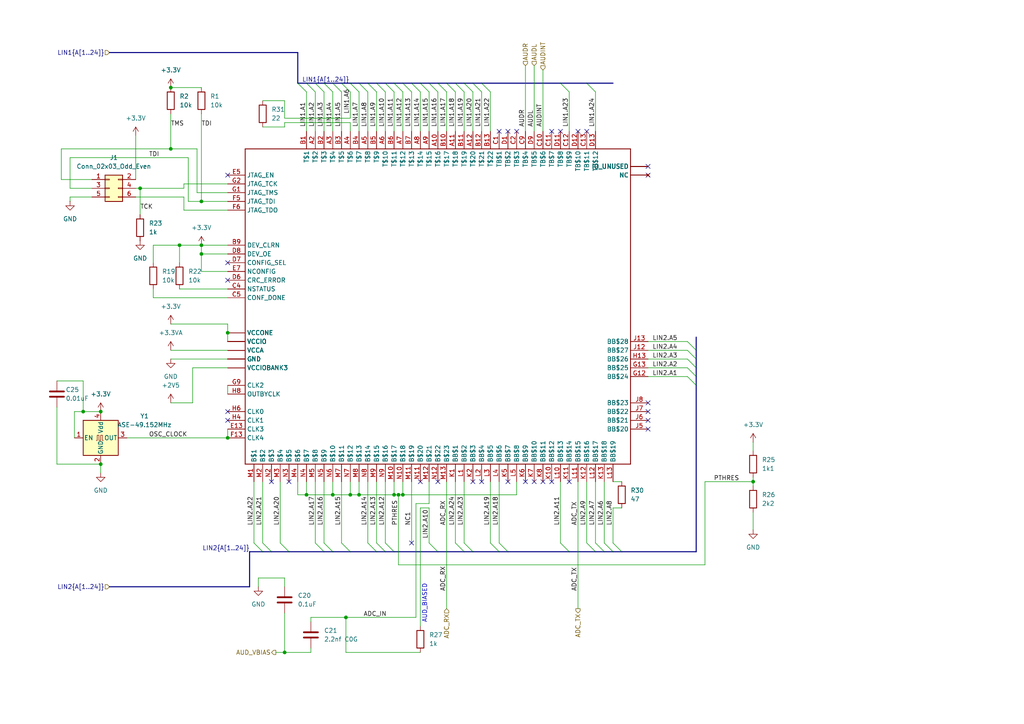
<source format=kicad_sch>
(kicad_sch
	(version 20250114)
	(generator "eeschema")
	(generator_version "9.0")
	(uuid "9c22b006-7b33-46aa-88cf-1f0762795dcd")
	(paper "A4")
	(lib_symbols
		(symbol "Connector_Generic:Conn_02x03_Odd_Even"
			(pin_names
				(offset 1.016)
				(hide yes)
			)
			(exclude_from_sim no)
			(in_bom yes)
			(on_board yes)
			(property "Reference" "J"
				(at 1.27 5.08 0)
				(effects
					(font
						(size 1.27 1.27)
					)
				)
			)
			(property "Value" "Conn_02x03_Odd_Even"
				(at 1.27 -5.08 0)
				(effects
					(font
						(size 1.27 1.27)
					)
				)
			)
			(property "Footprint" ""
				(at 0 0 0)
				(effects
					(font
						(size 1.27 1.27)
					)
					(hide yes)
				)
			)
			(property "Datasheet" "~"
				(at 0 0 0)
				(effects
					(font
						(size 1.27 1.27)
					)
					(hide yes)
				)
			)
			(property "Description" "Generic connector, double row, 02x03, odd/even pin numbering scheme (row 1 odd numbers, row 2 even numbers), script generated (kicad-library-utils/schlib/autogen/connector/)"
				(at 0 0 0)
				(effects
					(font
						(size 1.27 1.27)
					)
					(hide yes)
				)
			)
			(property "ki_keywords" "connector"
				(at 0 0 0)
				(effects
					(font
						(size 1.27 1.27)
					)
					(hide yes)
				)
			)
			(property "ki_fp_filters" "Connector*:*_2x??_*"
				(at 0 0 0)
				(effects
					(font
						(size 1.27 1.27)
					)
					(hide yes)
				)
			)
			(symbol "Conn_02x03_Odd_Even_1_1"
				(rectangle
					(start -1.27 3.81)
					(end 3.81 -3.81)
					(stroke
						(width 0.254)
						(type default)
					)
					(fill
						(type background)
					)
				)
				(rectangle
					(start -1.27 2.667)
					(end 0 2.413)
					(stroke
						(width 0.1524)
						(type default)
					)
					(fill
						(type none)
					)
				)
				(rectangle
					(start -1.27 0.127)
					(end 0 -0.127)
					(stroke
						(width 0.1524)
						(type default)
					)
					(fill
						(type none)
					)
				)
				(rectangle
					(start -1.27 -2.413)
					(end 0 -2.667)
					(stroke
						(width 0.1524)
						(type default)
					)
					(fill
						(type none)
					)
				)
				(rectangle
					(start 3.81 2.667)
					(end 2.54 2.413)
					(stroke
						(width 0.1524)
						(type default)
					)
					(fill
						(type none)
					)
				)
				(rectangle
					(start 3.81 0.127)
					(end 2.54 -0.127)
					(stroke
						(width 0.1524)
						(type default)
					)
					(fill
						(type none)
					)
				)
				(rectangle
					(start 3.81 -2.413)
					(end 2.54 -2.667)
					(stroke
						(width 0.1524)
						(type default)
					)
					(fill
						(type none)
					)
				)
				(pin passive line
					(at -5.08 2.54 0)
					(length 3.81)
					(name "Pin_1"
						(effects
							(font
								(size 1.27 1.27)
							)
						)
					)
					(number "1"
						(effects
							(font
								(size 1.27 1.27)
							)
						)
					)
				)
				(pin passive line
					(at -5.08 0 0)
					(length 3.81)
					(name "Pin_3"
						(effects
							(font
								(size 1.27 1.27)
							)
						)
					)
					(number "3"
						(effects
							(font
								(size 1.27 1.27)
							)
						)
					)
				)
				(pin passive line
					(at -5.08 -2.54 0)
					(length 3.81)
					(name "Pin_5"
						(effects
							(font
								(size 1.27 1.27)
							)
						)
					)
					(number "5"
						(effects
							(font
								(size 1.27 1.27)
							)
						)
					)
				)
				(pin passive line
					(at 7.62 2.54 180)
					(length 3.81)
					(name "Pin_2"
						(effects
							(font
								(size 1.27 1.27)
							)
						)
					)
					(number "2"
						(effects
							(font
								(size 1.27 1.27)
							)
						)
					)
				)
				(pin passive line
					(at 7.62 0 180)
					(length 3.81)
					(name "Pin_4"
						(effects
							(font
								(size 1.27 1.27)
							)
						)
					)
					(number "4"
						(effects
							(font
								(size 1.27 1.27)
							)
						)
					)
				)
				(pin passive line
					(at 7.62 -2.54 180)
					(length 3.81)
					(name "Pin_6"
						(effects
							(font
								(size 1.27 1.27)
							)
						)
					)
					(number "6"
						(effects
							(font
								(size 1.27 1.27)
							)
						)
					)
				)
			)
			(embedded_fonts no)
		)
		(symbol "Device:C"
			(pin_numbers
				(hide yes)
			)
			(pin_names
				(offset 0.254)
			)
			(exclude_from_sim no)
			(in_bom yes)
			(on_board yes)
			(property "Reference" "C"
				(at 0.635 2.54 0)
				(effects
					(font
						(size 1.27 1.27)
					)
					(justify left)
				)
			)
			(property "Value" "C"
				(at 0.635 -2.54 0)
				(effects
					(font
						(size 1.27 1.27)
					)
					(justify left)
				)
			)
			(property "Footprint" ""
				(at 0.9652 -3.81 0)
				(effects
					(font
						(size 1.27 1.27)
					)
					(hide yes)
				)
			)
			(property "Datasheet" "~"
				(at 0 0 0)
				(effects
					(font
						(size 1.27 1.27)
					)
					(hide yes)
				)
			)
			(property "Description" "Unpolarized capacitor"
				(at 0 0 0)
				(effects
					(font
						(size 1.27 1.27)
					)
					(hide yes)
				)
			)
			(property "ki_keywords" "cap capacitor"
				(at 0 0 0)
				(effects
					(font
						(size 1.27 1.27)
					)
					(hide yes)
				)
			)
			(property "ki_fp_filters" "C_*"
				(at 0 0 0)
				(effects
					(font
						(size 1.27 1.27)
					)
					(hide yes)
				)
			)
			(symbol "C_0_1"
				(polyline
					(pts
						(xy -2.032 0.762) (xy 2.032 0.762)
					)
					(stroke
						(width 0.508)
						(type default)
					)
					(fill
						(type none)
					)
				)
				(polyline
					(pts
						(xy -2.032 -0.762) (xy 2.032 -0.762)
					)
					(stroke
						(width 0.508)
						(type default)
					)
					(fill
						(type none)
					)
				)
			)
			(symbol "C_1_1"
				(pin passive line
					(at 0 3.81 270)
					(length 2.794)
					(name "~"
						(effects
							(font
								(size 1.27 1.27)
							)
						)
					)
					(number "1"
						(effects
							(font
								(size 1.27 1.27)
							)
						)
					)
				)
				(pin passive line
					(at 0 -3.81 90)
					(length 2.794)
					(name "~"
						(effects
							(font
								(size 1.27 1.27)
							)
						)
					)
					(number "2"
						(effects
							(font
								(size 1.27 1.27)
							)
						)
					)
				)
			)
			(embedded_fonts no)
		)
		(symbol "Device:R"
			(pin_numbers
				(hide yes)
			)
			(pin_names
				(offset 0)
			)
			(exclude_from_sim no)
			(in_bom yes)
			(on_board yes)
			(property "Reference" "R"
				(at 2.032 0 90)
				(effects
					(font
						(size 1.27 1.27)
					)
				)
			)
			(property "Value" "R"
				(at 0 0 90)
				(effects
					(font
						(size 1.27 1.27)
					)
				)
			)
			(property "Footprint" ""
				(at -1.778 0 90)
				(effects
					(font
						(size 1.27 1.27)
					)
					(hide yes)
				)
			)
			(property "Datasheet" "~"
				(at 0 0 0)
				(effects
					(font
						(size 1.27 1.27)
					)
					(hide yes)
				)
			)
			(property "Description" "Resistor"
				(at 0 0 0)
				(effects
					(font
						(size 1.27 1.27)
					)
					(hide yes)
				)
			)
			(property "ki_keywords" "R res resistor"
				(at 0 0 0)
				(effects
					(font
						(size 1.27 1.27)
					)
					(hide yes)
				)
			)
			(property "ki_fp_filters" "R_*"
				(at 0 0 0)
				(effects
					(font
						(size 1.27 1.27)
					)
					(hide yes)
				)
			)
			(symbol "R_0_1"
				(rectangle
					(start -1.016 -2.54)
					(end 1.016 2.54)
					(stroke
						(width 0.254)
						(type default)
					)
					(fill
						(type none)
					)
				)
			)
			(symbol "R_1_1"
				(pin passive line
					(at 0 3.81 270)
					(length 1.27)
					(name "~"
						(effects
							(font
								(size 1.27 1.27)
							)
						)
					)
					(number "1"
						(effects
							(font
								(size 1.27 1.27)
							)
						)
					)
				)
				(pin passive line
					(at 0 -3.81 90)
					(length 1.27)
					(name "~"
						(effects
							(font
								(size 1.27 1.27)
							)
						)
					)
					(number "2"
						(effects
							(font
								(size 1.27 1.27)
							)
						)
					)
				)
			)
			(embedded_fonts no)
		)
		(symbol "Oscillator:ASE-xxxMHz"
			(pin_names
				(offset 0.254)
			)
			(exclude_from_sim no)
			(in_bom yes)
			(on_board yes)
			(property "Reference" "Y"
				(at -5.08 6.35 0)
				(effects
					(font
						(size 1.27 1.27)
					)
					(justify left)
				)
			)
			(property "Value" "ASE-xxxMHz"
				(at 1.27 -6.35 0)
				(effects
					(font
						(size 1.27 1.27)
					)
					(justify left)
				)
			)
			(property "Footprint" "Oscillator:Oscillator_SMD_Abracon_ASE-4Pin_3.2x2.5mm"
				(at 17.78 -8.89 0)
				(effects
					(font
						(size 1.27 1.27)
					)
					(hide yes)
				)
			)
			(property "Datasheet" "http://www.abracon.com/Oscillators/ASV.pdf"
				(at -2.54 0 0)
				(effects
					(font
						(size 1.27 1.27)
					)
					(hide yes)
				)
			)
			(property "Description" "3.3V CMOS SMD Crystal Clock Oscillator, Abracon"
				(at 0 0 0)
				(effects
					(font
						(size 1.27 1.27)
					)
					(hide yes)
				)
			)
			(property "ki_keywords" "3.3V CMOS SMD Crystal Clock Oscillator"
				(at 0 0 0)
				(effects
					(font
						(size 1.27 1.27)
					)
					(hide yes)
				)
			)
			(property "ki_fp_filters" "Oscillator*SMD*Abracon*ASE*3.2x2.5mm*"
				(at 0 0 0)
				(effects
					(font
						(size 1.27 1.27)
					)
					(hide yes)
				)
			)
			(symbol "ASE-xxxMHz_0_1"
				(rectangle
					(start -5.08 5.08)
					(end 5.08 -5.08)
					(stroke
						(width 0.254)
						(type default)
					)
					(fill
						(type background)
					)
				)
				(polyline
					(pts
						(xy -1.27 -0.762) (xy -1.016 -0.762) (xy -1.016 0.762) (xy -0.508 0.762) (xy -0.508 -0.762) (xy 0 -0.762)
						(xy 0 0.762) (xy 0.508 0.762) (xy 0.508 -0.762) (xy 0.762 -0.762)
					)
					(stroke
						(width 0)
						(type default)
					)
					(fill
						(type none)
					)
				)
			)
			(symbol "ASE-xxxMHz_1_1"
				(pin input line
					(at -7.62 0 0)
					(length 2.54)
					(name "EN"
						(effects
							(font
								(size 1.27 1.27)
							)
						)
					)
					(number "1"
						(effects
							(font
								(size 1.27 1.27)
							)
						)
					)
				)
				(pin power_in line
					(at 0 7.62 270)
					(length 2.54)
					(name "Vdd"
						(effects
							(font
								(size 1.27 1.27)
							)
						)
					)
					(number "4"
						(effects
							(font
								(size 1.27 1.27)
							)
						)
					)
				)
				(pin power_in line
					(at 0 -7.62 90)
					(length 2.54)
					(name "GND"
						(effects
							(font
								(size 1.27 1.27)
							)
						)
					)
					(number "2"
						(effects
							(font
								(size 1.27 1.27)
							)
						)
					)
				)
				(pin output line
					(at 7.62 0 180)
					(length 2.54)
					(name "OUT"
						(effects
							(font
								(size 1.27 1.27)
							)
						)
					)
					(number "3"
						(effects
							(font
								(size 1.27 1.27)
							)
						)
					)
				)
			)
			(embedded_fonts no)
		)
		(symbol "max10u169:MAX10"
			(exclude_from_sim no)
			(in_bom yes)
			(on_board yes)
			(property "Reference" ""
				(at 0 0 0)
				(effects
					(font
						(size 1.27 1.27)
					)
					(hide yes)
				)
			)
			(property "Value" ""
				(at 0 0 0)
				(effects
					(font
						(size 1.27 1.27)
					)
					(hide yes)
				)
			)
			(property "Footprint" "max10:U169SMALL"
				(at 0 0 0)
				(effects
					(font
						(size 1.27 1.27)
					)
					(hide yes)
				)
			)
			(property "Datasheet" ""
				(at 0 0 0)
				(effects
					(font
						(size 1.27 1.27)
					)
					(hide yes)
				)
			)
			(property "Description" ""
				(at 0 0 0)
				(effects
					(font
						(size 1.27 1.27)
					)
					(hide yes)
				)
			)
			(property "ki_locked" ""
				(at 0 0 0)
				(effects
					(font
						(size 1.27 1.27)
					)
				)
			)
			(symbol "MAX10_1_0"
				(polyline
					(pts
						(xy -68.58 38.1) (xy 43.18 38.1)
					)
					(stroke
						(width 0.254)
						(type solid)
					)
					(fill
						(type none)
					)
				)
				(polyline
					(pts
						(xy -68.58 -53.34) (xy -68.58 38.1)
					)
					(stroke
						(width 0.254)
						(type solid)
					)
					(fill
						(type none)
					)
				)
				(polyline
					(pts
						(xy 43.18 38.1) (xy 43.18 -53.34)
					)
					(stroke
						(width 0.254)
						(type solid)
					)
					(fill
						(type none)
					)
				)
				(polyline
					(pts
						(xy 43.18 -53.34) (xy -68.58 -53.34)
					)
					(stroke
						(width 0.254)
						(type solid)
					)
					(fill
						(type none)
					)
				)
				(pin bidirectional line
					(at -73.66 30.48 0)
					(length 5.08)
					(name "JTAG_EN"
						(effects
							(font
								(size 1.27 1.27)
							)
						)
					)
					(number "E5"
						(effects
							(font
								(size 1.27 1.27)
							)
						)
					)
				)
				(pin bidirectional line
					(at -73.66 27.94 0)
					(length 5.08)
					(name "JTAG_TCK"
						(effects
							(font
								(size 1.27 1.27)
							)
						)
					)
					(number "G2"
						(effects
							(font
								(size 1.27 1.27)
							)
						)
					)
				)
				(pin bidirectional line
					(at -73.66 25.4 0)
					(length 5.08)
					(name "JTAG_TMS"
						(effects
							(font
								(size 1.27 1.27)
							)
						)
					)
					(number "G1"
						(effects
							(font
								(size 1.27 1.27)
							)
						)
					)
				)
				(pin bidirectional line
					(at -73.66 22.86 0)
					(length 5.08)
					(name "JTAG_TDI"
						(effects
							(font
								(size 1.27 1.27)
							)
						)
					)
					(number "F5"
						(effects
							(font
								(size 1.27 1.27)
							)
						)
					)
				)
				(pin bidirectional line
					(at -73.66 20.32 0)
					(length 5.08)
					(name "JTAG_TDO"
						(effects
							(font
								(size 1.27 1.27)
							)
						)
					)
					(number "F6"
						(effects
							(font
								(size 1.27 1.27)
							)
						)
					)
				)
				(pin bidirectional line
					(at -73.66 10.16 0)
					(length 5.08)
					(name "DEV_CLRN"
						(effects
							(font
								(size 1.27 1.27)
							)
						)
					)
					(number "B9"
						(effects
							(font
								(size 1.27 1.27)
							)
						)
					)
				)
				(pin bidirectional line
					(at -73.66 7.62 0)
					(length 5.08)
					(name "DEV_OE"
						(effects
							(font
								(size 1.27 1.27)
							)
						)
					)
					(number "D8"
						(effects
							(font
								(size 1.27 1.27)
							)
						)
					)
				)
				(pin bidirectional line
					(at -73.66 5.08 0)
					(length 5.08)
					(name "CONFIG_SEL"
						(effects
							(font
								(size 1.27 1.27)
							)
						)
					)
					(number "D7"
						(effects
							(font
								(size 1.27 1.27)
							)
						)
					)
				)
				(pin bidirectional line
					(at -73.66 2.54 0)
					(length 5.08)
					(name "NCONFIG"
						(effects
							(font
								(size 1.27 1.27)
							)
						)
					)
					(number "E7"
						(effects
							(font
								(size 1.27 1.27)
							)
						)
					)
				)
				(pin bidirectional line
					(at -73.66 0 0)
					(length 5.08)
					(name "CRC_ERROR"
						(effects
							(font
								(size 1.27 1.27)
							)
						)
					)
					(number "D6"
						(effects
							(font
								(size 1.27 1.27)
							)
						)
					)
				)
				(pin bidirectional line
					(at -73.66 -2.54 0)
					(length 5.08)
					(name "NSTATUS"
						(effects
							(font
								(size 1.27 1.27)
							)
						)
					)
					(number "C4"
						(effects
							(font
								(size 1.27 1.27)
							)
						)
					)
				)
				(pin bidirectional line
					(at -73.66 -5.08 0)
					(length 5.08)
					(name "CONF_DONE"
						(effects
							(font
								(size 1.27 1.27)
							)
						)
					)
					(number "C5"
						(effects
							(font
								(size 1.27 1.27)
							)
						)
					)
				)
				(pin power_in line
					(at -73.66 -15.24 0)
					(length 5.08)
					(name "VCCONE"
						(effects
							(font
								(size 1.27 1.27)
							)
						)
					)
					(number "F7"
						(effects
							(font
								(size 0 0)
							)
						)
					)
				)
				(pin power_in line
					(at -73.66 -15.24 0)
					(length 5.08)
					(name "VCCONE"
						(effects
							(font
								(size 1.27 1.27)
							)
						)
					)
					(number "G6"
						(effects
							(font
								(size 0 0)
							)
						)
					)
				)
				(pin power_in line
					(at -73.66 -15.24 0)
					(length 5.08)
					(name "VCCONE"
						(effects
							(font
								(size 1.27 1.27)
							)
						)
					)
					(number "G8"
						(effects
							(font
								(size 0 0)
							)
						)
					)
				)
				(pin power_in line
					(at -73.66 -15.24 0)
					(length 5.08)
					(name "VCCONE"
						(effects
							(font
								(size 1.27 1.27)
							)
						)
					)
					(number "H7"
						(effects
							(font
								(size 0 0)
							)
						)
					)
				)
				(pin power_in line
					(at -73.66 -17.78 0)
					(length 5.08)
					(name "VCCIO"
						(effects
							(font
								(size 1.27 1.27)
							)
						)
					)
					(number "C6"
						(effects
							(font
								(size 0 0)
							)
						)
					)
				)
				(pin power_in line
					(at -73.66 -17.78 0)
					(length 5.08)
					(name "VCCIO"
						(effects
							(font
								(size 1.27 1.27)
							)
						)
					)
					(number "C7"
						(effects
							(font
								(size 0 0)
							)
						)
					)
				)
				(pin power_in line
					(at -73.66 -17.78 0)
					(length 5.08)
					(name "VCCIO"
						(effects
							(font
								(size 1.27 1.27)
							)
						)
					)
					(number "C8"
						(effects
							(font
								(size 0 0)
							)
						)
					)
				)
				(pin power_in line
					(at -73.66 -17.78 0)
					(length 5.08)
					(name "VCCIO"
						(effects
							(font
								(size 1.27 1.27)
							)
						)
					)
					(number "F11"
						(effects
							(font
								(size 0 0)
							)
						)
					)
				)
				(pin power_in line
					(at -73.66 -17.78 0)
					(length 5.08)
					(name "VCCIO"
						(effects
							(font
								(size 1.27 1.27)
							)
						)
					)
					(number "F2"
						(effects
							(font
								(size 0 0)
							)
						)
					)
				)
				(pin power_in line
					(at -73.66 -17.78 0)
					(length 5.08)
					(name "VCCIO"
						(effects
							(font
								(size 1.27 1.27)
							)
						)
					)
					(number "G11"
						(effects
							(font
								(size 0 0)
							)
						)
					)
				)
				(pin power_in line
					(at -73.66 -17.78 0)
					(length 5.08)
					(name "VCCIO"
						(effects
							(font
								(size 1.27 1.27)
							)
						)
					)
					(number "G3"
						(effects
							(font
								(size 0 0)
							)
						)
					)
				)
				(pin power_in line
					(at -73.66 -17.78 0)
					(length 5.08)
					(name "VCCIO"
						(effects
							(font
								(size 1.27 1.27)
							)
						)
					)
					(number "H11"
						(effects
							(font
								(size 0 0)
							)
						)
					)
				)
				(pin power_in line
					(at -73.66 -17.78 0)
					(length 5.08)
					(name "VCCIO"
						(effects
							(font
								(size 1.27 1.27)
							)
						)
					)
					(number "J11"
						(effects
							(font
								(size 0 0)
							)
						)
					)
				)
				(pin power_in line
					(at -73.66 -17.78 0)
					(length 5.08)
					(name "VCCIO"
						(effects
							(font
								(size 1.27 1.27)
							)
						)
					)
					(number "J3"
						(effects
							(font
								(size 0 0)
							)
						)
					)
				)
				(pin power_in line
					(at -73.66 -17.78 0)
					(length 5.08)
					(name "VCCIO"
						(effects
							(font
								(size 1.27 1.27)
							)
						)
					)
					(number "K3"
						(effects
							(font
								(size 0 0)
							)
						)
					)
				)
				(pin power_in line
					(at -73.66 -20.32 0)
					(length 5.08)
					(name "VCCA"
						(effects
							(font
								(size 1.27 1.27)
							)
						)
					)
					(number "D10"
						(effects
							(font
								(size 0 0)
							)
						)
					)
				)
				(pin power_in line
					(at -73.66 -20.32 0)
					(length 5.08)
					(name "VCCA"
						(effects
							(font
								(size 1.27 1.27)
							)
						)
					)
					(number "D4"
						(effects
							(font
								(size 0 0)
							)
						)
					)
				)
				(pin power_in line
					(at -73.66 -20.32 0)
					(length 5.08)
					(name "VCCA"
						(effects
							(font
								(size 1.27 1.27)
							)
						)
					)
					(number "K4"
						(effects
							(font
								(size 0 0)
							)
						)
					)
				)
				(pin power_in line
					(at -73.66 -20.32 0)
					(length 5.08)
					(name "VCCA"
						(effects
							(font
								(size 1.27 1.27)
							)
						)
					)
					(number "K9"
						(effects
							(font
								(size 0 0)
							)
						)
					)
				)
				(pin power_in line
					(at -73.66 -22.86 0)
					(length 5.08)
					(name "GND"
						(effects
							(font
								(size 1.27 1.27)
							)
						)
					)
					(number "A1"
						(effects
							(font
								(size 0 0)
							)
						)
					)
				)
				(pin power_in line
					(at -73.66 -22.86 0)
					(length 5.08)
					(name "GND"
						(effects
							(font
								(size 1.27 1.27)
							)
						)
					)
					(number "A13"
						(effects
							(font
								(size 0 0)
							)
						)
					)
				)
				(pin power_in line
					(at -73.66 -22.86 0)
					(length 5.08)
					(name "GND"
						(effects
							(font
								(size 1.27 1.27)
							)
						)
					)
					(number "B8"
						(effects
							(font
								(size 0 0)
							)
						)
					)
				)
				(pin power_in line
					(at -73.66 -22.86 0)
					(length 5.08)
					(name "GND"
						(effects
							(font
								(size 1.27 1.27)
							)
						)
					)
					(number "C3"
						(effects
							(font
								(size 0 0)
							)
						)
					)
				)
				(pin power_in line
					(at -73.66 -22.86 0)
					(length 5.08)
					(name "GND"
						(effects
							(font
								(size 1.27 1.27)
							)
						)
					)
					(number "D5"
						(effects
							(font
								(size 0 0)
							)
						)
					)
				)
				(pin power_in line
					(at -73.66 -22.86 0)
					(length 5.08)
					(name "GND"
						(effects
							(font
								(size 1.27 1.27)
							)
						)
					)
					(number "E11"
						(effects
							(font
								(size 0 0)
							)
						)
					)
				)
				(pin power_in line
					(at -73.66 -22.86 0)
					(length 5.08)
					(name "GND"
						(effects
							(font
								(size 1.27 1.27)
							)
						)
					)
					(number "F3"
						(effects
							(font
								(size 0 0)
							)
						)
					)
				)
				(pin power_in line
					(at -73.66 -22.86 0)
					(length 5.08)
					(name "GND"
						(effects
							(font
								(size 1.27 1.27)
							)
						)
					)
					(number "G7"
						(effects
							(font
								(size 0 0)
							)
						)
					)
				)
				(pin power_in line
					(at -73.66 -22.86 0)
					(length 5.08)
					(name "GND"
						(effects
							(font
								(size 1.27 1.27)
							)
						)
					)
					(number "H12"
						(effects
							(font
								(size 0 0)
							)
						)
					)
				)
				(pin power_in line
					(at -73.66 -22.86 0)
					(length 5.08)
					(name "GND"
						(effects
							(font
								(size 1.27 1.27)
							)
						)
					)
					(number "J4"
						(effects
							(font
								(size 0 0)
							)
						)
					)
				)
				(pin power_in line
					(at -73.66 -22.86 0)
					(length 5.08)
					(name "GND"
						(effects
							(font
								(size 1.27 1.27)
							)
						)
					)
					(number "L9"
						(effects
							(font
								(size 0 0)
							)
						)
					)
				)
				(pin power_in line
					(at -73.66 -22.86 0)
					(length 5.08)
					(name "GND"
						(effects
							(font
								(size 1.27 1.27)
							)
						)
					)
					(number "M6"
						(effects
							(font
								(size 0 0)
							)
						)
					)
				)
				(pin power_in line
					(at -73.66 -22.86 0)
					(length 5.08)
					(name "GND"
						(effects
							(font
								(size 1.27 1.27)
							)
						)
					)
					(number "N1"
						(effects
							(font
								(size 0 0)
							)
						)
					)
				)
				(pin power_in line
					(at -73.66 -22.86 0)
					(length 5.08)
					(name "GND"
						(effects
							(font
								(size 1.27 1.27)
							)
						)
					)
					(number "N13"
						(effects
							(font
								(size 0 0)
							)
						)
					)
				)
				(pin power_in line
					(at -73.66 -25.4 0)
					(length 5.08)
					(name "VCCIOBANK3"
						(effects
							(font
								(size 1.27 1.27)
							)
						)
					)
					(number "L6"
						(effects
							(font
								(size 0 0)
							)
						)
					)
				)
				(pin power_in line
					(at -73.66 -25.4 0)
					(length 5.08)
					(name "VCCIOBANK3"
						(effects
							(font
								(size 1.27 1.27)
							)
						)
					)
					(number "L7"
						(effects
							(font
								(size 0 0)
							)
						)
					)
				)
				(pin power_in line
					(at -73.66 -25.4 0)
					(length 5.08)
					(name "VCCIOBANK3"
						(effects
							(font
								(size 1.27 1.27)
							)
						)
					)
					(number "L8"
						(effects
							(font
								(size 0 0)
							)
						)
					)
				)
				(pin bidirectional line
					(at -73.66 -30.48 0)
					(length 5.08)
					(name "CLK2"
						(effects
							(font
								(size 1.27 1.27)
							)
						)
					)
					(number "G9"
						(effects
							(font
								(size 1.27 1.27)
							)
						)
					)
				)
				(pin bidirectional line
					(at -73.66 -33.02 0)
					(length 5.08)
					(name "OUTBYCLK"
						(effects
							(font
								(size 1.27 1.27)
							)
						)
					)
					(number "H8"
						(effects
							(font
								(size 1.27 1.27)
							)
						)
					)
				)
				(pin bidirectional line
					(at -73.66 -38.1 0)
					(length 5.08)
					(name "CLK0"
						(effects
							(font
								(size 1.27 1.27)
							)
						)
					)
					(number "H6"
						(effects
							(font
								(size 1.27 1.27)
							)
						)
					)
				)
				(pin bidirectional line
					(at -73.66 -40.64 0)
					(length 5.08)
					(name "CLK1"
						(effects
							(font
								(size 1.27 1.27)
							)
						)
					)
					(number "H4"
						(effects
							(font
								(size 1.27 1.27)
							)
						)
					)
				)
				(pin bidirectional line
					(at -73.66 -43.18 0)
					(length 5.08)
					(name "CLK3"
						(effects
							(font
								(size 1.27 1.27)
							)
						)
					)
					(number "E13"
						(effects
							(font
								(size 1.27 1.27)
							)
						)
					)
				)
				(pin bidirectional line
					(at -73.66 -45.72 0)
					(length 5.08)
					(name "CLK4"
						(effects
							(font
								(size 1.27 1.27)
							)
						)
					)
					(number "F13"
						(effects
							(font
								(size 1.27 1.27)
							)
						)
					)
				)
				(pin bidirectional line
					(at -66.04 -58.42 90)
					(length 5.08)
					(name "B$1"
						(effects
							(font
								(size 1.27 1.27)
							)
						)
					)
					(number "M1"
						(effects
							(font
								(size 1.27 1.27)
							)
						)
					)
				)
				(pin bidirectional line
					(at -63.5 -58.42 90)
					(length 5.08)
					(name "B$2"
						(effects
							(font
								(size 1.27 1.27)
							)
						)
					)
					(number "M2"
						(effects
							(font
								(size 1.27 1.27)
							)
						)
					)
				)
				(pin bidirectional line
					(at -60.96 -58.42 90)
					(length 5.08)
					(name "B$3"
						(effects
							(font
								(size 1.27 1.27)
							)
						)
					)
					(number "N2"
						(effects
							(font
								(size 1.27 1.27)
							)
						)
					)
				)
				(pin bidirectional line
					(at -58.42 -58.42 90)
					(length 5.08)
					(name "B$4"
						(effects
							(font
								(size 1.27 1.27)
							)
						)
					)
					(number "M3"
						(effects
							(font
								(size 1.27 1.27)
							)
						)
					)
				)
				(pin bidirectional line
					(at -55.88 -58.42 90)
					(length 5.08)
					(name "B$5"
						(effects
							(font
								(size 1.27 1.27)
							)
						)
					)
					(number "N3"
						(effects
							(font
								(size 1.27 1.27)
							)
						)
					)
				)
				(pin bidirectional line
					(at -53.34 -58.42 90)
					(length 5.08)
					(name "B$6"
						(effects
							(font
								(size 1.27 1.27)
							)
						)
					)
					(number "M4"
						(effects
							(font
								(size 1.27 1.27)
							)
						)
					)
				)
				(pin bidirectional line
					(at -50.8 43.18 270)
					(length 5.08)
					(name "T$1"
						(effects
							(font
								(size 1.27 1.27)
							)
						)
					)
					(number "B1"
						(effects
							(font
								(size 1.27 1.27)
							)
						)
					)
				)
				(pin bidirectional line
					(at -50.8 -58.42 90)
					(length 5.08)
					(name "B$7"
						(effects
							(font
								(size 1.27 1.27)
							)
						)
					)
					(number "N4"
						(effects
							(font
								(size 1.27 1.27)
							)
						)
					)
				)
				(pin bidirectional line
					(at -48.26 43.18 270)
					(length 5.08)
					(name "T$2"
						(effects
							(font
								(size 1.27 1.27)
							)
						)
					)
					(number "A2"
						(effects
							(font
								(size 1.27 1.27)
							)
						)
					)
				)
				(pin bidirectional line
					(at -48.26 -58.42 90)
					(length 5.08)
					(name "B$8"
						(effects
							(font
								(size 1.27 1.27)
							)
						)
					)
					(number "M5"
						(effects
							(font
								(size 1.27 1.27)
							)
						)
					)
				)
				(pin bidirectional line
					(at -45.72 43.18 270)
					(length 5.08)
					(name "T$3"
						(effects
							(font
								(size 1.27 1.27)
							)
						)
					)
					(number "B2"
						(effects
							(font
								(size 1.27 1.27)
							)
						)
					)
				)
				(pin bidirectional line
					(at -45.72 -58.42 90)
					(length 5.08)
					(name "B$9"
						(effects
							(font
								(size 1.27 1.27)
							)
						)
					)
					(number "N5"
						(effects
							(font
								(size 1.27 1.27)
							)
						)
					)
				)
				(pin bidirectional line
					(at -43.18 43.18 270)
					(length 5.08)
					(name "T$4"
						(effects
							(font
								(size 1.27 1.27)
							)
						)
					)
					(number "A3"
						(effects
							(font
								(size 1.27 1.27)
							)
						)
					)
				)
				(pin bidirectional line
					(at -43.18 -58.42 90)
					(length 5.08)
					(name "B$10"
						(effects
							(font
								(size 1.27 1.27)
							)
						)
					)
					(number "N6"
						(effects
							(font
								(size 1.27 1.27)
							)
						)
					)
				)
				(pin bidirectional line
					(at -40.64 43.18 270)
					(length 5.08)
					(name "T$5"
						(effects
							(font
								(size 1.27 1.27)
							)
						)
					)
					(number "B3"
						(effects
							(font
								(size 1.27 1.27)
							)
						)
					)
				)
				(pin bidirectional line
					(at -40.64 -58.42 90)
					(length 5.08)
					(name "B$11"
						(effects
							(font
								(size 1.27 1.27)
							)
						)
					)
					(number "M7"
						(effects
							(font
								(size 1.27 1.27)
							)
						)
					)
				)
				(pin bidirectional line
					(at -38.1 43.18 270)
					(length 5.08)
					(name "T$6"
						(effects
							(font
								(size 1.27 1.27)
							)
						)
					)
					(number "A4"
						(effects
							(font
								(size 1.27 1.27)
							)
						)
					)
				)
				(pin bidirectional line
					(at -38.1 -58.42 90)
					(length 5.08)
					(name "B$12"
						(effects
							(font
								(size 1.27 1.27)
							)
						)
					)
					(number "N7"
						(effects
							(font
								(size 1.27 1.27)
							)
						)
					)
				)
				(pin bidirectional line
					(at -35.56 43.18 270)
					(length 5.08)
					(name "T$7"
						(effects
							(font
								(size 1.27 1.27)
							)
						)
					)
					(number "B4"
						(effects
							(font
								(size 1.27 1.27)
							)
						)
					)
				)
				(pin bidirectional line
					(at -35.56 -58.42 90)
					(length 5.08)
					(name "B$13"
						(effects
							(font
								(size 1.27 1.27)
							)
						)
					)
					(number "M8"
						(effects
							(font
								(size 1.27 1.27)
							)
						)
					)
				)
				(pin bidirectional line
					(at -33.02 43.18 270)
					(length 5.08)
					(name "T$8"
						(effects
							(font
								(size 1.27 1.27)
							)
						)
					)
					(number "A5"
						(effects
							(font
								(size 1.27 1.27)
							)
						)
					)
				)
				(pin bidirectional line
					(at -33.02 -58.42 90)
					(length 5.08)
					(name "B$14"
						(effects
							(font
								(size 1.27 1.27)
							)
						)
					)
					(number "N8"
						(effects
							(font
								(size 1.27 1.27)
							)
						)
					)
				)
				(pin bidirectional line
					(at -30.48 43.18 270)
					(length 5.08)
					(name "T$9"
						(effects
							(font
								(size 1.27 1.27)
							)
						)
					)
					(number "B5"
						(effects
							(font
								(size 1.27 1.27)
							)
						)
					)
				)
				(pin bidirectional line
					(at -30.48 -58.42 90)
					(length 5.08)
					(name "B$15"
						(effects
							(font
								(size 1.27 1.27)
							)
						)
					)
					(number "M9"
						(effects
							(font
								(size 1.27 1.27)
							)
						)
					)
				)
				(pin bidirectional line
					(at -27.94 43.18 270)
					(length 5.08)
					(name "T$10"
						(effects
							(font
								(size 1.27 1.27)
							)
						)
					)
					(number "A6"
						(effects
							(font
								(size 1.27 1.27)
							)
						)
					)
				)
				(pin bidirectional line
					(at -27.94 -58.42 90)
					(length 5.08)
					(name "B$16"
						(effects
							(font
								(size 1.27 1.27)
							)
						)
					)
					(number "N9"
						(effects
							(font
								(size 1.27 1.27)
							)
						)
					)
				)
				(pin bidirectional line
					(at -25.4 43.18 270)
					(length 5.08)
					(name "T$11"
						(effects
							(font
								(size 1.27 1.27)
							)
						)
					)
					(number "B6"
						(effects
							(font
								(size 1.27 1.27)
							)
						)
					)
				)
				(pin bidirectional line
					(at -25.4 -58.42 90)
					(length 5.08)
					(name "B$17"
						(effects
							(font
								(size 1.27 1.27)
							)
						)
					)
					(number "M10"
						(effects
							(font
								(size 1.27 1.27)
							)
						)
					)
				)
				(pin bidirectional line
					(at -22.86 43.18 270)
					(length 5.08)
					(name "T$12"
						(effects
							(font
								(size 1.27 1.27)
							)
						)
					)
					(number "A7"
						(effects
							(font
								(size 1.27 1.27)
							)
						)
					)
				)
				(pin bidirectional line
					(at -22.86 -58.42 90)
					(length 5.08)
					(name "B$18"
						(effects
							(font
								(size 1.27 1.27)
							)
						)
					)
					(number "N10"
						(effects
							(font
								(size 1.27 1.27)
							)
						)
					)
				)
				(pin bidirectional line
					(at -20.32 43.18 270)
					(length 5.08)
					(name "T$13"
						(effects
							(font
								(size 1.27 1.27)
							)
						)
					)
					(number "B7"
						(effects
							(font
								(size 1.27 1.27)
							)
						)
					)
				)
				(pin bidirectional line
					(at -20.32 -58.42 90)
					(length 5.08)
					(name "B$19"
						(effects
							(font
								(size 1.27 1.27)
							)
						)
					)
					(number "M11"
						(effects
							(font
								(size 1.27 1.27)
							)
						)
					)
				)
				(pin bidirectional line
					(at -17.78 43.18 270)
					(length 5.08)
					(name "T$14"
						(effects
							(font
								(size 1.27 1.27)
							)
						)
					)
					(number "A8"
						(effects
							(font
								(size 1.27 1.27)
							)
						)
					)
				)
				(pin bidirectional line
					(at -17.78 -58.42 90)
					(length 5.08)
					(name "B$20"
						(effects
							(font
								(size 1.27 1.27)
							)
						)
					)
					(number "N11"
						(effects
							(font
								(size 1.27 1.27)
							)
						)
					)
				)
				(pin bidirectional line
					(at -15.24 43.18 270)
					(length 5.08)
					(name "T$15"
						(effects
							(font
								(size 1.27 1.27)
							)
						)
					)
					(number "A9"
						(effects
							(font
								(size 1.27 1.27)
							)
						)
					)
				)
				(pin bidirectional line
					(at -15.24 -58.42 90)
					(length 5.08)
					(name "B$21"
						(effects
							(font
								(size 1.27 1.27)
							)
						)
					)
					(number "M12"
						(effects
							(font
								(size 1.27 1.27)
							)
						)
					)
				)
				(pin bidirectional line
					(at -12.7 43.18 270)
					(length 5.08)
					(name "T$16"
						(effects
							(font
								(size 1.27 1.27)
							)
						)
					)
					(number "A10"
						(effects
							(font
								(size 1.27 1.27)
							)
						)
					)
				)
				(pin bidirectional line
					(at -12.7 -58.42 90)
					(length 5.08)
					(name "B$22"
						(effects
							(font
								(size 1.27 1.27)
							)
						)
					)
					(number "N12"
						(effects
							(font
								(size 1.27 1.27)
							)
						)
					)
				)
				(pin bidirectional line
					(at -10.16 43.18 270)
					(length 5.08)
					(name "T$17"
						(effects
							(font
								(size 1.27 1.27)
							)
						)
					)
					(number "B10"
						(effects
							(font
								(size 1.27 1.27)
							)
						)
					)
				)
				(pin bidirectional line
					(at -10.16 -58.42 90)
					(length 5.08)
					(name "B$23"
						(effects
							(font
								(size 1.27 1.27)
							)
						)
					)
					(number "M13"
						(effects
							(font
								(size 1.27 1.27)
							)
						)
					)
				)
				(pin bidirectional line
					(at -7.62 43.18 270)
					(length 5.08)
					(name "T$18"
						(effects
							(font
								(size 1.27 1.27)
							)
						)
					)
					(number "A11"
						(effects
							(font
								(size 1.27 1.27)
							)
						)
					)
				)
				(pin bidirectional line
					(at -7.62 -58.42 90)
					(length 5.08)
					(name "BB$1"
						(effects
							(font
								(size 1.27 1.27)
							)
						)
					)
					(number "K1"
						(effects
							(font
								(size 1.27 1.27)
							)
						)
					)
				)
				(pin bidirectional line
					(at -5.08 43.18 270)
					(length 5.08)
					(name "T$19"
						(effects
							(font
								(size 1.27 1.27)
							)
						)
					)
					(number "B11"
						(effects
							(font
								(size 1.27 1.27)
							)
						)
					)
				)
				(pin bidirectional line
					(at -5.08 -58.42 90)
					(length 5.08)
					(name "BB$2"
						(effects
							(font
								(size 1.27 1.27)
							)
						)
					)
					(number "L1"
						(effects
							(font
								(size 1.27 1.27)
							)
						)
					)
				)
				(pin bidirectional line
					(at -2.54 43.18 270)
					(length 5.08)
					(name "T$20"
						(effects
							(font
								(size 1.27 1.27)
							)
						)
					)
					(number "A12"
						(effects
							(font
								(size 1.27 1.27)
							)
						)
					)
				)
				(pin bidirectional line
					(at -2.54 -58.42 90)
					(length 5.08)
					(name "BB$3"
						(effects
							(font
								(size 1.27 1.27)
							)
						)
					)
					(number "K2"
						(effects
							(font
								(size 1.27 1.27)
							)
						)
					)
				)
				(pin bidirectional line
					(at 0 43.18 270)
					(length 5.08)
					(name "T$21"
						(effects
							(font
								(size 1.27 1.27)
							)
						)
					)
					(number "B12"
						(effects
							(font
								(size 1.27 1.27)
							)
						)
					)
				)
				(pin bidirectional line
					(at 0 -58.42 90)
					(length 5.08)
					(name "BB$4"
						(effects
							(font
								(size 1.27 1.27)
							)
						)
					)
					(number "L2"
						(effects
							(font
								(size 1.27 1.27)
							)
						)
					)
				)
				(pin bidirectional line
					(at 2.54 43.18 270)
					(length 5.08)
					(name "T$22"
						(effects
							(font
								(size 1.27 1.27)
							)
						)
					)
					(number "B13"
						(effects
							(font
								(size 1.27 1.27)
							)
						)
					)
				)
				(pin bidirectional line
					(at 2.54 -58.42 90)
					(length 5.08)
					(name "BB$5"
						(effects
							(font
								(size 1.27 1.27)
							)
						)
					)
					(number "L3"
						(effects
							(font
								(size 1.27 1.27)
							)
						)
					)
				)
				(pin bidirectional line
					(at 5.08 43.18 270)
					(length 5.08)
					(name "TB$1"
						(effects
							(font
								(size 1.27 1.27)
							)
						)
					)
					(number "C1"
						(effects
							(font
								(size 1.27 1.27)
							)
						)
					)
				)
				(pin bidirectional line
					(at 5.08 -58.42 90)
					(length 5.08)
					(name "BB$6"
						(effects
							(font
								(size 1.27 1.27)
							)
						)
					)
					(number "L4"
						(effects
							(font
								(size 1.27 1.27)
							)
						)
					)
				)
				(pin bidirectional line
					(at 7.62 43.18 270)
					(length 5.08)
					(name "TB$2"
						(effects
							(font
								(size 1.27 1.27)
							)
						)
					)
					(number "D1"
						(effects
							(font
								(size 1.27 1.27)
							)
						)
					)
				)
				(pin bidirectional line
					(at 7.62 -58.42 90)
					(length 5.08)
					(name "BB$7"
						(effects
							(font
								(size 1.27 1.27)
							)
						)
					)
					(number "K5"
						(effects
							(font
								(size 1.27 1.27)
							)
						)
					)
				)
				(pin bidirectional line
					(at 10.16 43.18 270)
					(length 5.08)
					(name "TB$3"
						(effects
							(font
								(size 1.27 1.27)
							)
						)
					)
					(number "C2"
						(effects
							(font
								(size 1.27 1.27)
							)
						)
					)
				)
				(pin bidirectional line
					(at 10.16 -58.42 90)
					(length 5.08)
					(name "BB$8"
						(effects
							(font
								(size 1.27 1.27)
							)
						)
					)
					(number "L5"
						(effects
							(font
								(size 1.27 1.27)
							)
						)
					)
				)
				(pin bidirectional line
					(at 12.7 43.18 270)
					(length 5.08)
					(name "TB$4"
						(effects
							(font
								(size 1.27 1.27)
							)
						)
					)
					(number "C9"
						(effects
							(font
								(size 1.27 1.27)
							)
						)
					)
				)
				(pin bidirectional line
					(at 12.7 -58.42 90)
					(length 5.08)
					(name "BB$9"
						(effects
							(font
								(size 1.27 1.27)
							)
						)
					)
					(number "K6"
						(effects
							(font
								(size 1.27 1.27)
							)
						)
					)
				)
				(pin bidirectional line
					(at 15.24 43.18 270)
					(length 5.08)
					(name "TB$5"
						(effects
							(font
								(size 1.27 1.27)
							)
						)
					)
					(number "D9"
						(effects
							(font
								(size 1.27 1.27)
							)
						)
					)
				)
				(pin bidirectional line
					(at 15.24 -58.42 90)
					(length 5.08)
					(name "BB$10"
						(effects
							(font
								(size 1.27 1.27)
							)
						)
					)
					(number "K7"
						(effects
							(font
								(size 1.27 1.27)
							)
						)
					)
				)
				(pin bidirectional line
					(at 17.78 43.18 270)
					(length 5.08)
					(name "TB$6"
						(effects
							(font
								(size 1.27 1.27)
							)
						)
					)
					(number "C10"
						(effects
							(font
								(size 1.27 1.27)
							)
						)
					)
				)
				(pin bidirectional line
					(at 17.78 -58.42 90)
					(length 5.08)
					(name "BB$11"
						(effects
							(font
								(size 1.27 1.27)
							)
						)
					)
					(number "K8"
						(effects
							(font
								(size 1.27 1.27)
							)
						)
					)
				)
				(pin bidirectional line
					(at 20.32 43.18 270)
					(length 5.08)
					(name "TB$7"
						(effects
							(font
								(size 1.27 1.27)
							)
						)
					)
					(number "C11"
						(effects
							(font
								(size 1.27 1.27)
							)
						)
					)
				)
				(pin bidirectional line
					(at 20.32 -58.42 90)
					(length 5.08)
					(name "BB$12"
						(effects
							(font
								(size 1.27 1.27)
							)
						)
					)
					(number "K10"
						(effects
							(font
								(size 1.27 1.27)
							)
						)
					)
				)
				(pin bidirectional line
					(at 22.86 43.18 270)
					(length 5.08)
					(name "TB$8"
						(effects
							(font
								(size 1.27 1.27)
							)
						)
					)
					(number "D11"
						(effects
							(font
								(size 1.27 1.27)
							)
						)
					)
				)
				(pin bidirectional line
					(at 22.86 -58.42 90)
					(length 5.08)
					(name "BB$13"
						(effects
							(font
								(size 1.27 1.27)
							)
						)
					)
					(number "L10"
						(effects
							(font
								(size 1.27 1.27)
							)
						)
					)
				)
				(pin bidirectional line
					(at 25.4 43.18 270)
					(length 5.08)
					(name "TB$9"
						(effects
							(font
								(size 1.27 1.27)
							)
						)
					)
					(number "C12"
						(effects
							(font
								(size 1.27 1.27)
							)
						)
					)
				)
				(pin bidirectional line
					(at 25.4 -58.42 90)
					(length 5.08)
					(name "BB$14"
						(effects
							(font
								(size 1.27 1.27)
							)
						)
					)
					(number "K11"
						(effects
							(font
								(size 1.27 1.27)
							)
						)
					)
				)
				(pin bidirectional line
					(at 27.94 43.18 270)
					(length 5.08)
					(name "TB$10"
						(effects
							(font
								(size 1.27 1.27)
							)
						)
					)
					(number "D12"
						(effects
							(font
								(size 1.27 1.27)
							)
						)
					)
				)
				(pin bidirectional line
					(at 27.94 -58.42 90)
					(length 5.08)
					(name "BB$15"
						(effects
							(font
								(size 1.27 1.27)
							)
						)
					)
					(number "L11"
						(effects
							(font
								(size 1.27 1.27)
							)
						)
					)
				)
				(pin bidirectional line
					(at 30.48 43.18 270)
					(length 5.08)
					(name "TB$11"
						(effects
							(font
								(size 1.27 1.27)
							)
						)
					)
					(number "C13"
						(effects
							(font
								(size 1.27 1.27)
							)
						)
					)
				)
				(pin bidirectional line
					(at 30.48 -58.42 90)
					(length 5.08)
					(name "BB$16"
						(effects
							(font
								(size 1.27 1.27)
							)
						)
					)
					(number "K12"
						(effects
							(font
								(size 1.27 1.27)
							)
						)
					)
				)
				(pin bidirectional line
					(at 33.02 43.18 270)
					(length 5.08)
					(name "TB$12"
						(effects
							(font
								(size 1.27 1.27)
							)
						)
					)
					(number "D13"
						(effects
							(font
								(size 1.27 1.27)
							)
						)
					)
				)
				(pin bidirectional line
					(at 33.02 -58.42 90)
					(length 5.08)
					(name "BB$17"
						(effects
							(font
								(size 1.27 1.27)
							)
						)
					)
					(number "L12"
						(effects
							(font
								(size 1.27 1.27)
							)
						)
					)
				)
				(pin bidirectional line
					(at 35.56 -58.42 90)
					(length 5.08)
					(name "BB$18"
						(effects
							(font
								(size 1.27 1.27)
							)
						)
					)
					(number "K13"
						(effects
							(font
								(size 1.27 1.27)
							)
						)
					)
				)
				(pin bidirectional line
					(at 38.1 -58.42 90)
					(length 5.08)
					(name "BB$19"
						(effects
							(font
								(size 1.27 1.27)
							)
						)
					)
					(number "L13"
						(effects
							(font
								(size 1.27 1.27)
							)
						)
					)
				)
				(pin bidirectional line
					(at 48.26 33.02 180)
					(length 5.08)
					(name "IO_UNUSED"
						(effects
							(font
								(size 1.27 1.27)
							)
						)
					)
					(number "E1"
						(effects
							(font
								(size 0 0)
							)
						)
					)
				)
				(pin bidirectional line
					(at 48.26 33.02 180)
					(length 5.08)
					(name "IO_UNUSED"
						(effects
							(font
								(size 1.27 1.27)
							)
						)
					)
					(number "E10"
						(effects
							(font
								(size 0 0)
							)
						)
					)
				)
				(pin bidirectional line
					(at 48.26 33.02 180)
					(length 5.08)
					(name "IO_UNUSED"
						(effects
							(font
								(size 1.27 1.27)
							)
						)
					)
					(number "E12"
						(effects
							(font
								(size 0 0)
							)
						)
					)
				)
				(pin bidirectional line
					(at 48.26 33.02 180)
					(length 5.08)
					(name "IO_UNUSED"
						(effects
							(font
								(size 1.27 1.27)
							)
						)
					)
					(number "E3"
						(effects
							(font
								(size 0 0)
							)
						)
					)
				)
				(pin bidirectional line
					(at 48.26 33.02 180)
					(length 5.08)
					(name "IO_UNUSED"
						(effects
							(font
								(size 1.27 1.27)
							)
						)
					)
					(number "E4"
						(effects
							(font
								(size 0 0)
							)
						)
					)
				)
				(pin bidirectional line
					(at 48.26 33.02 180)
					(length 5.08)
					(name "IO_UNUSED"
						(effects
							(font
								(size 1.27 1.27)
							)
						)
					)
					(number "E6"
						(effects
							(font
								(size 0 0)
							)
						)
					)
				)
				(pin bidirectional line
					(at 48.26 33.02 180)
					(length 5.08)
					(name "IO_UNUSED"
						(effects
							(font
								(size 1.27 1.27)
							)
						)
					)
					(number "E8"
						(effects
							(font
								(size 0 0)
							)
						)
					)
				)
				(pin bidirectional line
					(at 48.26 33.02 180)
					(length 5.08)
					(name "IO_UNUSED"
						(effects
							(font
								(size 1.27 1.27)
							)
						)
					)
					(number "E9"
						(effects
							(font
								(size 0 0)
							)
						)
					)
				)
				(pin bidirectional line
					(at 48.26 33.02 180)
					(length 5.08)
					(name "IO_UNUSED"
						(effects
							(font
								(size 1.27 1.27)
							)
						)
					)
					(number "F1"
						(effects
							(font
								(size 0 0)
							)
						)
					)
				)
				(pin bidirectional line
					(at 48.26 33.02 180)
					(length 5.08)
					(name "IO_UNUSED"
						(effects
							(font
								(size 1.27 1.27)
							)
						)
					)
					(number "F10"
						(effects
							(font
								(size 0 0)
							)
						)
					)
				)
				(pin bidirectional line
					(at 48.26 33.02 180)
					(length 5.08)
					(name "IO_UNUSED"
						(effects
							(font
								(size 1.27 1.27)
							)
						)
					)
					(number "F12"
						(effects
							(font
								(size 0 0)
							)
						)
					)
				)
				(pin bidirectional line
					(at 48.26 33.02 180)
					(length 5.08)
					(name "IO_UNUSED"
						(effects
							(font
								(size 1.27 1.27)
							)
						)
					)
					(number "F4"
						(effects
							(font
								(size 0 0)
							)
						)
					)
				)
				(pin bidirectional line
					(at 48.26 33.02 180)
					(length 5.08)
					(name "IO_UNUSED"
						(effects
							(font
								(size 1.27 1.27)
							)
						)
					)
					(number "F8"
						(effects
							(font
								(size 0 0)
							)
						)
					)
				)
				(pin bidirectional line
					(at 48.26 33.02 180)
					(length 5.08)
					(name "IO_UNUSED"
						(effects
							(font
								(size 1.27 1.27)
							)
						)
					)
					(number "F9"
						(effects
							(font
								(size 0 0)
							)
						)
					)
				)
				(pin bidirectional line
					(at 48.26 33.02 180)
					(length 5.08)
					(name "IO_UNUSED"
						(effects
							(font
								(size 1.27 1.27)
							)
						)
					)
					(number "G10"
						(effects
							(font
								(size 0 0)
							)
						)
					)
				)
				(pin bidirectional line
					(at 48.26 33.02 180)
					(length 5.08)
					(name "IO_UNUSED"
						(effects
							(font
								(size 1.27 1.27)
							)
						)
					)
					(number "G4"
						(effects
							(font
								(size 0 0)
							)
						)
					)
				)
				(pin bidirectional line
					(at 48.26 33.02 180)
					(length 5.08)
					(name "IO_UNUSED"
						(effects
							(font
								(size 1.27 1.27)
							)
						)
					)
					(number "G5"
						(effects
							(font
								(size 0 0)
							)
						)
					)
				)
				(pin bidirectional line
					(at 48.26 33.02 180)
					(length 5.08)
					(name "IO_UNUSED"
						(effects
							(font
								(size 1.27 1.27)
							)
						)
					)
					(number "H1"
						(effects
							(font
								(size 0 0)
							)
						)
					)
				)
				(pin bidirectional line
					(at 48.26 33.02 180)
					(length 5.08)
					(name "IO_UNUSED"
						(effects
							(font
								(size 1.27 1.27)
							)
						)
					)
					(number "H10"
						(effects
							(font
								(size 0 0)
							)
						)
					)
				)
				(pin bidirectional line
					(at 48.26 33.02 180)
					(length 5.08)
					(name "IO_UNUSED"
						(effects
							(font
								(size 1.27 1.27)
							)
						)
					)
					(number "H2"
						(effects
							(font
								(size 0 0)
							)
						)
					)
				)
				(pin bidirectional line
					(at 48.26 33.02 180)
					(length 5.08)
					(name "IO_UNUSED"
						(effects
							(font
								(size 1.27 1.27)
							)
						)
					)
					(number "H3"
						(effects
							(font
								(size 0 0)
							)
						)
					)
				)
				(pin bidirectional line
					(at 48.26 33.02 180)
					(length 5.08)
					(name "IO_UNUSED"
						(effects
							(font
								(size 1.27 1.27)
							)
						)
					)
					(number "H5"
						(effects
							(font
								(size 0 0)
							)
						)
					)
				)
				(pin bidirectional line
					(at 48.26 33.02 180)
					(length 5.08)
					(name "IO_UNUSED"
						(effects
							(font
								(size 1.27 1.27)
							)
						)
					)
					(number "H9"
						(effects
							(font
								(size 0 0)
							)
						)
					)
				)
				(pin bidirectional line
					(at 48.26 33.02 180)
					(length 5.08)
					(name "IO_UNUSED"
						(effects
							(font
								(size 1.27 1.27)
							)
						)
					)
					(number "J1"
						(effects
							(font
								(size 0 0)
							)
						)
					)
				)
				(pin bidirectional line
					(at 48.26 33.02 180)
					(length 5.08)
					(name "IO_UNUSED"
						(effects
							(font
								(size 1.27 1.27)
							)
						)
					)
					(number "J10"
						(effects
							(font
								(size 0 0)
							)
						)
					)
				)
				(pin bidirectional line
					(at 48.26 33.02 180)
					(length 5.08)
					(name "IO_UNUSED"
						(effects
							(font
								(size 1.27 1.27)
							)
						)
					)
					(number "J2"
						(effects
							(font
								(size 0 0)
							)
						)
					)
				)
				(pin bidirectional line
					(at 48.26 33.02 180)
					(length 5.08)
					(name "IO_UNUSED"
						(effects
							(font
								(size 1.27 1.27)
							)
						)
					)
					(number "J9"
						(effects
							(font
								(size 0 0)
							)
						)
					)
				)
				(pin no_connect line
					(at 48.26 30.48 180)
					(length 5.08)
					(name "NC"
						(effects
							(font
								(size 1.27 1.27)
							)
						)
					)
					(number "D2"
						(effects
							(font
								(size 0 0)
							)
						)
					)
				)
				(pin no_connect line
					(at 48.26 30.48 180)
					(length 5.08)
					(name "NC"
						(effects
							(font
								(size 1.27 1.27)
							)
						)
					)
					(number "D3"
						(effects
							(font
								(size 0 0)
							)
						)
					)
				)
				(pin no_connect line
					(at 48.26 30.48 180)
					(length 5.08)
					(name "NC"
						(effects
							(font
								(size 1.27 1.27)
							)
						)
					)
					(number "E2"
						(effects
							(font
								(size 0 0)
							)
						)
					)
				)
				(pin bidirectional line
					(at 48.26 -17.78 180)
					(length 5.08)
					(name "BB$28"
						(effects
							(font
								(size 1.27 1.27)
							)
						)
					)
					(number "J13"
						(effects
							(font
								(size 1.27 1.27)
							)
						)
					)
				)
				(pin bidirectional line
					(at 48.26 -20.32 180)
					(length 5.08)
					(name "BB$27"
						(effects
							(font
								(size 1.27 1.27)
							)
						)
					)
					(number "J12"
						(effects
							(font
								(size 1.27 1.27)
							)
						)
					)
				)
				(pin bidirectional line
					(at 48.26 -22.86 180)
					(length 5.08)
					(name "BB$26"
						(effects
							(font
								(size 1.27 1.27)
							)
						)
					)
					(number "H13"
						(effects
							(font
								(size 1.27 1.27)
							)
						)
					)
				)
				(pin bidirectional line
					(at 48.26 -25.4 180)
					(length 5.08)
					(name "BB$25"
						(effects
							(font
								(size 1.27 1.27)
							)
						)
					)
					(number "G13"
						(effects
							(font
								(size 1.27 1.27)
							)
						)
					)
				)
				(pin bidirectional line
					(at 48.26 -27.94 180)
					(length 5.08)
					(name "BB$24"
						(effects
							(font
								(size 1.27 1.27)
							)
						)
					)
					(number "G12"
						(effects
							(font
								(size 1.27 1.27)
							)
						)
					)
				)
				(pin bidirectional line
					(at 48.26 -35.56 180)
					(length 5.08)
					(name "BB$23"
						(effects
							(font
								(size 1.27 1.27)
							)
						)
					)
					(number "J8"
						(effects
							(font
								(size 1.27 1.27)
							)
						)
					)
				)
				(pin bidirectional line
					(at 48.26 -38.1 180)
					(length 5.08)
					(name "BB$22"
						(effects
							(font
								(size 1.27 1.27)
							)
						)
					)
					(number "J7"
						(effects
							(font
								(size 1.27 1.27)
							)
						)
					)
				)
				(pin bidirectional line
					(at 48.26 -40.64 180)
					(length 5.08)
					(name "BB$21"
						(effects
							(font
								(size 1.27 1.27)
							)
						)
					)
					(number "J6"
						(effects
							(font
								(size 1.27 1.27)
							)
						)
					)
				)
				(pin bidirectional line
					(at 48.26 -43.18 180)
					(length 5.08)
					(name "BB$20"
						(effects
							(font
								(size 1.27 1.27)
							)
						)
					)
					(number "J5"
						(effects
							(font
								(size 1.27 1.27)
							)
						)
					)
				)
			)
			(embedded_fonts no)
		)
		(symbol "power:+2V5"
			(power)
			(pin_numbers
				(hide yes)
			)
			(pin_names
				(offset 0)
				(hide yes)
			)
			(exclude_from_sim no)
			(in_bom yes)
			(on_board yes)
			(property "Reference" "#PWR"
				(at 0 -3.81 0)
				(effects
					(font
						(size 1.27 1.27)
					)
					(hide yes)
				)
			)
			(property "Value" "+2V5"
				(at 0 3.556 0)
				(effects
					(font
						(size 1.27 1.27)
					)
				)
			)
			(property "Footprint" ""
				(at 0 0 0)
				(effects
					(font
						(size 1.27 1.27)
					)
					(hide yes)
				)
			)
			(property "Datasheet" ""
				(at 0 0 0)
				(effects
					(font
						(size 1.27 1.27)
					)
					(hide yes)
				)
			)
			(property "Description" "Power symbol creates a global label with name \"+2V5\""
				(at 0 0 0)
				(effects
					(font
						(size 1.27 1.27)
					)
					(hide yes)
				)
			)
			(property "ki_keywords" "global power"
				(at 0 0 0)
				(effects
					(font
						(size 1.27 1.27)
					)
					(hide yes)
				)
			)
			(symbol "+2V5_0_1"
				(polyline
					(pts
						(xy -0.762 1.27) (xy 0 2.54)
					)
					(stroke
						(width 0)
						(type default)
					)
					(fill
						(type none)
					)
				)
				(polyline
					(pts
						(xy 0 2.54) (xy 0.762 1.27)
					)
					(stroke
						(width 0)
						(type default)
					)
					(fill
						(type none)
					)
				)
				(polyline
					(pts
						(xy 0 0) (xy 0 2.54)
					)
					(stroke
						(width 0)
						(type default)
					)
					(fill
						(type none)
					)
				)
			)
			(symbol "+2V5_1_1"
				(pin power_in line
					(at 0 0 90)
					(length 0)
					(name "~"
						(effects
							(font
								(size 1.27 1.27)
							)
						)
					)
					(number "1"
						(effects
							(font
								(size 1.27 1.27)
							)
						)
					)
				)
			)
			(embedded_fonts no)
		)
		(symbol "power:+3.3V"
			(power)
			(pin_numbers
				(hide yes)
			)
			(pin_names
				(offset 0)
				(hide yes)
			)
			(exclude_from_sim no)
			(in_bom yes)
			(on_board yes)
			(property "Reference" "#PWR"
				(at 0 -3.81 0)
				(effects
					(font
						(size 1.27 1.27)
					)
					(hide yes)
				)
			)
			(property "Value" "+3.3V"
				(at 0 3.556 0)
				(effects
					(font
						(size 1.27 1.27)
					)
				)
			)
			(property "Footprint" ""
				(at 0 0 0)
				(effects
					(font
						(size 1.27 1.27)
					)
					(hide yes)
				)
			)
			(property "Datasheet" ""
				(at 0 0 0)
				(effects
					(font
						(size 1.27 1.27)
					)
					(hide yes)
				)
			)
			(property "Description" "Power symbol creates a global label with name \"+3.3V\""
				(at 0 0 0)
				(effects
					(font
						(size 1.27 1.27)
					)
					(hide yes)
				)
			)
			(property "ki_keywords" "global power"
				(at 0 0 0)
				(effects
					(font
						(size 1.27 1.27)
					)
					(hide yes)
				)
			)
			(symbol "+3.3V_0_1"
				(polyline
					(pts
						(xy -0.762 1.27) (xy 0 2.54)
					)
					(stroke
						(width 0)
						(type default)
					)
					(fill
						(type none)
					)
				)
				(polyline
					(pts
						(xy 0 2.54) (xy 0.762 1.27)
					)
					(stroke
						(width 0)
						(type default)
					)
					(fill
						(type none)
					)
				)
				(polyline
					(pts
						(xy 0 0) (xy 0 2.54)
					)
					(stroke
						(width 0)
						(type default)
					)
					(fill
						(type none)
					)
				)
			)
			(symbol "+3.3V_1_1"
				(pin power_in line
					(at 0 0 90)
					(length 0)
					(name "~"
						(effects
							(font
								(size 1.27 1.27)
							)
						)
					)
					(number "1"
						(effects
							(font
								(size 1.27 1.27)
							)
						)
					)
				)
			)
			(embedded_fonts no)
		)
		(symbol "power:+3.3VA"
			(power)
			(pin_numbers
				(hide yes)
			)
			(pin_names
				(offset 0)
				(hide yes)
			)
			(exclude_from_sim no)
			(in_bom yes)
			(on_board yes)
			(property "Reference" "#PWR"
				(at 0 -3.81 0)
				(effects
					(font
						(size 1.27 1.27)
					)
					(hide yes)
				)
			)
			(property "Value" "+3.3VA"
				(at 0 3.556 0)
				(effects
					(font
						(size 1.27 1.27)
					)
				)
			)
			(property "Footprint" ""
				(at 0 0 0)
				(effects
					(font
						(size 1.27 1.27)
					)
					(hide yes)
				)
			)
			(property "Datasheet" ""
				(at 0 0 0)
				(effects
					(font
						(size 1.27 1.27)
					)
					(hide yes)
				)
			)
			(property "Description" "Power symbol creates a global label with name \"+3.3VA\""
				(at 0 0 0)
				(effects
					(font
						(size 1.27 1.27)
					)
					(hide yes)
				)
			)
			(property "ki_keywords" "global power"
				(at 0 0 0)
				(effects
					(font
						(size 1.27 1.27)
					)
					(hide yes)
				)
			)
			(symbol "+3.3VA_0_1"
				(polyline
					(pts
						(xy -0.762 1.27) (xy 0 2.54)
					)
					(stroke
						(width 0)
						(type default)
					)
					(fill
						(type none)
					)
				)
				(polyline
					(pts
						(xy 0 2.54) (xy 0.762 1.27)
					)
					(stroke
						(width 0)
						(type default)
					)
					(fill
						(type none)
					)
				)
				(polyline
					(pts
						(xy 0 0) (xy 0 2.54)
					)
					(stroke
						(width 0)
						(type default)
					)
					(fill
						(type none)
					)
				)
			)
			(symbol "+3.3VA_1_1"
				(pin power_in line
					(at 0 0 90)
					(length 0)
					(name "~"
						(effects
							(font
								(size 1.27 1.27)
							)
						)
					)
					(number "1"
						(effects
							(font
								(size 1.27 1.27)
							)
						)
					)
				)
			)
			(embedded_fonts no)
		)
		(symbol "power:GND"
			(power)
			(pin_numbers
				(hide yes)
			)
			(pin_names
				(offset 0)
				(hide yes)
			)
			(exclude_from_sim no)
			(in_bom yes)
			(on_board yes)
			(property "Reference" "#PWR"
				(at 0 -6.35 0)
				(effects
					(font
						(size 1.27 1.27)
					)
					(hide yes)
				)
			)
			(property "Value" "GND"
				(at 0 -3.81 0)
				(effects
					(font
						(size 1.27 1.27)
					)
				)
			)
			(property "Footprint" ""
				(at 0 0 0)
				(effects
					(font
						(size 1.27 1.27)
					)
					(hide yes)
				)
			)
			(property "Datasheet" ""
				(at 0 0 0)
				(effects
					(font
						(size 1.27 1.27)
					)
					(hide yes)
				)
			)
			(property "Description" "Power symbol creates a global label with name \"GND\" , ground"
				(at 0 0 0)
				(effects
					(font
						(size 1.27 1.27)
					)
					(hide yes)
				)
			)
			(property "ki_keywords" "global power"
				(at 0 0 0)
				(effects
					(font
						(size 1.27 1.27)
					)
					(hide yes)
				)
			)
			(symbol "GND_0_1"
				(polyline
					(pts
						(xy 0 0) (xy 0 -1.27) (xy 1.27 -1.27) (xy 0 -2.54) (xy -1.27 -1.27) (xy 0 -1.27)
					)
					(stroke
						(width 0)
						(type default)
					)
					(fill
						(type none)
					)
				)
			)
			(symbol "GND_1_1"
				(pin power_in line
					(at 0 0 270)
					(length 0)
					(name "~"
						(effects
							(font
								(size 1.27 1.27)
							)
						)
					)
					(number "1"
						(effects
							(font
								(size 1.27 1.27)
							)
						)
					)
				)
			)
			(embedded_fonts no)
		)
	)
	(text "AUD_BIASED\n"
		(exclude_from_sim no)
		(at 123.19 175.006 90)
		(effects
			(font
				(size 1.27 1.27)
			)
		)
		(uuid "7958fbbd-0293-48d5-a170-6495a23af05c")
	)
	(junction
		(at 218.44 139.7)
		(diameter 0)
		(color 0 0 0 0)
		(uuid "01ea951a-1287-4afe-8760-4fb9023c4be5")
	)
	(junction
		(at 114.3 143.51)
		(diameter 0)
		(color 0 0 0 0)
		(uuid "0313b383-7375-47f7-a8b3-8e8dee03188c")
	)
	(junction
		(at 52.07 71.12)
		(diameter 0)
		(color 0 0 0 0)
		(uuid "21b31cae-592b-440b-a42c-a3de0489396e")
	)
	(junction
		(at 49.53 43.18)
		(diameter 0)
		(color 0 0 0 0)
		(uuid "2207fe76-a285-41d8-9c50-1ca0a965b583")
	)
	(junction
		(at 66.04 96.52)
		(diameter 0)
		(color 0 0 0 0)
		(uuid "283568dc-d73b-4a39-99d1-592188559401")
	)
	(junction
		(at 104.14 143.51)
		(diameter 0)
		(color 0 0 0 0)
		(uuid "2fab4ab0-2627-42e4-976a-9d61619972d4")
	)
	(junction
		(at 29.21 134.62)
		(diameter 0)
		(color 0 0 0 0)
		(uuid "441bc8af-256e-4182-a72b-e3631baa3e6b")
	)
	(junction
		(at 66.04 127)
		(diameter 0)
		(color 0 0 0 0)
		(uuid "48b4c329-e1b8-428c-b2c9-935f438a0809")
	)
	(junction
		(at 96.52 143.51)
		(diameter 0)
		(color 0 0 0 0)
		(uuid "54028bc0-1c8c-4556-9aa2-c24a89eb5ad4")
	)
	(junction
		(at 29.21 119.38)
		(diameter 0)
		(color 0 0 0 0)
		(uuid "56752811-554b-4388-a87a-bd636fbbf40f")
	)
	(junction
		(at 40.64 54.61)
		(diameter 0)
		(color 0 0 0 0)
		(uuid "5b11aa8c-2196-461a-ac6a-cd7debde5e66")
	)
	(junction
		(at 24.13 119.38)
		(diameter 0)
		(color 0 0 0 0)
		(uuid "5c346193-af86-4979-be1b-5df6845e7309")
	)
	(junction
		(at 58.42 73.66)
		(diameter 0)
		(color 0 0 0 0)
		(uuid "74402b9d-9acf-4a15-8d46-194af9f97ee3")
	)
	(junction
		(at 82.55 189.23)
		(diameter 0)
		(color 0 0 0 0)
		(uuid "7efd1bed-0dee-47e7-bd7a-fc947c8cd48d")
	)
	(junction
		(at 49.53 25.4)
		(diameter 0)
		(color 0 0 0 0)
		(uuid "902e06b1-179c-497b-8399-750ae55bb84a")
	)
	(junction
		(at 100.33 179.07)
		(diameter 0)
		(color 0 0 0 0)
		(uuid "9e5dbcdf-3ac3-49ff-8556-c581bd2beb3c")
	)
	(junction
		(at 115.57 143.51)
		(diameter 0)
		(color 0 0 0 0)
		(uuid "a042ba13-05c8-4625-85b0-6d033dffd63b")
	)
	(junction
		(at 116.84 143.51)
		(diameter 0)
		(color 0 0 0 0)
		(uuid "adefd350-3e19-410f-a3ab-c0f85f4ca359")
	)
	(junction
		(at 58.42 58.42)
		(diameter 0)
		(color 0 0 0 0)
		(uuid "b39c3d37-db7d-4f02-affb-1db1cd8f12a9")
	)
	(junction
		(at 88.9 143.51)
		(diameter 0)
		(color 0 0 0 0)
		(uuid "baf5ebfc-1462-4572-8e10-cde52b770b55")
	)
	(junction
		(at 101.6 143.51)
		(diameter 0)
		(color 0 0 0 0)
		(uuid "c293b8c7-4e63-4aa9-b196-7e42b61713e5")
	)
	(junction
		(at 58.42 71.12)
		(diameter 0)
		(color 0 0 0 0)
		(uuid "eadbef2a-18bd-4038-8b15-fa1a4eb727a2")
	)
	(no_connect
		(at 66.04 81.28)
		(uuid "0c7d2b47-d5fe-408a-b7e9-b1e28a0a905a")
	)
	(no_connect
		(at 187.96 119.38)
		(uuid "1092db24-2dbc-4036-93ee-98c76651a54c")
	)
	(no_connect
		(at 83.82 139.7)
		(uuid "1479a93a-a9e5-41eb-a3e6-2841f6a0ecbe")
	)
	(no_connect
		(at 66.04 119.38)
		(uuid "149a5bcd-e5d0-4e4f-88b9-d4aa1a03e854")
	)
	(no_connect
		(at 78.74 139.7)
		(uuid "1f220edc-5edd-44ac-9a8b-9f4b9125c90d")
	)
	(no_connect
		(at 157.48 139.7)
		(uuid "1fbb3bb2-9823-4a33-aa62-fdc9039e6c56")
	)
	(no_connect
		(at 187.96 116.84)
		(uuid "21d22de4-04f3-420e-acd9-9bdbec1ef282")
	)
	(no_connect
		(at 170.18 38.1)
		(uuid "241cf27c-6ab0-436e-8e4d-763cdd831d08")
	)
	(no_connect
		(at 165.1 139.7)
		(uuid "24cca9e5-b839-4d44-b069-3910120ec93d")
	)
	(no_connect
		(at 152.4 139.7)
		(uuid "2f7b2cee-21ab-4d8b-9955-4837dfc2a0d3")
	)
	(no_connect
		(at 187.96 50.8)
		(uuid "40b9c4c1-6987-46f0-adb9-45757e0ad93d")
	)
	(no_connect
		(at 149.86 38.1)
		(uuid "420bd637-eeb6-4f07-b45d-3a3d31d18a4c")
	)
	(no_connect
		(at 127 139.7)
		(uuid "4894fbef-ec17-43d9-8660-cab2dda5add7")
	)
	(no_connect
		(at 144.78 38.1)
		(uuid "5556b445-ae29-4680-a47b-7a91857ec5f7")
	)
	(no_connect
		(at 119.38 157.48)
		(uuid "66633e50-870c-44b2-bd93-cf492345a658")
	)
	(no_connect
		(at 66.04 121.92)
		(uuid "6b5b6cd4-ca3e-49d4-8fb9-63d3d4109da9")
	)
	(no_connect
		(at 167.64 38.1)
		(uuid "70c7f7e5-53e3-4ff3-9132-454dfc0c08e7")
	)
	(no_connect
		(at 160.02 38.1)
		(uuid "73468148-d18c-4ab6-8b62-57ff90e1a596")
	)
	(no_connect
		(at 121.92 139.7)
		(uuid "79c30375-c0cc-4367-bdd5-19a95bae3d70")
	)
	(no_connect
		(at 66.04 76.2)
		(uuid "8493a488-bcdc-450f-8197-af1b74238aa6")
	)
	(no_connect
		(at 187.96 48.26)
		(uuid "9034aa58-34e8-44d5-ba27-3fdd5d7046f3")
	)
	(no_connect
		(at 187.96 121.92)
		(uuid "9b64ee61-03ee-4061-8477-3f66711ba4e7")
	)
	(no_connect
		(at 66.04 50.8)
		(uuid "a82d00c4-1a38-4ac6-b71d-4bda8914e693")
	)
	(no_connect
		(at 187.96 124.46)
		(uuid "acbab12d-1fe3-45b5-b334-39aeaf5a96b4")
	)
	(no_connect
		(at 139.7 139.7)
		(uuid "afdf55a8-6c51-4651-8667-381f284b1019")
	)
	(no_connect
		(at 162.56 38.1)
		(uuid "bf46b536-a94a-40c0-8cea-7268a2b8c718")
	)
	(no_connect
		(at 147.32 38.1)
		(uuid "cb7caf37-0ef1-4bf1-a381-dc6db949983a")
	)
	(no_connect
		(at 160.02 139.7)
		(uuid "d36ff110-7259-49e9-b650-47f17c1ba027")
	)
	(no_connect
		(at 137.16 139.7)
		(uuid "e0a9a5ce-013f-4dcd-b6d8-a52c0faec8e2")
	)
	(no_connect
		(at 154.94 139.7)
		(uuid "e54fa62a-523e-40a6-b8a8-0c8d2db1f103")
	)
	(no_connect
		(at 147.32 139.7)
		(uuid "f2c09bbe-0a5b-4591-85c7-ef4b2197fd58")
	)
	(bus_entry
		(at 101.6 24.13)
		(size 2.54 2.54)
		(stroke
			(width 0)
			(type default)
		)
		(uuid "004cf599-6f1a-4ec3-959a-74c2457fc5a0")
	)
	(bus_entry
		(at 172.72 157.48)
		(size 2.54 2.54)
		(stroke
			(width 0)
			(type default)
		)
		(uuid "07a631fe-33fb-40e1-a2ce-e42bf12a0829")
	)
	(bus_entry
		(at 199.39 101.6)
		(size 2.54 2.54)
		(stroke
			(width 0)
			(type default)
		)
		(uuid "1ae5dfe0-bec5-46e3-b2cb-b62c707711a2")
	)
	(bus_entry
		(at 199.39 99.06)
		(size 2.54 2.54)
		(stroke
			(width 0)
			(type default)
		)
		(uuid "1b57b06e-e2b0-4af9-b809-262f3d28d602")
	)
	(bus_entry
		(at 199.39 109.22)
		(size 2.54 2.54)
		(stroke
			(width 0)
			(type default)
		)
		(uuid "1bd73672-160a-4200-a891-bba4a2f8db8f")
	)
	(bus_entry
		(at 109.22 157.48)
		(size 2.54 2.54)
		(stroke
			(width 0)
			(type default)
		)
		(uuid "211e2403-6b5b-4a09-89a7-3c44dde24926")
	)
	(bus_entry
		(at 199.39 104.14)
		(size 2.54 2.54)
		(stroke
			(width 0)
			(type default)
		)
		(uuid "2ff139e9-0ad5-4701-b5be-b7d1e3c3bfe5")
	)
	(bus_entry
		(at 127 24.13)
		(size 2.54 2.54)
		(stroke
			(width 0)
			(type default)
		)
		(uuid "3a1a5e80-9ea5-401d-9564-77a736e5c810")
	)
	(bus_entry
		(at 137.16 24.13)
		(size 2.54 2.54)
		(stroke
			(width 0)
			(type default)
		)
		(uuid "3cae16df-32b3-489c-8f68-aeb16ab8c882")
	)
	(bus_entry
		(at 91.44 157.48)
		(size 2.54 2.54)
		(stroke
			(width 0)
			(type default)
		)
		(uuid "3df345f1-3e5a-4dca-a5f3-d7b66441cf54")
	)
	(bus_entry
		(at 199.39 106.68)
		(size 2.54 2.54)
		(stroke
			(width 0)
			(type default)
		)
		(uuid "3fe8dc13-a4a3-4315-b7d0-f7b999baa1c7")
	)
	(bus_entry
		(at 88.9 24.13)
		(size 2.54 2.54)
		(stroke
			(width 0)
			(type default)
		)
		(uuid "4348f217-d491-433c-9739-a47b0a2a04e1")
	)
	(bus_entry
		(at 99.06 24.13)
		(size 2.54 2.54)
		(stroke
			(width 0)
			(type default)
		)
		(uuid "450adcbb-fc0a-4f94-b42f-e380ba7bb8ec")
	)
	(bus_entry
		(at 121.92 24.13)
		(size 2.54 2.54)
		(stroke
			(width 0)
			(type default)
		)
		(uuid "4b91fcdd-e325-48f3-baf8-f18881b7d97b")
	)
	(bus_entry
		(at 177.8 157.48)
		(size 2.54 2.54)
		(stroke
			(width 0)
			(type default)
		)
		(uuid "4e927131-5dea-4acc-a248-78aaff2a0771")
	)
	(bus_entry
		(at 170.18 157.48)
		(size 2.54 2.54)
		(stroke
			(width 0)
			(type default)
		)
		(uuid "518522c8-27e1-49bb-aff0-93aa040ab96d")
	)
	(bus_entry
		(at 134.62 24.13)
		(size 2.54 2.54)
		(stroke
			(width 0)
			(type default)
		)
		(uuid "57607154-87e9-43ff-ace0-89941db7abd8")
	)
	(bus_entry
		(at 144.78 157.48)
		(size 2.54 2.54)
		(stroke
			(width 0)
			(type default)
		)
		(uuid "5e57e84b-0e5d-4bde-a42b-f8a899e3f427")
	)
	(bus_entry
		(at 81.28 157.48)
		(size 2.54 2.54)
		(stroke
			(width 0)
			(type default)
		)
		(uuid "66d4c85c-bdf1-47b0-84ef-c9ad7854e7cb")
	)
	(bus_entry
		(at 106.68 157.48)
		(size 2.54 2.54)
		(stroke
			(width 0)
			(type default)
		)
		(uuid "7082808e-e4a2-439d-8fea-1dc6f0057cf3")
	)
	(bus_entry
		(at 93.98 157.48)
		(size 2.54 2.54)
		(stroke
			(width 0)
			(type default)
		)
		(uuid "741243be-c232-4d0f-b3f6-8fd6d9dcfe92")
	)
	(bus_entry
		(at 106.68 24.13)
		(size 2.54 2.54)
		(stroke
			(width 0)
			(type default)
		)
		(uuid "766c6e37-6a95-4bfb-ad77-73d3bcaa1d74")
	)
	(bus_entry
		(at 96.52 24.13)
		(size 2.54 2.54)
		(stroke
			(width 0)
			(type default)
		)
		(uuid "7a17311c-b968-49fe-a893-79c5431c3fa3")
	)
	(bus_entry
		(at 124.46 157.48)
		(size 2.54 2.54)
		(stroke
			(width 0)
			(type default)
		)
		(uuid "7aeabad1-6ace-4191-9ddd-7555a17d6726")
	)
	(bus_entry
		(at 99.06 157.48)
		(size 2.54 2.54)
		(stroke
			(width 0)
			(type default)
		)
		(uuid "7f9e1263-64a3-4ff2-83b3-59d5e8a57c19")
	)
	(bus_entry
		(at 86.36 24.13)
		(size 2.54 2.54)
		(stroke
			(width 0)
			(type default)
		)
		(uuid "8aadda01-467b-4c05-8d58-460ac5569d86")
	)
	(bus_entry
		(at 124.46 24.13)
		(size 2.54 2.54)
		(stroke
			(width 0)
			(type default)
		)
		(uuid "8ae6e57e-c49a-49b2-89e5-c65e0e713c59")
	)
	(bus_entry
		(at 162.56 157.48)
		(size 2.54 2.54)
		(stroke
			(width 0)
			(type default)
		)
		(uuid "8ee35401-a078-4e80-abeb-792e4fb289b3")
	)
	(bus_entry
		(at 109.22 24.13)
		(size 2.54 2.54)
		(stroke
			(width 0)
			(type default)
		)
		(uuid "906ec08f-3037-4543-9f85-45726e3a6143")
	)
	(bus_entry
		(at 76.2 157.48)
		(size 2.54 2.54)
		(stroke
			(width 0)
			(type default)
		)
		(uuid "977aa518-3137-4c02-b318-a3481ed10ad7")
	)
	(bus_entry
		(at 116.84 24.13)
		(size 2.54 2.54)
		(stroke
			(width 0)
			(type default)
		)
		(uuid "a198f918-31a4-4fd3-bb63-05f3318b60f3")
	)
	(bus_entry
		(at 93.98 24.13)
		(size 2.54 2.54)
		(stroke
			(width 0)
			(type default)
		)
		(uuid "a1d750c9-3925-4d9d-9d09-9413f018254b")
	)
	(bus_entry
		(at 132.08 157.48)
		(size 2.54 2.54)
		(stroke
			(width 0)
			(type default)
		)
		(uuid "a26a0cb7-5e61-4e5c-b3f0-6a05d434e2fa")
	)
	(bus_entry
		(at 73.66 157.48)
		(size 2.54 2.54)
		(stroke
			(width 0)
			(type default)
		)
		(uuid "b45d2a8b-d91f-47b9-a0e2-3db5b2e6d484")
	)
	(bus_entry
		(at 114.3 24.13)
		(size 2.54 2.54)
		(stroke
			(width 0)
			(type default)
		)
		(uuid "bb375f49-a69f-4805-ae23-3ebf0f346b77")
	)
	(bus_entry
		(at 119.38 24.13)
		(size 2.54 2.54)
		(stroke
			(width 0)
			(type default)
		)
		(uuid "bb3df913-7ad0-4b20-b367-fa0fb38d9274")
	)
	(bus_entry
		(at 142.24 157.48)
		(size 2.54 2.54)
		(stroke
			(width 0)
			(type default)
		)
		(uuid "beb37ebb-d5e5-449f-96d3-22e26f0c73ad")
	)
	(bus_entry
		(at 162.56 24.13)
		(size 2.54 2.54)
		(stroke
			(width 0)
			(type default)
		)
		(uuid "c05f2d4c-d18b-47a2-ae7f-1b1fa490dc86")
	)
	(bus_entry
		(at 170.18 24.13)
		(size 2.54 2.54)
		(stroke
			(width 0)
			(type default)
		)
		(uuid "c425fb83-aed6-47f1-b1b3-4729a8f3f36b")
	)
	(bus_entry
		(at 129.54 24.13)
		(size 2.54 2.54)
		(stroke
			(width 0)
			(type default)
		)
		(uuid "c67b2b44-c3fc-4ff0-b4a0-a5ac8dd3ed0e")
	)
	(bus_entry
		(at 132.08 24.13)
		(size 2.54 2.54)
		(stroke
			(width 0)
			(type default)
		)
		(uuid "d7923f0a-ae49-4945-ad59-9b7a66fc119d")
	)
	(bus_entry
		(at 91.44 24.13)
		(size 2.54 2.54)
		(stroke
			(width 0)
			(type default)
		)
		(uuid "dcb60a61-9559-41a8-a185-9941abd77a7e")
	)
	(bus_entry
		(at 111.76 24.13)
		(size 2.54 2.54)
		(stroke
			(width 0)
			(type default)
		)
		(uuid "e8d98647-ad2b-46f1-9dea-ac6bcdab738a")
	)
	(bus_entry
		(at 139.7 24.13)
		(size 2.54 2.54)
		(stroke
			(width 0)
			(type default)
		)
		(uuid "ea379971-58eb-420b-952f-f5b17bf6804d")
	)
	(bus_entry
		(at 104.14 24.13)
		(size 2.54 2.54)
		(stroke
			(width 0)
			(type default)
		)
		(uuid "ea5cdd2b-c343-4cb9-8397-f70db2aeee00")
	)
	(bus_entry
		(at 134.62 157.48)
		(size 2.54 2.54)
		(stroke
			(width 0)
			(type default)
		)
		(uuid "ebd985f8-c879-45c3-84d2-5052bb0a70ef")
	)
	(bus_entry
		(at 111.76 157.48)
		(size 2.54 2.54)
		(stroke
			(width 0)
			(type default)
		)
		(uuid "ee21c57e-8065-4ac7-9402-7d74c83ed42f")
	)
	(bus_entry
		(at 175.26 157.48)
		(size 2.54 2.54)
		(stroke
			(width 0)
			(type default)
		)
		(uuid "f0bd9851-6924-48cf-ae45-de77808adfc7")
	)
	(wire
		(pts
			(xy 187.96 99.06) (xy 199.39 99.06)
		)
		(stroke
			(width 0)
			(type default)
		)
		(uuid "001dd896-8401-4ecf-b2a6-9c049ca785a6")
	)
	(wire
		(pts
			(xy 53.34 57.15) (xy 39.37 57.15)
		)
		(stroke
			(width 0)
			(type default)
		)
		(uuid "00b68bae-5167-4d0e-83db-17ff23a40345")
	)
	(wire
		(pts
			(xy 115.57 143.51) (xy 115.57 163.83)
		)
		(stroke
			(width 0)
			(type default)
		)
		(uuid "05e8f75d-8dfa-40dc-a9a1-d6a363e4787e")
	)
	(bus
		(pts
			(xy 111.76 24.13) (xy 114.3 24.13)
		)
		(stroke
			(width 0)
			(type default)
		)
		(uuid "0805daea-61a3-450e-b68b-fe371e07aea5")
	)
	(bus
		(pts
			(xy 127 24.13) (xy 129.54 24.13)
		)
		(stroke
			(width 0)
			(type default)
		)
		(uuid "08620763-dd59-4bea-91fd-5a68756ffe3a")
	)
	(wire
		(pts
			(xy 52.07 76.2) (xy 52.07 71.12)
		)
		(stroke
			(width 0)
			(type default)
		)
		(uuid "0869e76a-c3b3-4fed-b431-e8edfe713a6c")
	)
	(bus
		(pts
			(xy 72.39 170.18) (xy 72.39 160.02)
		)
		(stroke
			(width 0)
			(type default)
		)
		(uuid "08d3e52e-e357-48de-b3ee-7706f8ef5be5")
	)
	(bus
		(pts
			(xy 91.44 24.13) (xy 93.98 24.13)
		)
		(stroke
			(width 0)
			(type default)
		)
		(uuid "08ee19f7-56a9-40cd-9031-04e063258302")
	)
	(bus
		(pts
			(xy 180.34 160.02) (xy 201.93 160.02)
		)
		(stroke
			(width 0)
			(type default)
		)
		(uuid "0a92aed6-252e-454d-83d4-89821b0eead8")
	)
	(wire
		(pts
			(xy 124.46 139.7) (xy 124.46 146.05)
		)
		(stroke
			(width 0)
			(type default)
		)
		(uuid "0aea8fc0-206f-4190-bc43-919a57642610")
	)
	(wire
		(pts
			(xy 21.59 119.38) (xy 24.13 119.38)
		)
		(stroke
			(width 0)
			(type default)
		)
		(uuid "0b199ded-8958-4d6e-96db-23cf02a108ac")
	)
	(wire
		(pts
			(xy 124.46 147.32) (xy 121.92 147.32)
		)
		(stroke
			(width 0)
			(type default)
		)
		(uuid "0c17fa00-b91b-44d5-8451-a6e0fe715799")
	)
	(bus
		(pts
			(xy 93.98 160.02) (xy 96.52 160.02)
		)
		(stroke
			(width 0)
			(type default)
		)
		(uuid "0edf78d4-d1d4-44fd-b8c8-510d9f058f8d")
	)
	(wire
		(pts
			(xy 88.9 143.51) (xy 96.52 143.51)
		)
		(stroke
			(width 0)
			(type default)
		)
		(uuid "104cc926-9be5-4aae-ad75-6f13b91d722f")
	)
	(bus
		(pts
			(xy 72.39 160.02) (xy 76.2 160.02)
		)
		(stroke
			(width 0)
			(type default)
		)
		(uuid "12e9dba6-fc31-49e2-ae7a-dbd1141d1f39")
	)
	(wire
		(pts
			(xy 49.53 25.4) (xy 58.42 25.4)
		)
		(stroke
			(width 0)
			(type default)
		)
		(uuid "13050e7c-1d76-4dac-b6f5-a70467e21a58")
	)
	(wire
		(pts
			(xy 82.55 167.64) (xy 74.93 167.64)
		)
		(stroke
			(width 0)
			(type default)
		)
		(uuid "15cfcf81-23d8-487d-8ccf-e591f630c70c")
	)
	(wire
		(pts
			(xy 104.14 139.7) (xy 104.14 143.51)
		)
		(stroke
			(width 0)
			(type default)
		)
		(uuid "168e5b92-7444-49f2-8308-8964c80c6a99")
	)
	(wire
		(pts
			(xy 44.45 86.36) (xy 44.45 83.82)
		)
		(stroke
			(width 0)
			(type default)
		)
		(uuid "17dd4efb-e4fc-493d-bcfa-c403832a096e")
	)
	(wire
		(pts
			(xy 114.3 26.67) (xy 114.3 38.1)
		)
		(stroke
			(width 0)
			(type default)
		)
		(uuid "1988ceae-7922-41b3-8fb0-2e32b0a8ce0c")
	)
	(wire
		(pts
			(xy 82.55 189.23) (xy 90.17 189.23)
		)
		(stroke
			(width 0)
			(type default)
		)
		(uuid "1a03f9c2-c31b-4cc6-9fd1-91e5d3aff87c")
	)
	(bus
		(pts
			(xy 172.72 160.02) (xy 175.26 160.02)
		)
		(stroke
			(width 0)
			(type default)
		)
		(uuid "1a7ac596-ca6e-433e-a6a7-53223fa667f4")
	)
	(bus
		(pts
			(xy 127 160.02) (xy 134.62 160.02)
		)
		(stroke
			(width 0)
			(type default)
		)
		(uuid "1aa4baea-a931-4d90-b893-93df09050182")
	)
	(wire
		(pts
			(xy 88.9 26.67) (xy 88.9 38.1)
		)
		(stroke
			(width 0)
			(type default)
		)
		(uuid "1b3a8e07-d706-43df-9d33-9793f0335795")
	)
	(wire
		(pts
			(xy 20.32 45.72) (xy 20.32 54.61)
		)
		(stroke
			(width 0)
			(type default)
		)
		(uuid "1be0d4b8-8506-4586-b1f2-8c5aaffa3640")
	)
	(wire
		(pts
			(xy 52.07 83.82) (xy 66.04 83.82)
		)
		(stroke
			(width 0)
			(type default)
		)
		(uuid "1c06e715-8a92-4b51-a0bd-c389d7609b55")
	)
	(wire
		(pts
			(xy 101.6 35.56) (xy 101.6 38.1)
		)
		(stroke
			(width 0)
			(type default)
		)
		(uuid "1c8427d9-0c25-46d6-9b3c-8438e2d78d24")
	)
	(wire
		(pts
			(xy 90.17 179.07) (xy 100.33 179.07)
		)
		(stroke
			(width 0)
			(type default)
		)
		(uuid "1d5117f4-252c-4dae-8e03-2f58d6b05cf5")
	)
	(wire
		(pts
			(xy 80.01 189.23) (xy 82.55 189.23)
		)
		(stroke
			(width 0)
			(type default)
		)
		(uuid "1e8ca10e-249c-4370-bc8b-bf0fac54b88d")
	)
	(wire
		(pts
			(xy 101.6 143.51) (xy 104.14 143.51)
		)
		(stroke
			(width 0)
			(type default)
		)
		(uuid "20574ac3-8e54-43aa-a5bd-ea0a4c89f973")
	)
	(wire
		(pts
			(xy 116.84 143.51) (xy 149.86 143.51)
		)
		(stroke
			(width 0)
			(type default)
		)
		(uuid "205aef92-8e96-4441-9da6-c0d2f9d7cc4a")
	)
	(wire
		(pts
			(xy 114.3 139.7) (xy 114.3 143.51)
		)
		(stroke
			(width 0)
			(type default)
		)
		(uuid "20810a75-4664-408c-827e-dee34bbfb6f6")
	)
	(bus
		(pts
			(xy 129.54 24.13) (xy 132.08 24.13)
		)
		(stroke
			(width 0)
			(type default)
		)
		(uuid "22b1220d-1993-4b4e-817e-fc0eb7c7b672")
	)
	(wire
		(pts
			(xy 119.38 139.7) (xy 119.38 157.48)
		)
		(stroke
			(width 0)
			(type default)
		)
		(uuid "24426fe2-cec3-49d9-91c0-1e51f2fdf6b7")
	)
	(wire
		(pts
			(xy 172.72 139.7) (xy 172.72 157.48)
		)
		(stroke
			(width 0)
			(type default)
		)
		(uuid "244416b5-e7ee-441a-85b6-9fbd898d82fb")
	)
	(wire
		(pts
			(xy 134.62 139.7) (xy 134.62 157.48)
		)
		(stroke
			(width 0)
			(type default)
		)
		(uuid "24b8449f-50c8-4c1d-a4f5-0424b74f4211")
	)
	(wire
		(pts
			(xy 58.42 33.02) (xy 58.42 58.42)
		)
		(stroke
			(width 0)
			(type default)
		)
		(uuid "24c5f233-891d-4317-b038-c6c3db4886d6")
	)
	(wire
		(pts
			(xy 121.92 26.67) (xy 121.92 38.1)
		)
		(stroke
			(width 0)
			(type default)
		)
		(uuid "253c0edf-7878-43ea-ac46-8a33e7e12e29")
	)
	(wire
		(pts
			(xy 82.55 167.64) (xy 82.55 170.18)
		)
		(stroke
			(width 0)
			(type default)
		)
		(uuid "2626e1b3-682d-44d5-aa05-256a5b4f31cb")
	)
	(wire
		(pts
			(xy 24.13 119.38) (xy 29.21 119.38)
		)
		(stroke
			(width 0)
			(type default)
		)
		(uuid "29e50b1e-88a3-47a3-9e8f-488d130ecd48")
	)
	(wire
		(pts
			(xy 187.96 106.68) (xy 199.39 106.68)
		)
		(stroke
			(width 0)
			(type default)
		)
		(uuid "2ecb4a1d-77ca-406c-9651-658fb984548f")
	)
	(wire
		(pts
			(xy 172.72 26.67) (xy 172.72 38.1)
		)
		(stroke
			(width 0)
			(type default)
		)
		(uuid "2f8889da-ca29-4a09-a6df-7db2a582c765")
	)
	(wire
		(pts
			(xy 152.4 19.05) (xy 152.4 38.1)
		)
		(stroke
			(width 0)
			(type default)
		)
		(uuid "323af7f1-f505-4dde-9580-b9f94abf9e2d")
	)
	(wire
		(pts
			(xy 29.21 134.62) (xy 29.21 137.16)
		)
		(stroke
			(width 0)
			(type default)
		)
		(uuid "33483edb-808f-45d8-91c8-81272e56fd0c")
	)
	(wire
		(pts
			(xy 106.68 139.7) (xy 106.68 157.48)
		)
		(stroke
			(width 0)
			(type default)
		)
		(uuid "34f452b2-d32f-49ad-a0e9-3944d0b6d03e")
	)
	(wire
		(pts
			(xy 101.6 139.7) (xy 101.6 143.51)
		)
		(stroke
			(width 0)
			(type default)
		)
		(uuid "36605f10-5fb9-4a8d-bcb3-2c8e8e9fd543")
	)
	(wire
		(pts
			(xy 187.96 109.22) (xy 199.39 109.22)
		)
		(stroke
			(width 0)
			(type default)
		)
		(uuid "3677b2b7-5ef6-45ef-98cc-8a33ac69b4ad")
	)
	(wire
		(pts
			(xy 115.57 143.51) (xy 116.84 143.51)
		)
		(stroke
			(width 0)
			(type default)
		)
		(uuid "37c13d0c-5416-4ac5-b840-e7d78c66a965")
	)
	(bus
		(pts
			(xy 201.93 104.14) (xy 201.93 106.68)
		)
		(stroke
			(width 0)
			(type default)
		)
		(uuid "3a7338d3-50f3-4979-982a-5691a3dd6371")
	)
	(wire
		(pts
			(xy 82.55 29.21) (xy 76.2 29.21)
		)
		(stroke
			(width 0)
			(type default)
		)
		(uuid "3bb287b0-1eb3-4750-ade0-0f98f90450ae")
	)
	(wire
		(pts
			(xy 66.04 53.34) (xy 53.34 53.34)
		)
		(stroke
			(width 0)
			(type default)
		)
		(uuid "3bb6cb34-e21e-43e2-b350-beda9eed8bac")
	)
	(bus
		(pts
			(xy 86.36 24.13) (xy 88.9 24.13)
		)
		(stroke
			(width 0)
			(type default)
		)
		(uuid "3cc0e8a8-2e26-4530-8b3a-2ee1f1a65073")
	)
	(wire
		(pts
			(xy 127 26.67) (xy 127 38.1)
		)
		(stroke
			(width 0)
			(type default)
		)
		(uuid "3fcdeb91-6090-4d83-b2bb-c435786fca42")
	)
	(wire
		(pts
			(xy 106.68 26.67) (xy 106.68 38.1)
		)
		(stroke
			(width 0)
			(type default)
		)
		(uuid "412f344c-4149-4b15-b7df-e8ad931c80bb")
	)
	(wire
		(pts
			(xy 86.36 143.51) (xy 88.9 143.51)
		)
		(stroke
			(width 0)
			(type default)
		)
		(uuid "4169c15c-d51d-4bec-8aea-a750f4aef5fb")
	)
	(wire
		(pts
			(xy 99.06 139.7) (xy 99.06 157.48)
		)
		(stroke
			(width 0)
			(type default)
		)
		(uuid "4228d56e-62e4-4803-98e4-6b4cc393ef8c")
	)
	(wire
		(pts
			(xy 54.61 58.42) (xy 54.61 45.72)
		)
		(stroke
			(width 0)
			(type default)
		)
		(uuid "42921027-2f45-4a0d-bb49-5cfd144d644d")
	)
	(wire
		(pts
			(xy 124.46 146.05) (xy 120.65 146.05)
		)
		(stroke
			(width 0)
			(type default)
		)
		(uuid "4540b960-5350-4419-a085-876b4530389c")
	)
	(wire
		(pts
			(xy 124.46 147.32) (xy 124.46 157.48)
		)
		(stroke
			(width 0)
			(type default)
		)
		(uuid "4574cf53-50a4-4ae3-a3a4-d1316a860ab0")
	)
	(wire
		(pts
			(xy 66.04 60.96) (xy 53.34 60.96)
		)
		(stroke
			(width 0)
			(type default)
		)
		(uuid "45ce69e6-fff8-43e7-b7e3-79fb2d74a756")
	)
	(wire
		(pts
			(xy 162.56 139.7) (xy 162.56 157.48)
		)
		(stroke
			(width 0)
			(type default)
		)
		(uuid "488bb844-d531-47d0-8cf7-e166b9b98afc")
	)
	(bus
		(pts
			(xy 201.93 109.22) (xy 201.93 111.76)
		)
		(stroke
			(width 0)
			(type default)
		)
		(uuid "48a69d38-df86-40c7-b58e-5b4f29304f52")
	)
	(wire
		(pts
			(xy 109.22 139.7) (xy 109.22 157.48)
		)
		(stroke
			(width 0)
			(type default)
		)
		(uuid "48ee41fe-4e4c-472c-8e05-b90dab0d95ae")
	)
	(wire
		(pts
			(xy 109.22 26.67) (xy 109.22 38.1)
		)
		(stroke
			(width 0)
			(type default)
		)
		(uuid "4aa79dc3-17d7-4621-a361-86c7b64cde2f")
	)
	(wire
		(pts
			(xy 144.78 139.7) (xy 144.78 157.48)
		)
		(stroke
			(width 0)
			(type default)
		)
		(uuid "4bfc58b0-72f0-4141-8fa9-dcaf3da11dde")
	)
	(bus
		(pts
			(xy 114.3 24.13) (xy 116.84 24.13)
		)
		(stroke
			(width 0)
			(type default)
		)
		(uuid "4c1f3e95-a1e1-4561-87fa-b2e84780d9f7")
	)
	(wire
		(pts
			(xy 20.32 54.61) (xy 26.67 54.61)
		)
		(stroke
			(width 0)
			(type default)
		)
		(uuid "4e056a5e-31c1-4c66-bb2a-d49835f23d51")
	)
	(wire
		(pts
			(xy 57.15 55.88) (xy 66.04 55.88)
		)
		(stroke
			(width 0)
			(type default)
		)
		(uuid "4ecbbc83-d6f0-4b44-af39-df361438f44e")
	)
	(wire
		(pts
			(xy 132.08 26.67) (xy 132.08 38.1)
		)
		(stroke
			(width 0)
			(type default)
		)
		(uuid "51323671-168e-47d7-8e8a-9228bf6830c4")
	)
	(wire
		(pts
			(xy 55.88 116.84) (xy 55.88 106.68)
		)
		(stroke
			(width 0)
			(type default)
		)
		(uuid "51fd53d9-09e6-4b91-bbd7-cee50701a16b")
	)
	(wire
		(pts
			(xy 52.07 71.12) (xy 58.42 71.12)
		)
		(stroke
			(width 0)
			(type default)
		)
		(uuid "52321884-6032-449f-8f32-7d680616f567")
	)
	(bus
		(pts
			(xy 134.62 24.13) (xy 137.16 24.13)
		)
		(stroke
			(width 0)
			(type default)
		)
		(uuid "527cbf9d-ed1e-43cf-8ea4-4f4ad38e30d6")
	)
	(wire
		(pts
			(xy 93.98 26.67) (xy 93.98 38.1)
		)
		(stroke
			(width 0)
			(type default)
		)
		(uuid "52872f8f-92c1-48a5-a454-29a250d14398")
	)
	(wire
		(pts
			(xy 88.9 139.7) (xy 88.9 143.51)
		)
		(stroke
			(width 0)
			(type default)
		)
		(uuid "545b46e8-3ed2-4fd2-b3d8-7ccd545420ba")
	)
	(wire
		(pts
			(xy 157.48 20.32) (xy 157.48 38.1)
		)
		(stroke
			(width 0)
			(type default)
		)
		(uuid "5484f410-5f74-4c51-b90d-ef3bc9efe431")
	)
	(bus
		(pts
			(xy 96.52 24.13) (xy 99.06 24.13)
		)
		(stroke
			(width 0)
			(type default)
		)
		(uuid "57ca4bc2-51ce-4cb1-a0a2-229769d5efd1")
	)
	(wire
		(pts
			(xy 82.55 34.29) (xy 82.55 29.21)
		)
		(stroke
			(width 0)
			(type default)
		)
		(uuid "5802cd80-4018-4654-914e-d482351db3e3")
	)
	(wire
		(pts
			(xy 116.84 139.7) (xy 116.84 143.51)
		)
		(stroke
			(width 0)
			(type default)
		)
		(uuid "590900f5-9985-4eef-9ee9-b9860430052a")
	)
	(bus
		(pts
			(xy 106.68 24.13) (xy 109.22 24.13)
		)
		(stroke
			(width 0)
			(type default)
		)
		(uuid "5c9a1fb1-dc8c-4d1c-a258-98202b0b1b39")
	)
	(wire
		(pts
			(xy 49.53 43.18) (xy 57.15 43.18)
		)
		(stroke
			(width 0)
			(type default)
		)
		(uuid "5d0edf22-8a24-4423-9286-1e3135771e09")
	)
	(wire
		(pts
			(xy 49.53 104.14) (xy 66.04 104.14)
		)
		(stroke
			(width 0)
			(type default)
		)
		(uuid "5dd7b8d3-ff0e-47f9-9364-8c8b84386c5f")
	)
	(wire
		(pts
			(xy 76.2 36.83) (xy 82.55 36.83)
		)
		(stroke
			(width 0)
			(type default)
		)
		(uuid "5ffb1598-9641-45e0-8589-54ed5e5f5feb")
	)
	(bus
		(pts
			(xy 114.3 160.02) (xy 127 160.02)
		)
		(stroke
			(width 0)
			(type default)
		)
		(uuid "60f72367-6732-4763-8635-333c518634b8")
	)
	(bus
		(pts
			(xy 124.46 24.13) (xy 127 24.13)
		)
		(stroke
			(width 0)
			(type default)
		)
		(uuid "63010c9c-6b0b-44f0-a898-d19d5ecf9c7a")
	)
	(bus
		(pts
			(xy 31.75 170.18) (xy 72.39 170.18)
		)
		(stroke
			(width 0)
			(type default)
		)
		(uuid "63c1af35-b2bf-4409-9b2b-3ff2198d73a3")
	)
	(wire
		(pts
			(xy 134.62 26.67) (xy 134.62 38.1)
		)
		(stroke
			(width 0)
			(type default)
		)
		(uuid "655dc291-d65f-4762-b8c6-303351f01eac")
	)
	(wire
		(pts
			(xy 17.78 52.07) (xy 17.78 43.18)
		)
		(stroke
			(width 0)
			(type default)
		)
		(uuid "65f24363-dfb6-46aa-89bd-e636f2a448bb")
	)
	(wire
		(pts
			(xy 99.06 26.67) (xy 99.06 38.1)
		)
		(stroke
			(width 0)
			(type default)
		)
		(uuid "673a5ad4-c97f-4298-9a69-85e514cf81d9")
	)
	(wire
		(pts
			(xy 165.1 26.67) (xy 165.1 38.1)
		)
		(stroke
			(width 0)
			(type default)
		)
		(uuid "67481ca3-b315-4723-8e7a-b44074839a8d")
	)
	(wire
		(pts
			(xy 96.52 26.67) (xy 96.52 38.1)
		)
		(stroke
			(width 0)
			(type default)
		)
		(uuid "68458e93-d310-40d1-a4b7-4c0da5ff1f5b")
	)
	(bus
		(pts
			(xy 93.98 24.13) (xy 96.52 24.13)
		)
		(stroke
			(width 0)
			(type default)
		)
		(uuid "687264a8-fba7-4969-a45a-380bcfab0556")
	)
	(wire
		(pts
			(xy 58.42 78.74) (xy 58.42 73.66)
		)
		(stroke
			(width 0)
			(type default)
		)
		(uuid "6a64fe58-5828-4b26-9346-eb9a4e46d95e")
	)
	(wire
		(pts
			(xy 58.42 73.66) (xy 58.42 71.12)
		)
		(stroke
			(width 0)
			(type default)
		)
		(uuid "6b1ad96b-ea06-44e0-9c0c-6fb773ec5c23")
	)
	(wire
		(pts
			(xy 90.17 189.23) (xy 90.17 187.96)
		)
		(stroke
			(width 0)
			(type default)
		)
		(uuid "6ba0e61b-7606-4785-a7bd-1aa8cc4f3d0d")
	)
	(wire
		(pts
			(xy 204.47 163.83) (xy 204.47 139.7)
		)
		(stroke
			(width 0)
			(type default)
		)
		(uuid "6cf68962-55e3-4c8d-83ec-a7b2c8c8c5ce")
	)
	(bus
		(pts
			(xy 137.16 160.02) (xy 144.78 160.02)
		)
		(stroke
			(width 0)
			(type default)
		)
		(uuid "6d5aa208-6d44-4b85-afc4-957e3e50beca")
	)
	(bus
		(pts
			(xy 137.16 24.13) (xy 139.7 24.13)
		)
		(stroke
			(width 0)
			(type default)
		)
		(uuid "6dab67d4-c4ff-48ad-9042-f925d543eb0a")
	)
	(wire
		(pts
			(xy 82.55 189.23) (xy 82.55 177.8)
		)
		(stroke
			(width 0)
			(type default)
		)
		(uuid "70a3bb3c-0a0e-41a9-9b76-9febb7333216")
	)
	(wire
		(pts
			(xy 104.14 143.51) (xy 114.3 143.51)
		)
		(stroke
			(width 0)
			(type default)
		)
		(uuid "70a465ab-1d00-40db-8066-4c73e5ab655b")
	)
	(wire
		(pts
			(xy 121.92 147.32) (xy 121.92 181.61)
		)
		(stroke
			(width 0)
			(type default)
		)
		(uuid "70fbad74-0d49-4a21-8bab-33fcf74d5750")
	)
	(wire
		(pts
			(xy 124.46 26.67) (xy 124.46 38.1)
		)
		(stroke
			(width 0)
			(type default)
		)
		(uuid "71f10c32-0f0f-44e2-be62-771dcb5570f5")
	)
	(wire
		(pts
			(xy 204.47 139.7) (xy 218.44 139.7)
		)
		(stroke
			(width 0)
			(type default)
		)
		(uuid "72cc6a38-9145-4e62-a560-632babb092f0")
	)
	(wire
		(pts
			(xy 218.44 148.59) (xy 218.44 153.67)
		)
		(stroke
			(width 0)
			(type default)
		)
		(uuid "73834723-db00-4128-a24d-4d234c7c0c13")
	)
	(wire
		(pts
			(xy 21.59 127) (xy 21.59 119.38)
		)
		(stroke
			(width 0)
			(type default)
		)
		(uuid "73cbd9b9-d100-4139-a088-df187de002c8")
	)
	(bus
		(pts
			(xy 78.74 160.02) (xy 83.82 160.02)
		)
		(stroke
			(width 0)
			(type default)
		)
		(uuid "751ce5da-4030-4f18-9820-47c66067de14")
	)
	(wire
		(pts
			(xy 16.51 110.49) (xy 24.13 110.49)
		)
		(stroke
			(width 0)
			(type default)
		)
		(uuid "7562d599-d6f7-4f68-b1cd-c00ef7fe7523")
	)
	(bus
		(pts
			(xy 201.93 97.79) (xy 201.93 101.6)
		)
		(stroke
			(width 0)
			(type default)
		)
		(uuid "79fae665-d215-4e4f-96ac-37bdd46323bf")
	)
	(wire
		(pts
			(xy 53.34 53.34) (xy 53.34 54.61)
		)
		(stroke
			(width 0)
			(type default)
		)
		(uuid "7d08ff67-4840-4567-a93f-e22c023db144")
	)
	(wire
		(pts
			(xy 66.04 93.98) (xy 66.04 96.52)
		)
		(stroke
			(width 0)
			(type default)
		)
		(uuid "7d7311c4-0e14-4a2a-8ec1-6fcc17ceda44")
	)
	(wire
		(pts
			(xy 154.94 19.05) (xy 154.94 38.1)
		)
		(stroke
			(width 0)
			(type default)
		)
		(uuid "7e6b9dc9-6e95-4d47-ac0e-a97c26ff6640")
	)
	(wire
		(pts
			(xy 49.53 116.84) (xy 55.88 116.84)
		)
		(stroke
			(width 0)
			(type default)
		)
		(uuid "7f06791c-19fc-4b88-a12e-5bdbb7771dc8")
	)
	(bus
		(pts
			(xy 101.6 160.02) (xy 109.22 160.02)
		)
		(stroke
			(width 0)
			(type default)
		)
		(uuid "7fa8b656-def8-44ce-a1a4-8f8381be9bdd")
	)
	(wire
		(pts
			(xy 66.04 124.46) (xy 66.04 127)
		)
		(stroke
			(width 0)
			(type default)
		)
		(uuid "818b7809-bb05-41d0-a943-4bd9d3df825a")
	)
	(wire
		(pts
			(xy 119.38 26.67) (xy 119.38 38.1)
		)
		(stroke
			(width 0)
			(type default)
		)
		(uuid "83bc4974-a780-4fc7-a706-6f96f4867320")
	)
	(wire
		(pts
			(xy 16.51 118.11) (xy 16.51 134.62)
		)
		(stroke
			(width 0)
			(type default)
		)
		(uuid "84a47124-58c6-49f8-91c3-97abeae45e5e")
	)
	(bus
		(pts
			(xy 201.93 101.6) (xy 201.93 104.14)
		)
		(stroke
			(width 0)
			(type default)
		)
		(uuid "84ef3072-674b-48e8-9c24-ae642bd2e62e")
	)
	(bus
		(pts
			(xy 170.18 24.13) (xy 177.8 24.13)
		)
		(stroke
			(width 0)
			(type default)
		)
		(uuid "87e9688b-f143-43a1-b7c8-7047f1a9e60c")
	)
	(wire
		(pts
			(xy 53.34 60.96) (xy 53.34 57.15)
		)
		(stroke
			(width 0)
			(type default)
		)
		(uuid "881d27f8-8000-4bad-8f9e-3238138ad761")
	)
	(bus
		(pts
			(xy 104.14 24.13) (xy 106.68 24.13)
		)
		(stroke
			(width 0)
			(type default)
		)
		(uuid "8a4265e1-25dd-4da6-ba16-942ed6f358ae")
	)
	(bus
		(pts
			(xy 175.26 160.02) (xy 177.8 160.02)
		)
		(stroke
			(width 0)
			(type default)
		)
		(uuid "8a9504f2-e498-49b1-b94b-fd23baad0040")
	)
	(wire
		(pts
			(xy 49.53 93.98) (xy 66.04 93.98)
		)
		(stroke
			(width 0)
			(type default)
		)
		(uuid "8afb89c9-b67a-4f88-bc28-8579908c2dd9")
	)
	(wire
		(pts
			(xy 96.52 139.7) (xy 96.52 143.51)
		)
		(stroke
			(width 0)
			(type default)
		)
		(uuid "8c11bf23-6e8c-4cd0-a3b3-636791f18602")
	)
	(bus
		(pts
			(xy 116.84 24.13) (xy 119.38 24.13)
		)
		(stroke
			(width 0)
			(type default)
		)
		(uuid "8e1bc360-dd94-43f5-a25a-7984243b3d4f")
	)
	(wire
		(pts
			(xy 177.8 147.32) (xy 177.8 157.48)
		)
		(stroke
			(width 0)
			(type default)
		)
		(uuid "8ed7987c-4cd0-4e41-9da9-19d331370677")
	)
	(wire
		(pts
			(xy 44.45 76.2) (xy 44.45 71.12)
		)
		(stroke
			(width 0)
			(type default)
		)
		(uuid "8fba1981-2b18-4ea6-a634-a47bcc6b4a98")
	)
	(wire
		(pts
			(xy 187.96 101.6) (xy 199.39 101.6)
		)
		(stroke
			(width 0)
			(type default)
		)
		(uuid "91eb5686-7382-45b6-88b4-c53dea4bd141")
	)
	(wire
		(pts
			(xy 58.42 58.42) (xy 54.61 58.42)
		)
		(stroke
			(width 0)
			(type default)
		)
		(uuid "93013178-c550-4e82-bfa1-ca5a0a3702b5")
	)
	(wire
		(pts
			(xy 40.64 62.23) (xy 40.64 54.61)
		)
		(stroke
			(width 0)
			(type default)
		)
		(uuid "95bde6f9-8b6f-482f-b466-c972ac4e725d")
	)
	(bus
		(pts
			(xy 134.62 160.02) (xy 137.16 160.02)
		)
		(stroke
			(width 0)
			(type default)
		)
		(uuid "964c8901-3636-464a-9cae-55d04c851f25")
	)
	(wire
		(pts
			(xy 218.44 128.27) (xy 218.44 130.81)
		)
		(stroke
			(width 0)
			(type default)
		)
		(uuid "96e56728-8e43-44ad-b78a-796c0be4f27f")
	)
	(wire
		(pts
			(xy 121.92 189.23) (xy 100.33 189.23)
		)
		(stroke
			(width 0)
			(type default)
		)
		(uuid "98f2b663-9867-4b93-b3d9-7d9f022b54d0")
	)
	(bus
		(pts
			(xy 162.56 24.13) (xy 170.18 24.13)
		)
		(stroke
			(width 0)
			(type default)
		)
		(uuid "998538ad-663e-4417-b907-9306bc3f53de")
	)
	(wire
		(pts
			(xy 100.33 179.07) (xy 120.65 179.07)
		)
		(stroke
			(width 0)
			(type default)
		)
		(uuid "9998dd30-c0a8-4cf5-8a09-4ec6cee34ba8")
	)
	(wire
		(pts
			(xy 49.53 33.02) (xy 49.53 43.18)
		)
		(stroke
			(width 0)
			(type default)
		)
		(uuid "9b997e43-71d4-40cb-924e-56c1cdd5e3b3")
	)
	(bus
		(pts
			(xy 165.1 160.02) (xy 172.72 160.02)
		)
		(stroke
			(width 0)
			(type default)
		)
		(uuid "9e7134ea-6774-4ade-9ffc-379f5425d85b")
	)
	(bus
		(pts
			(xy 31.75 15.24) (xy 86.36 15.24)
		)
		(stroke
			(width 0)
			(type default)
		)
		(uuid "a0d0f1bb-54be-4abb-b895-f4dc89201599")
	)
	(wire
		(pts
			(xy 29.21 134.62) (xy 16.51 134.62)
		)
		(stroke
			(width 0)
			(type default)
		)
		(uuid "a0d885f4-38ec-4b12-8245-25f67659bb16")
	)
	(bus
		(pts
			(xy 111.76 160.02) (xy 114.3 160.02)
		)
		(stroke
			(width 0)
			(type default)
		)
		(uuid "a21ced01-ae54-4c3d-bbcc-637207c35be3")
	)
	(wire
		(pts
			(xy 66.04 111.76) (xy 66.04 114.3)
		)
		(stroke
			(width 0)
			(type default)
		)
		(uuid "a317149a-3da5-4741-9696-b03dc83edb8b")
	)
	(wire
		(pts
			(xy 57.15 43.18) (xy 57.15 55.88)
		)
		(stroke
			(width 0)
			(type default)
		)
		(uuid "a434a03a-10b0-43f8-b55d-64fe6c9e91aa")
	)
	(wire
		(pts
			(xy 96.52 143.51) (xy 101.6 143.51)
		)
		(stroke
			(width 0)
			(type default)
		)
		(uuid "a5a5562f-9259-4bdd-ae09-8747bf4ee00f")
	)
	(wire
		(pts
			(xy 137.16 26.67) (xy 137.16 38.1)
		)
		(stroke
			(width 0)
			(type default)
		)
		(uuid "a714ef12-8fa2-44b6-b7de-257ea7377120")
	)
	(wire
		(pts
			(xy 177.8 139.7) (xy 180.34 139.7)
		)
		(stroke
			(width 0)
			(type default)
		)
		(uuid "a97370ec-6404-4abc-8662-f616af1dad8f")
	)
	(bus
		(pts
			(xy 96.52 160.02) (xy 101.6 160.02)
		)
		(stroke
			(width 0)
			(type default)
		)
		(uuid "ab195649-8553-49ea-b599-9bc38480777b")
	)
	(wire
		(pts
			(xy 26.67 52.07) (xy 17.78 52.07)
		)
		(stroke
			(width 0)
			(type default)
		)
		(uuid "ada3e41c-1699-4e27-abb1-0773a241a215")
	)
	(wire
		(pts
			(xy 101.6 35.56) (xy 82.55 35.56)
		)
		(stroke
			(width 0)
			(type default)
		)
		(uuid "ae7611ff-6394-40e9-8f94-0d92e01ec44d")
	)
	(wire
		(pts
			(xy 73.66 139.7) (xy 73.66 157.48)
		)
		(stroke
			(width 0)
			(type default)
		)
		(uuid "b045a68f-0a98-4ada-ba36-781fd93796a6")
	)
	(wire
		(pts
			(xy 91.44 26.67) (xy 91.44 38.1)
		)
		(stroke
			(width 0)
			(type default)
		)
		(uuid "b0668c85-3ae6-428a-8c07-6dcbbf69e0be")
	)
	(wire
		(pts
			(xy 82.55 35.56) (xy 82.55 36.83)
		)
		(stroke
			(width 0)
			(type default)
		)
		(uuid "b9c2090f-b6c6-4c8a-ae26-bab933d85b48")
	)
	(wire
		(pts
			(xy 93.98 139.7) (xy 93.98 157.48)
		)
		(stroke
			(width 0)
			(type default)
		)
		(uuid "ba0dbcea-40db-4ffe-a55e-2fc402d4cb88")
	)
	(wire
		(pts
			(xy 40.64 54.61) (xy 53.34 54.61)
		)
		(stroke
			(width 0)
			(type default)
		)
		(uuid "bb8d7809-bcab-4888-a96a-4143dfe8963a")
	)
	(wire
		(pts
			(xy 142.24 26.67) (xy 142.24 38.1)
		)
		(stroke
			(width 0)
			(type default)
		)
		(uuid "bd659fa7-d2f9-41f6-af8f-043794a779f6")
	)
	(wire
		(pts
			(xy 116.84 26.67) (xy 116.84 38.1)
		)
		(stroke
			(width 0)
			(type default)
		)
		(uuid "bf726c45-f6da-48d3-a3c8-57d822ecd412")
	)
	(wire
		(pts
			(xy 101.6 26.67) (xy 101.6 34.29)
		)
		(stroke
			(width 0)
			(type default)
		)
		(uuid "bf8fe3aa-a8ac-4c14-b499-eb25b99ff1c8")
	)
	(wire
		(pts
			(xy 86.36 139.7) (xy 86.36 143.51)
		)
		(stroke
			(width 0)
			(type default)
		)
		(uuid "c0f3335f-9dc9-48f4-ae3a-33381404a24c")
	)
	(wire
		(pts
			(xy 54.61 45.72) (xy 20.32 45.72)
		)
		(stroke
			(width 0)
			(type default)
		)
		(uuid "c1671202-44bc-4492-b800-b66cb94a76c8")
	)
	(bus
		(pts
			(xy 201.93 106.68) (xy 201.93 109.22)
		)
		(stroke
			(width 0)
			(type default)
		)
		(uuid "c2014038-9129-46c6-abc9-0a1d829e6179")
	)
	(bus
		(pts
			(xy 86.36 15.24) (xy 86.36 24.13)
		)
		(stroke
			(width 0)
			(type default)
		)
		(uuid "c292c4cf-4f14-452d-adc8-29eba66ba23f")
	)
	(wire
		(pts
			(xy 39.37 54.61) (xy 40.64 54.61)
		)
		(stroke
			(width 0)
			(type default)
		)
		(uuid "c4d4dbe6-8422-4ac0-a19e-9c02bac8d7a8")
	)
	(wire
		(pts
			(xy 132.08 139.7) (xy 132.08 157.48)
		)
		(stroke
			(width 0)
			(type default)
		)
		(uuid "c650fe72-6d71-4f2b-981c-ae07c17c7e12")
	)
	(bus
		(pts
			(xy 201.93 111.76) (xy 201.93 160.02)
		)
		(stroke
			(width 0)
			(type default)
		)
		(uuid "c755613e-31dc-43ac-bec5-fc539923ed90")
	)
	(wire
		(pts
			(xy 100.33 189.23) (xy 100.33 179.07)
		)
		(stroke
			(width 0)
			(type default)
		)
		(uuid "c78a275c-e64b-4d1a-ae26-464680046dac")
	)
	(wire
		(pts
			(xy 104.14 26.67) (xy 104.14 38.1)
		)
		(stroke
			(width 0)
			(type default)
		)
		(uuid "cab004e6-e072-4869-b860-7cf8d06b17e8")
	)
	(wire
		(pts
			(xy 218.44 139.7) (xy 218.44 140.97)
		)
		(stroke
			(width 0)
			(type default)
		)
		(uuid "cccfa63a-9d29-4318-b3a5-f5e8bcc22f6b")
	)
	(wire
		(pts
			(xy 66.04 78.74) (xy 58.42 78.74)
		)
		(stroke
			(width 0)
			(type default)
		)
		(uuid "ce0e0690-b7fc-4026-8454-7fc548d50ecb")
	)
	(wire
		(pts
			(xy 39.37 39.37) (xy 39.37 52.07)
		)
		(stroke
			(width 0)
			(type default)
		)
		(uuid "cea45f93-86c7-4f2b-887c-f0782d738d6f")
	)
	(wire
		(pts
			(xy 66.04 86.36) (xy 44.45 86.36)
		)
		(stroke
			(width 0)
			(type default)
		)
		(uuid "cfa7b34e-4622-4922-97c3-d186c15aa567")
	)
	(bus
		(pts
			(xy 144.78 160.02) (xy 147.32 160.02)
		)
		(stroke
			(width 0)
			(type default)
		)
		(uuid "cfba8a84-61d2-4f24-87ce-70720ea7c39b")
	)
	(wire
		(pts
			(xy 55.88 106.68) (xy 66.04 106.68)
		)
		(stroke
			(width 0)
			(type default)
		)
		(uuid "d0573262-7bf6-4f88-8f14-64f6466a5ec0")
	)
	(bus
		(pts
			(xy 119.38 24.13) (xy 121.92 24.13)
		)
		(stroke
			(width 0)
			(type default)
		)
		(uuid "d2eb0807-5220-4e96-b628-94121682b3df")
	)
	(wire
		(pts
			(xy 66.04 73.66) (xy 58.42 73.66)
		)
		(stroke
			(width 0)
			(type default)
		)
		(uuid "d3fdd7df-475f-464a-941a-5638b32e6340")
	)
	(bus
		(pts
			(xy 177.8 160.02) (xy 180.34 160.02)
		)
		(stroke
			(width 0)
			(type default)
		)
		(uuid "d4ca80ea-f8fb-4855-8d7a-44ba9ddfad9d")
	)
	(wire
		(pts
			(xy 114.3 143.51) (xy 115.57 143.51)
		)
		(stroke
			(width 0)
			(type default)
		)
		(uuid "d5076802-cc7b-46ad-be35-5f04b8f21dba")
	)
	(wire
		(pts
			(xy 17.78 43.18) (xy 49.53 43.18)
		)
		(stroke
			(width 0)
			(type default)
		)
		(uuid "d7fb110a-e5d0-4078-bdc1-38f879f93fcc")
	)
	(bus
		(pts
			(xy 109.22 160.02) (xy 111.76 160.02)
		)
		(stroke
			(width 0)
			(type default)
		)
		(uuid "d9152851-5dd5-473a-9027-40966e236a6e")
	)
	(wire
		(pts
			(xy 24.13 110.49) (xy 24.13 119.38)
		)
		(stroke
			(width 0)
			(type default)
		)
		(uuid "da247b1d-f82e-4373-b2a3-02398f535bde")
	)
	(wire
		(pts
			(xy 218.44 138.43) (xy 218.44 139.7)
		)
		(stroke
			(width 0)
			(type default)
		)
		(uuid "dcd48144-40c3-458f-856a-2f4498b8f76d")
	)
	(bus
		(pts
			(xy 83.82 160.02) (xy 93.98 160.02)
		)
		(stroke
			(width 0)
			(type default)
		)
		(uuid "de1381fe-ad4e-4df3-964a-9b89e3280365")
	)
	(wire
		(pts
			(xy 142.24 139.7) (xy 142.24 157.48)
		)
		(stroke
			(width 0)
			(type default)
		)
		(uuid "df0c27f2-c548-4c59-a2b9-6a4971d2468f")
	)
	(bus
		(pts
			(xy 139.7 24.13) (xy 162.56 24.13)
		)
		(stroke
			(width 0)
			(type default)
		)
		(uuid "e0f863f3-43a7-45c9-9da3-4ea612fb5202")
	)
	(wire
		(pts
			(xy 58.42 71.12) (xy 66.04 71.12)
		)
		(stroke
			(width 0)
			(type default)
		)
		(uuid "e19390d3-8acf-4d56-8451-1b2712917655")
	)
	(wire
		(pts
			(xy 170.18 139.7) (xy 170.18 157.48)
		)
		(stroke
			(width 0)
			(type default)
		)
		(uuid "e257d035-af8d-40ba-bfc8-fbb0b77aa426")
	)
	(wire
		(pts
			(xy 90.17 180.34) (xy 90.17 179.07)
		)
		(stroke
			(width 0)
			(type default)
		)
		(uuid "e277808e-7046-4f85-b894-fb7e6f4c5064")
	)
	(bus
		(pts
			(xy 109.22 24.13) (xy 111.76 24.13)
		)
		(stroke
			(width 0)
			(type default)
		)
		(uuid "e2b201c4-ba4b-40f8-9ecc-65188b23b7b4")
	)
	(wire
		(pts
			(xy 204.47 163.83) (xy 115.57 163.83)
		)
		(stroke
			(width 0)
			(type default)
		)
		(uuid "e51ee571-c8f6-4c55-88d2-7583612272a4")
	)
	(wire
		(pts
			(xy 167.64 139.7) (xy 167.64 176.53)
		)
		(stroke
			(width 0)
			(type default)
		)
		(uuid "e6896426-44d8-410d-b4a8-3ca6f3cb7c05")
	)
	(wire
		(pts
			(xy 76.2 139.7) (xy 76.2 157.48)
		)
		(stroke
			(width 0)
			(type default)
		)
		(uuid "e6c305b3-ba5a-4c03-b87d-7017a95dd071")
	)
	(wire
		(pts
			(xy 177.8 147.32) (xy 180.34 147.32)
		)
		(stroke
			(width 0)
			(type default)
		)
		(uuid "e70ab40d-417e-4bec-8228-55d707deb38c")
	)
	(wire
		(pts
			(xy 26.67 57.15) (xy 20.32 57.15)
		)
		(stroke
			(width 0)
			(type default)
		)
		(uuid "e86d9805-0147-43d3-b63c-1059887cc06b")
	)
	(bus
		(pts
			(xy 121.92 24.13) (xy 124.46 24.13)
		)
		(stroke
			(width 0)
			(type default)
		)
		(uuid "e8ba6c88-23e2-4dfc-b065-af8bbb0f294c")
	)
	(wire
		(pts
			(xy 129.54 139.7) (xy 129.54 176.53)
		)
		(stroke
			(width 0)
			(type default)
		)
		(uuid "e9122a2d-4eb6-4580-95c0-de41b1ce80cf")
	)
	(wire
		(pts
			(xy 36.83 127) (xy 66.04 127)
		)
		(stroke
			(width 0)
			(type default)
		)
		(uuid "e9bf301c-b0cd-4251-b90b-329b2d571ec2")
	)
	(wire
		(pts
			(xy 66.04 58.42) (xy 58.42 58.42)
		)
		(stroke
			(width 0)
			(type default)
		)
		(uuid "ec11b2d9-92c8-4491-a0f8-4973b228c236")
	)
	(wire
		(pts
			(xy 74.93 167.64) (xy 74.93 170.18)
		)
		(stroke
			(width 0)
			(type default)
		)
		(uuid "ecb698f6-b98c-46a2-a3e1-83f434530c6e")
	)
	(wire
		(pts
			(xy 44.45 71.12) (xy 52.07 71.12)
		)
		(stroke
			(width 0)
			(type default)
		)
		(uuid "ed63f20e-b4b3-4900-ab4b-1b204e27a2f2")
	)
	(wire
		(pts
			(xy 111.76 26.67) (xy 111.76 38.1)
		)
		(stroke
			(width 0)
			(type default)
		)
		(uuid "edce9494-d394-4915-a24a-2cefe50ddcdd")
	)
	(wire
		(pts
			(xy 139.7 26.67) (xy 139.7 38.1)
		)
		(stroke
			(width 0)
			(type default)
		)
		(uuid "ef24406b-c9ef-4954-8774-8009d337101b")
	)
	(bus
		(pts
			(xy 147.32 160.02) (xy 165.1 160.02)
		)
		(stroke
			(width 0)
			(type default)
		)
		(uuid "ef9d97f7-f50f-4d9a-9334-a58ddc11d376")
	)
	(wire
		(pts
			(xy 129.54 26.67) (xy 129.54 38.1)
		)
		(stroke
			(width 0)
			(type default)
		)
		(uuid "f173791c-cf67-4a3d-8f83-38edf439af85")
	)
	(wire
		(pts
			(xy 149.86 139.7) (xy 149.86 143.51)
		)
		(stroke
			(width 0)
			(type default)
		)
		(uuid "f29b064f-f4c5-4ff2-a550-0ed90f0a2af0")
	)
	(bus
		(pts
			(xy 132.08 24.13) (xy 134.62 24.13)
		)
		(stroke
			(width 0)
			(type default)
		)
		(uuid "f377c72a-483e-468d-94e0-39f9eccec27c")
	)
	(wire
		(pts
			(xy 81.28 139.7) (xy 81.28 157.48)
		)
		(stroke
			(width 0)
			(type default)
		)
		(uuid "f42c12a6-83b9-4a44-b19b-c83f89a3c3c3")
	)
	(wire
		(pts
			(xy 66.04 96.52) (xy 66.04 99.06)
		)
		(stroke
			(width 0)
			(type default)
		)
		(uuid "f7535c13-bcbe-4bc3-9f0b-3eff68f49452")
	)
	(wire
		(pts
			(xy 91.44 139.7) (xy 91.44 157.48)
		)
		(stroke
			(width 0)
			(type default)
		)
		(uuid "f819a967-c9d9-44cb-8582-889a366adfd6")
	)
	(bus
		(pts
			(xy 101.6 24.13) (xy 104.14 24.13)
		)
		(stroke
			(width 0)
			(type default)
		)
		(uuid "f8b8847b-b0de-4f25-b184-fa292cc07d17")
	)
	(wire
		(pts
			(xy 187.96 104.14) (xy 199.39 104.14)
		)
		(stroke
			(width 0)
			(type default)
		)
		(uuid "f8f2a33e-11ce-4c2d-a47a-2c7d41597a9d")
	)
	(wire
		(pts
			(xy 120.65 146.05) (xy 120.65 179.07)
		)
		(stroke
			(width 0)
			(type default)
		)
		(uuid "f9a0194d-b752-418f-be16-508e9792af8c")
	)
	(bus
		(pts
			(xy 99.06 24.13) (xy 101.6 24.13)
		)
		(stroke
			(width 0)
			(type default)
		)
		(uuid "f9b49605-81de-4e39-8bfb-91f26ba45608")
	)
	(wire
		(pts
			(xy 101.6 34.29) (xy 82.55 34.29)
		)
		(stroke
			(width 0)
			(type default)
		)
		(uuid "f9dc308b-d098-4645-acf1-bd068c91fd9c")
	)
	(bus
		(pts
			(xy 88.9 24.13) (xy 91.44 24.13)
		)
		(stroke
			(width 0)
			(type default)
		)
		(uuid "f9e809f3-724f-46be-900d-7d4a8bd10be8")
	)
	(bus
		(pts
			(xy 76.2 160.02) (xy 78.74 160.02)
		)
		(stroke
			(width 0)
			(type default)
		)
		(uuid "fb3c6906-1663-469e-9e95-431f464fd9dd")
	)
	(wire
		(pts
			(xy 49.53 101.6) (xy 66.04 101.6)
		)
		(stroke
			(width 0)
			(type default)
		)
		(uuid "fbc335d9-6ca5-45da-8335-99359c2575a9")
	)
	(wire
		(pts
			(xy 175.26 139.7) (xy 175.26 157.48)
		)
		(stroke
			(width 0)
			(type default)
		)
		(uuid "fc294df0-6dbc-4ea0-a79f-0e8a0ece1aed")
	)
	(wire
		(pts
			(xy 20.32 57.15) (xy 20.32 58.42)
		)
		(stroke
			(width 0)
			(type default)
		)
		(uuid "fef567e6-aad3-446c-b35f-2490a0130da6")
	)
	(wire
		(pts
			(xy 111.76 139.7) (xy 111.76 157.48)
		)
		(stroke
			(width 0)
			(type default)
		)
		(uuid "ff48531e-2341-4ae0-9528-169fafabcd10")
	)
	(label "AUDL"
		(at 154.94 36.83 90)
		(effects
			(font
				(size 1.27 1.27)
			)
			(justify left bottom)
		)
		(uuid "02921282-d5dd-4dcb-abf3-686e04515f7b")
	)
	(label "LIN2.A19"
		(at 142.24 152.4 90)
		(effects
			(font
				(size 1.27 1.27)
			)
			(justify left bottom)
		)
		(uuid "02cd52d3-fe71-4b5b-9e9e-39cd320f6333")
	)
	(label "LIN2.A20"
		(at 81.28 152.4 90)
		(effects
			(font
				(size 1.27 1.27)
			)
			(justify left bottom)
		)
		(uuid "067f2b71-abcb-47f9-a8c0-dea41d2a3aed")
	)
	(label "LIN1.A23"
		(at 165.1 36.83 90)
		(effects
			(font
				(size 1.27 1.27)
			)
			(justify left bottom)
		)
		(uuid "0f51cf02-cc3c-42de-b935-46f29eba31a9")
	)
	(label "LIN1.A17"
		(at 129.54 36.83 90)
		(effects
			(font
				(size 1.27 1.27)
			)
			(justify left bottom)
		)
		(uuid "17a8b6b6-d648-420e-9487-106f8c8be2f4")
	)
	(label "LIN1.A21"
		(at 139.7 36.83 90)
		(effects
			(font
				(size 1.27 1.27)
			)
			(justify left bottom)
		)
		(uuid "1d25d4d3-846d-4787-b6c8-34301a621ce8")
	)
	(label "LIN1.A10"
		(at 111.76 36.83 90)
		(effects
			(font
				(size 1.27 1.27)
			)
			(justify left bottom)
		)
		(uuid "201df5bf-e2e2-4ccd-936e-5fca151a2c5b")
	)
	(label "LIN1.A24"
		(at 172.72 36.83 90)
		(effects
			(font
				(size 1.27 1.27)
			)
			(justify left bottom)
		)
		(uuid "2b06d3b9-5b33-4caf-9bd4-32487c074d98")
	)
	(label "LIN2.A6"
		(at 175.26 152.4 90)
		(effects
			(font
				(size 1.27 1.27)
			)
			(justify left bottom)
		)
		(uuid "2bb4ef39-afdd-46e3-937b-5b4172c22208")
	)
	(label "LIN2.A14"
		(at 106.68 152.4 90)
		(effects
			(font
				(size 1.27 1.27)
			)
			(justify left bottom)
		)
		(uuid "2d0502ab-845a-4b3b-9c18-780a8f6f2226")
	)
	(label "LIN2.A9"
		(at 170.18 152.4 90)
		(effects
			(font
				(size 1.27 1.27)
			)
			(justify left bottom)
		)
		(uuid "32cae2f5-1c76-4809-bcec-a52a7fac6f3c")
	)
	(label "ADC_TX"
		(at 167.64 171.45 90)
		(effects
			(font
				(size 1.27 1.27)
			)
			(justify left bottom)
		)
		(uuid "3400cad9-2535-48b0-b8c9-b0e294ded2b6")
	)
	(label "TCK"
		(at 40.64 60.96 0)
		(effects
			(font
				(size 1.27 1.27)
			)
			(justify left bottom)
		)
		(uuid "3fe2c2ec-6f14-4296-a689-4d53f86247d2")
	)
	(label "LIN1.A1"
		(at 88.9 36.83 90)
		(effects
			(font
				(size 1.27 1.27)
			)
			(justify left bottom)
		)
		(uuid "43e5a177-8064-4c20-bbb1-bda96e75ae47")
	)
	(label "LIN2.A16"
		(at 93.98 152.4 90)
		(effects
			(font
				(size 1.27 1.27)
			)
			(justify left bottom)
		)
		(uuid "43ed62e8-d26a-4eb4-8eb0-26d8312537e8")
	)
	(label "ADC_RX"
		(at 129.54 171.45 90)
		(effects
			(font
				(size 1.27 1.27)
			)
			(justify left bottom)
		)
		(uuid "44e896e3-0ef0-4f55-8bf6-fd6398dd7630")
	)
	(label "LIN1.A4"
		(at 96.52 36.83 90)
		(effects
			(font
				(size 1.27 1.27)
			)
			(justify left bottom)
		)
		(uuid "4564ed37-c217-4553-aec4-5a42b5a8883e")
	)
	(label "LIN1.A2"
		(at 91.44 36.83 90)
		(effects
			(font
				(size 1.27 1.27)
			)
			(justify left bottom)
		)
		(uuid "573a787e-99be-42e3-843a-3754f2b929eb")
	)
	(label "LIN1.A7"
		(at 104.14 36.83 90)
		(effects
			(font
				(size 1.27 1.27)
			)
			(justify left bottom)
		)
		(uuid "5811bafd-9a4c-43cb-9809-0e3961b4e1eb")
	)
	(label "LIN1.A22"
		(at 142.24 36.83 90)
		(effects
			(font
				(size 1.27 1.27)
			)
			(justify left bottom)
		)
		(uuid "59cdabfb-e646-4530-a27a-09b3a4e8574c")
	)
	(label "PTHRES"
		(at 207.01 139.7 0)
		(effects
			(font
				(size 1.27 1.27)
			)
			(justify left bottom)
		)
		(uuid "61d74e91-d65d-4f85-b7e5-ecb56ef53314")
	)
	(label "LIN2.A15"
		(at 99.06 152.4 90)
		(effects
			(font
				(size 1.27 1.27)
			)
			(justify left bottom)
		)
		(uuid "62fafbdc-e4f3-4886-b9a6-fba2a292d6a0")
	)
	(label "LIN2.A24"
		(at 132.08 152.4 90)
		(effects
			(font
				(size 1.27 1.27)
			)
			(justify left bottom)
		)
		(uuid "684cffdd-cdaa-45c9-82cd-140388f0e7fb")
	)
	(label "TDI"
		(at 43.18 45.72 0)
		(effects
			(font
				(size 1.27 1.27)
			)
			(justify left bottom)
		)
		(uuid "692f675e-468a-4fc3-8dac-50ee70cecda2")
	)
	(label "LIN1.A20"
		(at 137.16 36.83 90)
		(effects
			(font
				(size 1.27 1.27)
			)
			(justify left bottom)
		)
		(uuid "6ac60cb9-ded0-477f-b539-2bfd4ee37032")
	)
	(label "AUDINT"
		(at 157.48 36.83 90)
		(effects
			(font
				(size 1.27 1.27)
			)
			(justify left bottom)
		)
		(uuid "6dfd4fa2-b9c5-4358-b0bc-5e9f09252078")
	)
	(label "LIN2.A12"
		(at 111.76 152.4 90)
		(effects
			(font
				(size 1.27 1.27)
			)
			(justify left bottom)
		)
		(uuid "6e15f503-1e1b-4933-8505-38901e4e1a45")
	)
	(label "LIN1.A13"
		(at 119.38 36.83 90)
		(effects
			(font
				(size 1.27 1.27)
			)
			(justify left bottom)
		)
		(uuid "72a59ffa-519e-4180-9ff8-e876bddba20d")
	)
	(label "LIN2.A3"
		(at 189.23 104.14 0)
		(effects
			(font
				(size 1.27 1.27)
			)
			(justify left bottom)
		)
		(uuid "72a8d91c-a1af-4cf7-b277-f2cdcda61220")
	)
	(label "ADC_IN"
		(at 105.41 179.07 0)
		(effects
			(font
				(size 1.27 1.27)
			)
			(justify left bottom)
		)
		(uuid "7e5bffc4-2e06-4691-8ddd-941578653ebb")
	)
	(label "LIN2.A5"
		(at 189.23 99.06 0)
		(effects
			(font
				(size 1.27 1.27)
			)
			(justify left bottom)
		)
		(uuid "819de79d-dce9-4612-90e0-3028eb254c7a")
	)
	(label "LIN1.A18"
		(at 132.08 36.83 90)
		(effects
			(font
				(size 1.27 1.27)
			)
			(justify left bottom)
		)
		(uuid "8217d5ce-cda4-4bc4-8e76-4b35423a8700")
	)
	(label "TDI"
		(at 58.42 36.83 0)
		(effects
			(font
				(size 1.27 1.27)
			)
			(justify left bottom)
		)
		(uuid "842c4dc9-c328-4906-9eef-fd6a1f85fe2d")
	)
	(label "LIN2{A[1..24]}"
		(at 72.39 160.02 180)
		(effects
			(font
				(size 1.27 1.27)
			)
			(justify right bottom)
		)
		(uuid "84800920-c4b9-4138-8da8-ca2b1470f9d8")
	)
	(label "LIN1.A16"
		(at 127 36.83 90)
		(effects
			(font
				(size 1.27 1.27)
			)
			(justify left bottom)
		)
		(uuid "8644d598-a4e4-4bca-a92f-3b3f9a01c351")
	)
	(label "LIN2.A10"
		(at 124.46 156.21 90)
		(effects
			(font
				(size 1.27 1.27)
			)
			(justify left bottom)
		)
		(uuid "8b7b139a-2827-4488-8810-4305f4ca70f8")
	)
	(label "LIN2.A23"
		(at 134.62 152.4 90)
		(effects
			(font
				(size 1.27 1.27)
			)
			(justify left bottom)
		)
		(uuid "8c98b1d3-e1a8-4080-bfed-16c7a675a42f")
	)
	(label "LIN1{A[1..24]}"
		(at 87.63 24.13 0)
		(effects
			(font
				(size 1.27 1.27)
			)
			(justify left bottom)
		)
		(uuid "8e716f8d-1c93-4d5b-b5fc-e9b102f10ddd")
	)
	(label "LIN1.A9"
		(at 109.22 36.83 90)
		(effects
			(font
				(size 1.27 1.27)
			)
			(justify left bottom)
		)
		(uuid "8ed8c7cc-6ac6-4956-a2a8-9aad3ca8e392")
	)
	(label "LIN2.A4"
		(at 189.23 101.6 0)
		(effects
			(font
				(size 1.27 1.27)
			)
			(justify left bottom)
		)
		(uuid "918eae1e-d146-4e91-b0c2-aaf11d15bee0")
	)
	(label "LIN1.A19"
		(at 134.62 36.83 90)
		(effects
			(font
				(size 1.27 1.27)
			)
			(justify left bottom)
		)
		(uuid "92af0f7c-1deb-4891-8580-426b74f7e6ef")
	)
	(label "LIN2.A13"
		(at 109.22 152.4 90)
		(effects
			(font
				(size 1.27 1.27)
			)
			(justify left bottom)
		)
		(uuid "92c96736-3286-4de1-aa96-9e60343be6b7")
	)
	(label "LIN1.A5"
		(at 99.06 36.83 90)
		(effects
			(font
				(size 1.27 1.27)
			)
			(justify left bottom)
		)
		(uuid "948aa09e-a378-492c-a8d6-f3451c55b066")
	)
	(label "LIN2.A22"
		(at 73.66 152.4 90)
		(effects
			(font
				(size 1.27 1.27)
			)
			(justify left bottom)
		)
		(uuid "9753970c-0dc1-4195-a5d5-e0d90c40073c")
	)
	(label "LIN2.A2"
		(at 189.23 106.68 0)
		(effects
			(font
				(size 1.27 1.27)
			)
			(justify left bottom)
		)
		(uuid "97990eae-e72c-4c13-b215-68a4c84b8dfd")
	)
	(label "NC1"
		(at 119.38 152.4 90)
		(effects
			(font
				(size 1.27 1.27)
			)
			(justify left bottom)
		)
		(uuid "99bfdc41-985a-4c28-8df4-c4db89dacd71")
	)
	(label "OSC_CLOCK"
		(at 43.18 127 0)
		(effects
			(font
				(size 1.27 1.27)
			)
			(justify left bottom)
		)
		(uuid "a3b171b6-1d08-4a1e-a9f4-dc00fc72df39")
	)
	(label "LIN2.A21"
		(at 76.2 152.4 90)
		(effects
			(font
				(size 1.27 1.27)
			)
			(justify left bottom)
		)
		(uuid "a77aff5b-57fb-4496-a01e-b7037aa66577")
	)
	(label "AUDR"
		(at 152.4 36.83 90)
		(effects
			(font
				(size 1.27 1.27)
			)
			(justify left bottom)
		)
		(uuid "ac424575-685b-4fa2-9178-4f8954e3a786")
	)
	(label "LIN2.A17"
		(at 91.44 152.4 90)
		(effects
			(font
				(size 1.27 1.27)
			)
			(justify left bottom)
		)
		(uuid "b039cf2f-75bf-412d-a424-944475eb4d92")
	)
	(label "LIN1.A15"
		(at 124.46 36.83 90)
		(effects
			(font
				(size 1.27 1.27)
			)
			(justify left bottom)
		)
		(uuid "b1c02ec3-6811-4e9d-b1f3-8bd54ffe931d")
	)
	(label "PTHRES"
		(at 115.57 152.4 90)
		(effects
			(font
				(size 1.27 1.27)
			)
			(justify left bottom)
		)
		(uuid "b2be6ce9-5ef0-40f7-bf1e-6968852aeb0f")
	)
	(label "LIN1.A12"
		(at 116.84 36.83 90)
		(effects
			(font
				(size 1.27 1.27)
			)
			(justify left bottom)
		)
		(uuid "b3febfe5-d4e4-45b3-bc08-289476ee942d")
	)
	(label "LIN1.A3"
		(at 93.98 36.83 90)
		(effects
			(font
				(size 1.27 1.27)
			)
			(justify left bottom)
		)
		(uuid "b486f4bb-3a49-4dc0-ad80-dbe65a00cb73")
	)
	(label "ADC_TX"
		(at 167.64 152.4 90)
		(effects
			(font
				(size 1.27 1.27)
			)
			(justify left bottom)
		)
		(uuid "b9e96aab-ce69-49f9-a8d8-dbcce52a1330")
	)
	(label "LIN1.A6"
		(at 101.6 33.02 90)
		(effects
			(font
				(size 1.27 1.27)
			)
			(justify left bottom)
		)
		(uuid "c897f2d7-3d2e-4b6a-a37e-8c8133201ef1")
	)
	(label "LIN2.A18"
		(at 144.78 152.4 90)
		(effects
			(font
				(size 1.27 1.27)
			)
			(justify left bottom)
		)
		(uuid "d22bbe06-5fdc-4dd3-9ebb-1b0a36ad7a9b")
	)
	(label "LIN1.A11"
		(at 114.3 36.83 90)
		(effects
			(font
				(size 1.27 1.27)
			)
			(justify left bottom)
		)
		(uuid "d247de5a-82e9-4e71-b589-5febe03335aa")
	)
	(label "LIN2.A8"
		(at 177.8 152.4 90)
		(effects
			(font
				(size 1.27 1.27)
			)
			(justify left bottom)
		)
		(uuid "d4cb42b5-bc6e-44d2-a3b4-dee7782a4865")
	)
	(label "ADC_RX"
		(at 129.54 152.4 90)
		(effects
			(font
				(size 1.27 1.27)
			)
			(justify left bottom)
		)
		(uuid "de044603-9b53-40c9-805b-b6ebbbced8e8")
	)
	(label "TMS"
		(at 49.53 36.83 0)
		(effects
			(font
				(size 1.27 1.27)
			)
			(justify left bottom)
		)
		(uuid "de4ab37a-a36c-4fba-aeaa-1ddbfbc22e6e")
	)
	(label "LIN2.A1"
		(at 189.23 109.22 0)
		(effects
			(font
				(size 1.27 1.27)
			)
			(justify left bottom)
		)
		(uuid "e5b61943-2f83-4ee6-a146-0a6429f68a69")
	)
	(label "LIN2.A11"
		(at 162.56 152.4 90)
		(effects
			(font
				(size 1.27 1.27)
			)
			(justify left bottom)
		)
		(uuid "e5bfc63c-9d42-422a-914c-27c9c1dd3f2f")
	)
	(label "LIN2.A7"
		(at 172.72 152.4 90)
		(effects
			(font
				(size 1.27 1.27)
			)
			(justify left bottom)
		)
		(uuid "ed123290-8b4e-4f8c-8785-9c32c12aa4b5")
	)
	(label "LIN1.A14"
		(at 121.92 36.83 90)
		(effects
			(font
				(size 1.27 1.27)
			)
			(justify left bottom)
		)
		(uuid "ef023fbf-c5e6-4895-b675-ba26767ed0a4")
	)
	(label "LIN1.A8"
		(at 106.68 36.83 90)
		(effects
			(font
				(size 1.27 1.27)
			)
			(justify left bottom)
		)
		(uuid "f7ae8c75-c3f8-46bf-b67e-e77d6e97ee07")
	)
	(hierarchical_label "ADC_RX"
		(shape input)
		(at 129.54 176.53 270)
		(effects
			(font
				(size 1.27 1.27)
			)
			(justify right)
		)
		(uuid "10820317-4a77-4884-8e0c-d57ad7046ab3")
	)
	(hierarchical_label "AUDR"
		(shape input)
		(at 152.4 19.05 90)
		(effects
			(font
				(size 1.27 1.27)
			)
			(justify left)
		)
		(uuid "1a41710c-8fba-4658-b03f-884308191e1b")
	)
	(hierarchical_label "AUD_VBIAS"
		(shape output)
		(at 80.01 189.23 180)
		(effects
			(font
				(size 1.27 1.27)
			)
			(justify right)
		)
		(uuid "3207d51b-f537-43e7-9e04-98ade39da90c")
	)
	(hierarchical_label "LIN2{A[1..24]}"
		(shape input)
		(at 31.75 170.18 180)
		(effects
			(font
				(size 1.27 1.27)
			)
			(justify right)
		)
		(uuid "376b8468-e4c5-450f-942e-20c729062704")
	)
	(hierarchical_label "AUDINT"
		(shape input)
		(at 157.48 20.32 90)
		(effects
			(font
				(size 1.27 1.27)
			)
			(justify left)
		)
		(uuid "6ef13dca-de35-4031-8ec2-6f37d53ca252")
	)
	(hierarchical_label "ADC_TX"
		(shape output)
		(at 167.64 176.53 270)
		(effects
			(font
				(size 1.27 1.27)
			)
			(justify right)
		)
		(uuid "ab560cd0-4038-4e21-8c97-6d7a7fd8150d")
	)
	(hierarchical_label "LIN1{A[1..24]}"
		(shape input)
		(at 31.75 15.24 180)
		(effects
			(font
				(size 1.27 1.27)
			)
			(justify right)
		)
		(uuid "e1c67d15-0773-419f-8f68-4d13c807d96a")
	)
	(hierarchical_label "AUDL"
		(shape input)
		(at 154.94 19.05 90)
		(effects
			(font
				(size 1.27 1.27)
			)
			(justify left)
		)
		(uuid "e69a4a0f-e8bb-4ecc-a755-969a81f1b77c")
	)
	(symbol
		(lib_id "max10u169:MAX10")
		(at 139.7 81.28 0)
		(unit 1)
		(exclude_from_sim no)
		(in_bom yes)
		(on_board yes)
		(dnp no)
		(fields_autoplaced yes)
		(uuid "158568ae-6403-4701-b6fd-00d4a4c5e360")
		(property "Reference" "U4"
			(at 139.7 81.28 0)
			(effects
				(font
					(size 1.27 1.27)
				)
				(hide yes)
			)
		)
		(property "Value" "~"
			(at 139.7 81.28 0)
			(effects
				(font
					(size 1.27 1.27)
				)
				(hide yes)
			)
		)
		(property "Footprint" "max10:U169SMALL"
			(at 139.7 81.28 0)
			(effects
				(font
					(size 1.27 1.27)
				)
				(hide yes)
			)
		)
		(property "Datasheet" ""
			(at 139.7 81.28 0)
			(effects
				(font
					(size 1.27 1.27)
				)
				(hide yes)
			)
		)
		(property "Description" ""
			(at 139.7 81.28 0)
			(effects
				(font
					(size 1.27 1.27)
				)
				(hide yes)
			)
		)
		(pin "M9"
			(uuid "d5b4ce1b-0fe1-4fe2-97a4-80c422f29eb8")
		)
		(pin "M2"
			(uuid "b4b8f7f5-1f70-441b-8ddd-1da1c113bfd8")
		)
		(pin "M5"
			(uuid "fb3fe897-24b2-46e0-9cbf-8bd470636012")
		)
		(pin "K1"
			(uuid "70d957fe-7daa-4040-90ea-3ff0f6c70dc9")
		)
		(pin "N7"
			(uuid "9a8924b3-4de2-4971-954b-99a7b7f3904a")
		)
		(pin "N8"
			(uuid "016dc42d-369c-4c09-bd42-19993506bb08")
		)
		(pin "N5"
			(uuid "fd73cde1-82e2-4966-9c98-50622474e329")
		)
		(pin "N9"
			(uuid "d380a83b-1799-4e50-88c1-b2e6fb51d2b5")
		)
		(pin "N6"
			(uuid "623eae1f-a690-4862-b85c-91ed9df13584")
		)
		(pin "M4"
			(uuid "16f7fbfb-74f0-48bd-86be-eddfb1a2b34c")
		)
		(pin "L13"
			(uuid "acd2bc59-72a3-48bb-bbdd-baa18d35b38e")
		)
		(pin "K7"
			(uuid "4f60297c-a40d-4e16-96ce-2cf90c1d6627")
		)
		(pin "M6"
			(uuid "22cda7a5-b71b-485e-a6ef-cc7a532a4efa")
		)
		(pin "N12"
			(uuid "6e40c1b9-8746-48fd-8f97-efd10b0423c2")
		)
		(pin "N13"
			(uuid "b61b2555-953a-4255-bae8-21eeb287ec16")
		)
		(pin "L7"
			(uuid "acb50b0b-43a0-40a8-bdfb-94fe4acd4e7d")
		)
		(pin "L12"
			(uuid "e93420b9-05ae-4b7a-b891-4a4cf25a0703")
		)
		(pin "M1"
			(uuid "c7cc2f64-0745-4960-8dbb-7cc62294d3d7")
		)
		(pin "K8"
			(uuid "4c5c1691-735f-4880-abd8-f57e92191b74")
		)
		(pin "L5"
			(uuid "5ab6434f-cc26-469c-84f4-9b4f2115fd23")
		)
		(pin "L11"
			(uuid "aa21df95-7938-49be-a53a-b20282c42587")
		)
		(pin "M13"
			(uuid "2b4cb234-a91e-4c4a-b9b5-c1c3362fcbdc")
		)
		(pin "K13"
			(uuid "4baae131-0570-473b-9fe2-251e46d076ad")
		)
		(pin "L2"
			(uuid "a00ab1e3-8e3c-4b05-add6-e369d4349f7a")
		)
		(pin "M8"
			(uuid "0637564c-bdf0-4bae-8028-3f245b18f897")
		)
		(pin "K2"
			(uuid "2e22cfff-988c-4dcd-8d2b-e275a73c9078")
		)
		(pin "J8"
			(uuid "87cfc20a-ebf6-454d-ba76-b172cb316e75")
		)
		(pin "L6"
			(uuid "3ed7ac04-fa9d-4ff9-a482-f4a0f4fb29cb")
		)
		(pin "K3"
			(uuid "088459cd-07bf-4bfe-8f3b-8f8285c54fab")
		)
		(pin "N1"
			(uuid "fd53eb79-a535-4497-b611-dedf14ba26ce")
		)
		(pin "L10"
			(uuid "0bc25af3-c872-434f-8d1b-154e7b92faad")
		)
		(pin "N2"
			(uuid "e1b3fa09-8cde-4703-a04d-804f29e25c7f")
		)
		(pin "N4"
			(uuid "2006d8c0-1bf1-4d0c-8881-45bd91e4ca4c")
		)
		(pin "K5"
			(uuid "eb5f3be2-c486-4026-8971-07041f3d4db8")
		)
		(pin "L1"
			(uuid "1794a64a-3a88-4e34-a7d4-fe462ec4521b")
		)
		(pin "L3"
			(uuid "e181b5b9-49ff-408f-a70c-1a35825430dd")
		)
		(pin "L9"
			(uuid "66cab3fc-ee1e-47ba-a813-f8df64061f2c")
		)
		(pin "N11"
			(uuid "9541d9da-b962-4ad0-8fbe-45ef2bff6ff3")
		)
		(pin "L4"
			(uuid "8ff3cdc3-b75d-4849-a14c-452979a25aec")
		)
		(pin "M3"
			(uuid "08ce3c6c-fa75-4a2f-9989-59895d16c4e8")
		)
		(pin "M12"
			(uuid "bbe3f86a-db49-4d9e-834e-6326fcd07555")
		)
		(pin "N10"
			(uuid "839292f4-a74b-4128-a336-27b26fc3e9ee")
		)
		(pin "K9"
			(uuid "1a2d7830-5b22-4a9d-8179-6bc7938af64d")
		)
		(pin "K6"
			(uuid "e582e938-fa99-4ba3-8e48-316d138a1bb3")
		)
		(pin "M10"
			(uuid "c9d50855-2c75-453a-965b-9cdd1127cec5")
		)
		(pin "K10"
			(uuid "3580a981-9ea6-4b98-8578-c8c045ee8f0f")
		)
		(pin "M7"
			(uuid "df64e23b-5085-4bac-8a14-c79ea272de79")
		)
		(pin "N3"
			(uuid "96c351df-ee09-4a79-b2d1-c64efa6ddddc")
		)
		(pin "K11"
			(uuid "0391e348-fa4f-451d-9c95-a95fec931451")
		)
		(pin "K12"
			(uuid "51b4f90f-44b8-4d14-b8aa-452e25cd1d61")
		)
		(pin "L8"
			(uuid "3eabd71f-ff53-4730-8a3b-0580e354fc64")
		)
		(pin "J9"
			(uuid "62e37209-418a-456a-b0e5-0d8fab05f79b")
		)
		(pin "K4"
			(uuid "9174a4f3-3ea5-4108-a5ce-1dca14fb1eb9")
		)
		(pin "M11"
			(uuid "831a5c3b-bdc1-4c50-99ca-ec67eb4bf01c")
		)
		(pin "A4"
			(uuid "b4c7a5c4-4730-4d44-83ef-01e6128b63c7")
		)
		(pin "A1"
			(uuid "8a2bfa76-7d11-4664-96b2-29f59ab55d3f")
		)
		(pin "B11"
			(uuid "14d31a7f-e8f7-4592-a4e8-e81831b1c738")
		)
		(pin "B1"
			(uuid "e8d181c0-a605-48f7-ae30-369f66419e42")
		)
		(pin "C10"
			(uuid "f4824cc0-f19c-411f-8a81-21e377502dfc")
		)
		(pin "D2"
			(uuid "d31ac32d-74b1-401a-86b9-924f6c50b707")
		)
		(pin "E10"
			(uuid "80659da3-09c7-4f0d-8143-c207569b862e")
		)
		(pin "E12"
			(uuid "7e37e575-ea93-44aa-a946-22bcc38b9b98")
		)
		(pin "E13"
			(uuid "a84838c8-771d-4cb4-9b75-da432cdeb8bf")
		)
		(pin "E2"
			(uuid "58c98e9f-edd2-4bbe-97e7-f3bf7391b176")
		)
		(pin "C12"
			(uuid "98391bd6-6f08-4a1d-8008-694e466801be")
		)
		(pin "C4"
			(uuid "0b8ff57c-36a3-402a-80d0-e5da92a07a39")
		)
		(pin "D6"
			(uuid "3d947727-de39-4c88-b7b6-44e38f975e49")
		)
		(pin "E3"
			(uuid "0fb8487f-416f-480c-8bd6-e1151017f8c6")
		)
		(pin "E4"
			(uuid "8f0b6d6b-c17d-4bed-b78d-e04df956205c")
		)
		(pin "A11"
			(uuid "3bae6bf6-58b1-43cc-9b5c-2f4644b18d4d")
		)
		(pin "E6"
			(uuid "0c90ff2d-9d2a-4cd2-a94f-8d08e64b26bf")
		)
		(pin "C7"
			(uuid "a1656c78-5419-4c61-b819-31e3afcbc190")
		)
		(pin "E7"
			(uuid "cf496acf-9b34-4cfe-82e0-0d0ae255812a")
		)
		(pin "E5"
			(uuid "1d5d9ce9-920e-46e1-867e-9cf4110b59fc")
		)
		(pin "E8"
			(uuid "af1ddba0-6e03-482c-81e3-a4fc727a16fd")
		)
		(pin "B6"
			(uuid "5e7078a4-60da-4fdc-b0d9-b7a37e5d0c25")
		)
		(pin "D4"
			(uuid "f9acbed5-2304-4a2a-aef5-06c46f95aa2d")
		)
		(pin "B5"
			(uuid "f009c64d-924d-4614-b515-822a35d5da21")
		)
		(pin "C3"
			(uuid "ae0573bd-046d-4923-a7c3-b0a555502fad")
		)
		(pin "B4"
			(uuid "bf8a67e2-6eb2-4868-abc1-1ca17202f963")
		)
		(pin "B10"
			(uuid "eb72dc4e-2a4f-4454-8215-11231620ddb9")
		)
		(pin "C6"
			(uuid "b3e3ab80-40d8-48cf-b729-66f7f7fcb2f4")
		)
		(pin "B9"
			(uuid "677de11c-2a8a-48eb-93f1-56a67ab08837")
		)
		(pin "A9"
			(uuid "828a3fc1-69e1-4d53-9e5e-9faf60e7e70d")
		)
		(pin "A5"
			(uuid "6649ab10-c0a7-46c4-8f43-5153c1e44cdf")
		)
		(pin "A2"
			(uuid "535eb144-b80d-4dfa-9cdf-788804b9282d")
		)
		(pin "A7"
			(uuid "70fa414b-88aa-4cd8-95f0-49ffed6340d6")
		)
		(pin "B12"
			(uuid "dbef6793-7307-4cb1-9412-10899974ae7a")
		)
		(pin "A13"
			(uuid "f426180c-28ce-46b4-8b08-7e56baaf38e6")
		)
		(pin "A10"
			(uuid "7d47e92d-e9a5-4cc7-ac19-50fb80150447")
		)
		(pin "A6"
			(uuid "265b10aa-d3be-40d4-b63e-87f6954a9d2c")
		)
		(pin "B2"
			(uuid "b1071023-2e32-4264-9305-9db0c416908e")
		)
		(pin "C1"
			(uuid "be2d5fbf-13f3-4a70-9bae-bb677cca999c")
		)
		(pin "C13"
			(uuid "e79b9de2-7c7f-404f-af1a-78951ea813dc")
		)
		(pin "C11"
			(uuid "e4b3bd38-1f83-4559-be0d-e8bfc1db177b")
		)
		(pin "A3"
			(uuid "65c1c1da-3d6c-4d04-a5b9-7d6ee00bdc08")
		)
		(pin "C2"
			(uuid "45073763-0b97-416e-8996-b5c8d1d945ad")
		)
		(pin "A8"
			(uuid "278923bf-e4fd-4dd4-b882-af692de94ff1")
		)
		(pin "C8"
			(uuid "e356a87e-cd40-4690-b8f9-b9be5bf76d35")
		)
		(pin "B8"
			(uuid "479cb197-89a6-4eb1-8ecd-3525260fb710")
		)
		(pin "C9"
			(uuid "208e7a3c-022b-4c35-aa13-302e98dff9eb")
		)
		(pin "D1"
			(uuid "1910f9ee-0015-4a52-a1d6-9d4285463d0f")
		)
		(pin "D10"
			(uuid "7592e80c-8724-4d0a-8185-3834435a9b0f")
		)
		(pin "D11"
			(uuid "0d05ef2c-df05-4de7-bdce-677c770bf423")
		)
		(pin "D12"
			(uuid "b67149aa-5500-45e4-8a7e-623c60795350")
		)
		(pin "D3"
			(uuid "76aeb572-f42b-4d0a-b6a3-0501cca99baa")
		)
		(pin "B13"
			(uuid "4d6e7e48-3da7-4342-9067-611ce0cb45fe")
		)
		(pin "D13"
			(uuid "e5ee6ff2-b9c6-48fd-b1d8-b6d68b250613")
		)
		(pin "C5"
			(uuid "20eb6b0c-367d-44bc-9f41-3071cd08fd68")
		)
		(pin "D5"
			(uuid "f71d6869-c096-4573-ba52-2b502c8edf9c")
		)
		(pin "D7"
			(uuid "44c7ca89-bdf3-4752-adbf-a833216f5c4c")
		)
		(pin "D8"
			(uuid "e2441491-25af-4318-91ec-bc5c2ccdd5e0")
		)
		(pin "D9"
			(uuid "c7b8cc6d-8bc4-4719-9d13-285a01fd4fb8")
		)
		(pin "E1"
			(uuid "2753884e-6833-414c-b289-92e64569985f")
		)
		(pin "E11"
			(uuid "9e5ed9b3-8a50-45d0-a51b-5f9a2d65eb27")
		)
		(pin "A12"
			(uuid "30a2e17e-3fdb-49be-81a6-14ce9f6063a6")
		)
		(pin "B3"
			(uuid "60a68c5a-ae0f-45e5-9c19-a1ac6e7958f9")
		)
		(pin "B7"
			(uuid "5ae8a056-72f1-4d64-912d-08feebc0a2e0")
		)
		(pin "G12"
			(uuid "c0566d74-c82b-4eef-873b-a93f68a02dbe")
		)
		(pin "H4"
			(uuid "20786a05-16dc-4091-92cb-a2aa0ad4d15d")
		)
		(pin "F3"
			(uuid "2305d8a5-6027-4daf-b29c-8ba29672467b")
		)
		(pin "F1"
			(uuid "8669f4d9-5bb2-48d4-815d-6ba4b851af0f")
		)
		(pin "H6"
			(uuid "f862731c-38ac-4459-adcd-a7dc75ff0303")
		)
		(pin "H7"
			(uuid "919c064c-b03f-4bdd-9188-4e2944513e3f")
		)
		(pin "F10"
			(uuid "f93f02f2-3f47-4b54-9879-7b8ed9c83772")
		)
		(pin "F6"
			(uuid "7efdc561-886b-44f8-8167-5f4cda15490f")
		)
		(pin "J1"
			(uuid "6d543dec-e40e-49a1-9cad-205ca6f93812")
		)
		(pin "F4"
			(uuid "903ea07c-6590-45c9-986a-7244b4ae3290")
		)
		(pin "J13"
			(uuid "da40f50f-b503-483f-8acd-c5215d9f032a")
		)
		(pin "F8"
			(uuid "57922984-c860-4480-b2b4-5d6e9b5fe57b")
		)
		(pin "H12"
			(uuid "fb0b58eb-f44e-4fb0-a899-0a988993ca7b")
		)
		(pin "G2"
			(uuid "4133cb63-4fce-444e-9e12-d5999d8e998b")
		)
		(pin "H3"
			(uuid "6f62a226-e3c6-4c3c-ab4c-97d1b6cd35cb")
		)
		(pin "H5"
			(uuid "7b09433a-bc6f-439b-baa5-7a6dba82c168")
		)
		(pin "G4"
			(uuid "faa45075-9241-4f11-9ec9-df5d635425ea")
		)
		(pin "F2"
			(uuid "94dd152d-9e4f-4bdc-aadd-b416a03b923b")
		)
		(pin "H11"
			(uuid "f0ba733a-6a7d-4f89-bd8f-ffa9f1e5b362")
		)
		(pin "H9"
			(uuid "a128e1b0-1732-459a-9be0-d9ee6c4a876b")
		)
		(pin "F13"
			(uuid "65d559ec-64e1-431f-916f-58166f995bd9")
		)
		(pin "J10"
			(uuid "355e68fb-cfa0-44ce-9960-7586ebe83724")
		)
		(pin "J12"
			(uuid "424fc202-dcf8-4f4f-b0e4-46ead106cca5")
		)
		(pin "J2"
			(uuid "ea54dad8-f487-4e47-8bc8-f4dee72743e7")
		)
		(pin "G6"
			(uuid "39f99243-51cf-489e-9fe0-2cdebff2a584")
		)
		(pin "J3"
			(uuid "f94ca79b-6c98-48dd-a047-8ae0b61dedb4")
		)
		(pin "H8"
			(uuid "7ca2e528-9f88-4bfa-99fc-1c538f8ee5cf")
		)
		(pin "J4"
			(uuid "1f14f507-acd8-4249-ba6b-2c748d09e1b4")
		)
		(pin "J5"
			(uuid "425e6ae6-30e5-4312-b796-cda3c0070c5f")
		)
		(pin "J6"
			(uuid "56fabb80-da3b-48d4-89ef-95022ba829f3")
		)
		(pin "J7"
			(uuid "b0ede306-d543-499a-a7b6-2bf3edafd99d")
		)
		(pin "F7"
			(uuid "3f87afa1-77d7-4064-bf3c-7abb3ffae23f")
		)
		(pin "H13"
			(uuid "c674b597-c77b-4776-83f8-7ae6612dc019")
		)
		(pin "F9"
			(uuid "39075ce4-cbbd-4525-b8dd-96e1abf67fc1")
		)
		(pin "G10"
			(uuid "fdeb46bc-0904-4ddf-a702-0f7f21cfc63f")
		)
		(pin "F12"
			(uuid "8d1b8d11-d503-4a9a-971d-8fd19b9aa154")
		)
		(pin "G1"
			(uuid "1708b6db-eca6-4961-9189-6c409edf5a49")
		)
		(pin "G3"
			(uuid "9d0a90e6-10ce-41b7-933f-6d8eb91320bf")
		)
		(pin "G5"
			(uuid "c3fc898a-1413-47d7-9d62-5398f4f39ed4")
		)
		(pin "H10"
			(uuid "38ed6c43-1283-4686-a8f9-c0890ef0808e")
		)
		(pin "E9"
			(uuid "7c6cf226-98fc-40dc-b712-25718798cdda")
		)
		(pin "H2"
			(uuid "f655ab6a-7c45-428e-bdee-080233c796e8")
		)
		(pin "J11"
			(uuid "21e38303-0a55-4fe5-9bd2-47429d9020c7")
		)
		(pin "G8"
			(uuid "ec926f02-6b3c-4559-a135-45af3eb1af4b")
		)
		(pin "G9"
			(uuid "9556fc7c-dcfd-4db9-bb37-fd7aeb129417")
		)
		(pin "F5"
			(uuid "1e86a7d8-741c-4ba6-a1c5-5f3a1255853a")
		)
		(pin "H1"
			(uuid "e18e33d8-2ae3-4435-aa02-87ea678d83b3")
		)
		(pin "G7"
			(uuid "d27cc207-dfd9-4975-b483-2133b556e68e")
		)
		(pin "G13"
			(uuid "3eae5f1b-8051-4be2-a2f7-81a1631bddc2")
		)
		(pin "F11"
			(uuid "59e54b9e-23fc-4b89-a28c-dde8676db069")
		)
		(pin "G11"
			(uuid "b9a658b3-09e4-470a-abcb-4a10e51e7b3f")
		)
		(instances
			(project ""
				(path "/f8f92944-710a-49a0-a698-f840e5f20e15/ca19021e-142b-41f4-aacf-17c21d0aabf5"
					(reference "U4")
					(unit 1)
				)
			)
		)
	)
	(symbol
		(lib_id "Device:R")
		(at 218.44 134.62 0)
		(unit 1)
		(exclude_from_sim no)
		(in_bom yes)
		(on_board yes)
		(dnp no)
		(fields_autoplaced yes)
		(uuid "346dee74-7023-4967-91ce-7233ef566a25")
		(property "Reference" "R25"
			(at 220.98 133.3499 0)
			(effects
				(font
					(size 1.27 1.27)
				)
				(justify left)
			)
		)
		(property "Value" "1k1"
			(at 220.98 135.8899 0)
			(effects
				(font
					(size 1.27 1.27)
				)
				(justify left)
			)
		)
		(property "Footprint" "Resistor_SMD:R_0603_1608Metric"
			(at 216.662 134.62 90)
			(effects
				(font
					(size 1.27 1.27)
				)
				(hide yes)
			)
		)
		(property "Datasheet" "~"
			(at 218.44 134.62 0)
			(effects
				(font
					(size 1.27 1.27)
				)
				(hide yes)
			)
		)
		(property "Description" "Resistor"
			(at 218.44 134.62 0)
			(effects
				(font
					(size 1.27 1.27)
				)
				(hide yes)
			)
		)
		(pin "2"
			(uuid "e5b6e53e-4b97-440e-beee-6ea2b82c61c1")
		)
		(pin "1"
			(uuid "6a2f8f28-9bd6-433c-afe0-29bd10ab5cd7")
		)
		(instances
			(project ""
				(path "/f8f92944-710a-49a0-a698-f840e5f20e15/ca19021e-142b-41f4-aacf-17c21d0aabf5"
					(reference "R25")
					(unit 1)
				)
			)
		)
	)
	(symbol
		(lib_id "power:+3.3V")
		(at 58.42 71.12 0)
		(unit 1)
		(exclude_from_sim no)
		(in_bom yes)
		(on_board yes)
		(dnp no)
		(fields_autoplaced yes)
		(uuid "36320e10-0afe-4a8f-9722-08e2e411f0af")
		(property "Reference" "#PWR013"
			(at 58.42 74.93 0)
			(effects
				(font
					(size 1.27 1.27)
				)
				(hide yes)
			)
		)
		(property "Value" "+3.3V"
			(at 58.42 66.04 0)
			(effects
				(font
					(size 1.27 1.27)
				)
			)
		)
		(property "Footprint" ""
			(at 58.42 71.12 0)
			(effects
				(font
					(size 1.27 1.27)
				)
				(hide yes)
			)
		)
		(property "Datasheet" ""
			(at 58.42 71.12 0)
			(effects
				(font
					(size 1.27 1.27)
				)
				(hide yes)
			)
		)
		(property "Description" "Power symbol creates a global label with name \"+3.3V\""
			(at 58.42 71.12 0)
			(effects
				(font
					(size 1.27 1.27)
				)
				(hide yes)
			)
		)
		(pin "1"
			(uuid "e07aab06-f3bd-4362-a652-b6c1599e7796")
		)
		(instances
			(project ""
				(path "/f8f92944-710a-49a0-a698-f840e5f20e15/ca19021e-142b-41f4-aacf-17c21d0aabf5"
					(reference "#PWR013")
					(unit 1)
				)
			)
		)
	)
	(symbol
		(lib_id "Device:R")
		(at 49.53 29.21 0)
		(unit 1)
		(exclude_from_sim no)
		(in_bom yes)
		(on_board yes)
		(dnp no)
		(fields_autoplaced yes)
		(uuid "4709b24c-59b8-4b90-a84e-3da602cef6ce")
		(property "Reference" "R2"
			(at 52.07 27.9399 0)
			(effects
				(font
					(size 1.27 1.27)
				)
				(justify left)
			)
		)
		(property "Value" "10k"
			(at 52.07 30.4799 0)
			(effects
				(font
					(size 1.27 1.27)
				)
				(justify left)
			)
		)
		(property "Footprint" "Resistor_SMD:R_0603_1608Metric"
			(at 47.752 29.21 90)
			(effects
				(font
					(size 1.27 1.27)
				)
				(hide yes)
			)
		)
		(property "Datasheet" "~"
			(at 49.53 29.21 0)
			(effects
				(font
					(size 1.27 1.27)
				)
				(hide yes)
			)
		)
		(property "Description" "Resistor"
			(at 49.53 29.21 0)
			(effects
				(font
					(size 1.27 1.27)
				)
				(hide yes)
			)
		)
		(pin "1"
			(uuid "49226294-384d-411e-8edc-19149cfe2932")
		)
		(pin "2"
			(uuid "e91d0a90-4757-41af-aa79-62355d0b172f")
		)
		(instances
			(project "pokeymax4b"
				(path "/f8f92944-710a-49a0-a698-f840e5f20e15/ca19021e-142b-41f4-aacf-17c21d0aabf5"
					(reference "R2")
					(unit 1)
				)
			)
		)
	)
	(symbol
		(lib_id "power:+3.3V")
		(at 49.53 25.4 0)
		(unit 1)
		(exclude_from_sim no)
		(in_bom yes)
		(on_board yes)
		(dnp no)
		(fields_autoplaced yes)
		(uuid "492c21f1-7c6b-4d8d-bd27-75f516540367")
		(property "Reference" "#PWR012"
			(at 49.53 29.21 0)
			(effects
				(font
					(size 1.27 1.27)
				)
				(hide yes)
			)
		)
		(property "Value" "+3.3V"
			(at 49.53 20.32 0)
			(effects
				(font
					(size 1.27 1.27)
				)
			)
		)
		(property "Footprint" ""
			(at 49.53 25.4 0)
			(effects
				(font
					(size 1.27 1.27)
				)
				(hide yes)
			)
		)
		(property "Datasheet" ""
			(at 49.53 25.4 0)
			(effects
				(font
					(size 1.27 1.27)
				)
				(hide yes)
			)
		)
		(property "Description" "Power symbol creates a global label with name \"+3.3V\""
			(at 49.53 25.4 0)
			(effects
				(font
					(size 1.27 1.27)
				)
				(hide yes)
			)
		)
		(pin "1"
			(uuid "caae53e8-b8aa-4c6d-97f8-cb3c3029875b")
		)
		(instances
			(project ""
				(path "/f8f92944-710a-49a0-a698-f840e5f20e15/ca19021e-142b-41f4-aacf-17c21d0aabf5"
					(reference "#PWR012")
					(unit 1)
				)
			)
		)
	)
	(symbol
		(lib_id "Device:R")
		(at 58.42 29.21 0)
		(unit 1)
		(exclude_from_sim no)
		(in_bom yes)
		(on_board yes)
		(dnp no)
		(fields_autoplaced yes)
		(uuid "4fe78307-b1c0-48d5-88aa-bd0bf80d3418")
		(property "Reference" "R1"
			(at 60.96 27.9399 0)
			(effects
				(font
					(size 1.27 1.27)
				)
				(justify left)
			)
		)
		(property "Value" "10k"
			(at 60.96 30.4799 0)
			(effects
				(font
					(size 1.27 1.27)
				)
				(justify left)
			)
		)
		(property "Footprint" "Resistor_SMD:R_0603_1608Metric"
			(at 56.642 29.21 90)
			(effects
				(font
					(size 1.27 1.27)
				)
				(hide yes)
			)
		)
		(property "Datasheet" "~"
			(at 58.42 29.21 0)
			(effects
				(font
					(size 1.27 1.27)
				)
				(hide yes)
			)
		)
		(property "Description" "Resistor"
			(at 58.42 29.21 0)
			(effects
				(font
					(size 1.27 1.27)
				)
				(hide yes)
			)
		)
		(pin "1"
			(uuid "26d1ce2f-4fab-456e-a454-ec0d9ec674b8")
		)
		(pin "2"
			(uuid "35fd624f-bc98-45c8-abde-40ab08decafd")
		)
		(instances
			(project ""
				(path "/f8f92944-710a-49a0-a698-f840e5f20e15/ca19021e-142b-41f4-aacf-17c21d0aabf5"
					(reference "R1")
					(unit 1)
				)
			)
		)
	)
	(symbol
		(lib_id "Device:R")
		(at 52.07 80.01 0)
		(unit 1)
		(exclude_from_sim no)
		(in_bom yes)
		(on_board yes)
		(dnp no)
		(fields_autoplaced yes)
		(uuid "51123a6f-6ebb-490c-8fc4-cb27c2352f22")
		(property "Reference" "R22"
			(at 54.61 78.7399 0)
			(effects
				(font
					(size 1.27 1.27)
				)
				(justify left)
			)
		)
		(property "Value" "10k"
			(at 54.61 81.2799 0)
			(effects
				(font
					(size 1.27 1.27)
				)
				(justify left)
			)
		)
		(property "Footprint" "Resistor_SMD:R_0603_1608Metric"
			(at 50.292 80.01 90)
			(effects
				(font
					(size 1.27 1.27)
				)
				(hide yes)
			)
		)
		(property "Datasheet" "~"
			(at 52.07 80.01 0)
			(effects
				(font
					(size 1.27 1.27)
				)
				(hide yes)
			)
		)
		(property "Description" "Resistor"
			(at 52.07 80.01 0)
			(effects
				(font
					(size 1.27 1.27)
				)
				(hide yes)
			)
		)
		(pin "1"
			(uuid "14e4e8b7-abfa-4f3a-8c5b-3bd76ef58c9b")
		)
		(pin "2"
			(uuid "d1f9d36c-d27c-43c5-86a9-f66b270d2ec5")
		)
		(instances
			(project "pokeymax4b"
				(path "/f8f92944-710a-49a0-a698-f840e5f20e15/ca19021e-142b-41f4-aacf-17c21d0aabf5"
					(reference "R22")
					(unit 1)
				)
			)
		)
	)
	(symbol
		(lib_id "Device:C")
		(at 82.55 173.99 0)
		(unit 1)
		(exclude_from_sim no)
		(in_bom yes)
		(on_board yes)
		(dnp no)
		(fields_autoplaced yes)
		(uuid "5b7d87ff-edce-4534-90e0-a1f1f25475a6")
		(property "Reference" "C20"
			(at 86.36 172.7199 0)
			(effects
				(font
					(size 1.27 1.27)
				)
				(justify left)
			)
		)
		(property "Value" "0.1uF"
			(at 86.36 175.2599 0)
			(effects
				(font
					(size 1.27 1.27)
				)
				(justify left)
			)
		)
		(property "Footprint" "Capacitor_SMD:C_0402_1005Metric"
			(at 83.5152 177.8 0)
			(effects
				(font
					(size 1.27 1.27)
				)
				(hide yes)
			)
		)
		(property "Datasheet" "~"
			(at 82.55 173.99 0)
			(effects
				(font
					(size 1.27 1.27)
				)
				(hide yes)
			)
		)
		(property "Description" "Unpolarized capacitor"
			(at 82.55 173.99 0)
			(effects
				(font
					(size 1.27 1.27)
				)
				(hide yes)
			)
		)
		(pin "1"
			(uuid "583b6330-7229-459e-9e0d-acd13973c8ff")
		)
		(pin "2"
			(uuid "bdce115b-35a7-41c7-935f-c36fe05f26c9")
		)
		(instances
			(project "pokeymax4_5"
				(path "/f8f92944-710a-49a0-a698-f840e5f20e15/ca19021e-142b-41f4-aacf-17c21d0aabf5"
					(reference "C20")
					(unit 1)
				)
			)
		)
	)
	(symbol
		(lib_id "Device:R")
		(at 218.44 144.78 0)
		(unit 1)
		(exclude_from_sim no)
		(in_bom yes)
		(on_board yes)
		(dnp no)
		(fields_autoplaced yes)
		(uuid "69d60abd-a166-47f6-8afa-08a97888d5e7")
		(property "Reference" "R26"
			(at 220.98 143.5099 0)
			(effects
				(font
					(size 1.27 1.27)
				)
				(justify left)
			)
		)
		(property "Value" "2k2"
			(at 220.98 146.0499 0)
			(effects
				(font
					(size 1.27 1.27)
				)
				(justify left)
			)
		)
		(property "Footprint" "Resistor_SMD:R_0603_1608Metric"
			(at 216.662 144.78 90)
			(effects
				(font
					(size 1.27 1.27)
				)
				(hide yes)
			)
		)
		(property "Datasheet" "~"
			(at 218.44 144.78 0)
			(effects
				(font
					(size 1.27 1.27)
				)
				(hide yes)
			)
		)
		(property "Description" "Resistor"
			(at 218.44 144.78 0)
			(effects
				(font
					(size 1.27 1.27)
				)
				(hide yes)
			)
		)
		(pin "2"
			(uuid "95c579bc-4268-4ba3-9b4c-4dd8cdec3dcb")
		)
		(pin "1"
			(uuid "2ed60af3-9f33-4b06-b30c-29ea59078985")
		)
		(instances
			(project "pokeymax4b"
				(path "/f8f92944-710a-49a0-a698-f840e5f20e15/ca19021e-142b-41f4-aacf-17c21d0aabf5"
					(reference "R26")
					(unit 1)
				)
			)
		)
	)
	(symbol
		(lib_id "Oscillator:ASE-xxxMHz")
		(at 29.21 127 0)
		(unit 1)
		(exclude_from_sim no)
		(in_bom yes)
		(on_board yes)
		(dnp no)
		(fields_autoplaced yes)
		(uuid "7254cc80-dba7-40e4-a26a-761701a7d382")
		(property "Reference" "Y1"
			(at 41.91 120.6814 0)
			(effects
				(font
					(size 1.27 1.27)
				)
			)
		)
		(property "Value" "ASE-49.152MHz"
			(at 41.91 123.2214 0)
			(effects
				(font
					(size 1.27 1.27)
				)
			)
		)
		(property "Footprint" "Oscillator:Oscillator_SMD_Abracon_ASE-4Pin_3.2x2.5mm"
			(at 46.99 135.89 0)
			(effects
				(font
					(size 1.27 1.27)
				)
				(hide yes)
			)
		)
		(property "Datasheet" "http://www.abracon.com/Oscillators/ASV.pdf"
			(at 26.67 127 0)
			(effects
				(font
					(size 1.27 1.27)
				)
				(hide yes)
			)
		)
		(property "Description" "3.3V CMOS SMD Crystal Clock Oscillator, Abracon"
			(at 29.21 127 0)
			(effects
				(font
					(size 1.27 1.27)
				)
				(hide yes)
			)
		)
		(pin "2"
			(uuid "6760d6db-8766-4ff6-a8cf-b1bd329c26db")
		)
		(pin "4"
			(uuid "4a371788-5875-46fe-97a6-93b370942c0f")
		)
		(pin "1"
			(uuid "5b21f4c7-7fa7-4fa4-98c5-3dc1b6e30b35")
		)
		(pin "3"
			(uuid "c85fda22-467e-4172-a777-7f62cffb549b")
		)
		(instances
			(project ""
				(path "/f8f92944-710a-49a0-a698-f840e5f20e15/ca19021e-142b-41f4-aacf-17c21d0aabf5"
					(reference "Y1")
					(unit 1)
				)
			)
		)
	)
	(symbol
		(lib_id "power:+2V5")
		(at 49.53 116.84 0)
		(unit 1)
		(exclude_from_sim no)
		(in_bom yes)
		(on_board yes)
		(dnp no)
		(fields_autoplaced yes)
		(uuid "7660b913-6f82-4d74-9304-24f4e61673de")
		(property "Reference" "#PWR017"
			(at 49.53 120.65 0)
			(effects
				(font
					(size 1.27 1.27)
				)
				(hide yes)
			)
		)
		(property "Value" "+2V5"
			(at 49.53 111.76 0)
			(effects
				(font
					(size 1.27 1.27)
				)
			)
		)
		(property "Footprint" ""
			(at 49.53 116.84 0)
			(effects
				(font
					(size 1.27 1.27)
				)
				(hide yes)
			)
		)
		(property "Datasheet" ""
			(at 49.53 116.84 0)
			(effects
				(font
					(size 1.27 1.27)
				)
				(hide yes)
			)
		)
		(property "Description" "Power symbol creates a global label with name \"+2V5\""
			(at 49.53 116.84 0)
			(effects
				(font
					(size 1.27 1.27)
				)
				(hide yes)
			)
		)
		(pin "1"
			(uuid "a5e224cb-27d3-4bfd-90db-d88a3dc3f6ee")
		)
		(instances
			(project "pokeymax4b"
				(path "/f8f92944-710a-49a0-a698-f840e5f20e15/ca19021e-142b-41f4-aacf-17c21d0aabf5"
					(reference "#PWR017")
					(unit 1)
				)
			)
		)
	)
	(symbol
		(lib_id "power:+3.3V")
		(at 49.53 93.98 0)
		(unit 1)
		(exclude_from_sim no)
		(in_bom yes)
		(on_board yes)
		(dnp no)
		(fields_autoplaced yes)
		(uuid "811e662e-4ae5-4feb-abf8-9a7f1f2956c7")
		(property "Reference" "#PWR014"
			(at 49.53 97.79 0)
			(effects
				(font
					(size 1.27 1.27)
				)
				(hide yes)
			)
		)
		(property "Value" "+3.3V"
			(at 49.53 88.9 0)
			(effects
				(font
					(size 1.27 1.27)
				)
			)
		)
		(property "Footprint" ""
			(at 49.53 93.98 0)
			(effects
				(font
					(size 1.27 1.27)
				)
				(hide yes)
			)
		)
		(property "Datasheet" ""
			(at 49.53 93.98 0)
			(effects
				(font
					(size 1.27 1.27)
				)
				(hide yes)
			)
		)
		(property "Description" "Power symbol creates a global label with name \"+3.3V\""
			(at 49.53 93.98 0)
			(effects
				(font
					(size 1.27 1.27)
				)
				(hide yes)
			)
		)
		(pin "1"
			(uuid "777188d9-4eba-4161-8a7f-9cbf22af5312")
		)
		(instances
			(project ""
				(path "/f8f92944-710a-49a0-a698-f840e5f20e15/ca19021e-142b-41f4-aacf-17c21d0aabf5"
					(reference "#PWR014")
					(unit 1)
				)
			)
		)
	)
	(symbol
		(lib_id "power:+3.3VA")
		(at 49.53 101.6 0)
		(unit 1)
		(exclude_from_sim no)
		(in_bom yes)
		(on_board yes)
		(dnp no)
		(fields_autoplaced yes)
		(uuid "8b6f67b8-7500-4898-8785-2d797fa4598f")
		(property "Reference" "#PWR015"
			(at 49.53 105.41 0)
			(effects
				(font
					(size 1.27 1.27)
				)
				(hide yes)
			)
		)
		(property "Value" "+3.3VA"
			(at 49.53 96.52 0)
			(effects
				(font
					(size 1.27 1.27)
				)
			)
		)
		(property "Footprint" ""
			(at 49.53 101.6 0)
			(effects
				(font
					(size 1.27 1.27)
				)
				(hide yes)
			)
		)
		(property "Datasheet" ""
			(at 49.53 101.6 0)
			(effects
				(font
					(size 1.27 1.27)
				)
				(hide yes)
			)
		)
		(property "Description" "Power symbol creates a global label with name \"+3.3VA\""
			(at 49.53 101.6 0)
			(effects
				(font
					(size 1.27 1.27)
				)
				(hide yes)
			)
		)
		(pin "1"
			(uuid "a91453dd-b910-480a-bc55-3395d1974b8b")
		)
		(instances
			(project ""
				(path "/f8f92944-710a-49a0-a698-f840e5f20e15/ca19021e-142b-41f4-aacf-17c21d0aabf5"
					(reference "#PWR015")
					(unit 1)
				)
			)
		)
	)
	(symbol
		(lib_id "power:GND")
		(at 40.64 69.85 0)
		(unit 1)
		(exclude_from_sim no)
		(in_bom yes)
		(on_board yes)
		(dnp no)
		(fields_autoplaced yes)
		(uuid "8ba59030-0169-40f6-8802-55fb06ccb4ac")
		(property "Reference" "#PWR011"
			(at 40.64 76.2 0)
			(effects
				(font
					(size 1.27 1.27)
				)
				(hide yes)
			)
		)
		(property "Value" "GND"
			(at 40.64 74.93 0)
			(effects
				(font
					(size 1.27 1.27)
				)
			)
		)
		(property "Footprint" ""
			(at 40.64 69.85 0)
			(effects
				(font
					(size 1.27 1.27)
				)
				(hide yes)
			)
		)
		(property "Datasheet" ""
			(at 40.64 69.85 0)
			(effects
				(font
					(size 1.27 1.27)
				)
				(hide yes)
			)
		)
		(property "Description" "Power symbol creates a global label with name \"GND\" , ground"
			(at 40.64 69.85 0)
			(effects
				(font
					(size 1.27 1.27)
				)
				(hide yes)
			)
		)
		(pin "1"
			(uuid "8cd3bccb-82f7-49bf-acc8-ed3f2ba0ff87")
		)
		(instances
			(project ""
				(path "/f8f92944-710a-49a0-a698-f840e5f20e15/ca19021e-142b-41f4-aacf-17c21d0aabf5"
					(reference "#PWR011")
					(unit 1)
				)
			)
		)
	)
	(symbol
		(lib_id "power:GND")
		(at 74.93 170.18 0)
		(unit 1)
		(exclude_from_sim no)
		(in_bom yes)
		(on_board yes)
		(dnp no)
		(fields_autoplaced yes)
		(uuid "8bc7d19a-5ec5-4101-8bb0-b443a087cdc5")
		(property "Reference" "#PWR041"
			(at 74.93 176.53 0)
			(effects
				(font
					(size 1.27 1.27)
				)
				(hide yes)
			)
		)
		(property "Value" "GND"
			(at 74.93 175.26 0)
			(effects
				(font
					(size 1.27 1.27)
				)
			)
		)
		(property "Footprint" ""
			(at 74.93 170.18 0)
			(effects
				(font
					(size 1.27 1.27)
				)
				(hide yes)
			)
		)
		(property "Datasheet" ""
			(at 74.93 170.18 0)
			(effects
				(font
					(size 1.27 1.27)
				)
				(hide yes)
			)
		)
		(property "Description" "Power symbol creates a global label with name \"GND\" , ground"
			(at 74.93 170.18 0)
			(effects
				(font
					(size 1.27 1.27)
				)
				(hide yes)
			)
		)
		(pin "1"
			(uuid "48123687-5510-4ee2-8740-97847ae2a333")
		)
		(instances
			(project ""
				(path "/f8f92944-710a-49a0-a698-f840e5f20e15/ca19021e-142b-41f4-aacf-17c21d0aabf5"
					(reference "#PWR041")
					(unit 1)
				)
			)
		)
	)
	(symbol
		(lib_id "Device:R")
		(at 40.64 66.04 0)
		(unit 1)
		(exclude_from_sim no)
		(in_bom yes)
		(on_board yes)
		(dnp no)
		(fields_autoplaced yes)
		(uuid "925e0295-8f5a-43ef-9cc1-fbd19d9ab9f9")
		(property "Reference" "R23"
			(at 43.18 64.7699 0)
			(effects
				(font
					(size 1.27 1.27)
				)
				(justify left)
			)
		)
		(property "Value" "1k"
			(at 43.18 67.3099 0)
			(effects
				(font
					(size 1.27 1.27)
				)
				(justify left)
			)
		)
		(property "Footprint" "Resistor_SMD:R_0603_1608Metric"
			(at 38.862 66.04 90)
			(effects
				(font
					(size 1.27 1.27)
				)
				(hide yes)
			)
		)
		(property "Datasheet" "~"
			(at 40.64 66.04 0)
			(effects
				(font
					(size 1.27 1.27)
				)
				(hide yes)
			)
		)
		(property "Description" "Resistor"
			(at 40.64 66.04 0)
			(effects
				(font
					(size 1.27 1.27)
				)
				(hide yes)
			)
		)
		(pin "1"
			(uuid "09ff7205-f74e-4e98-b419-2c7748698fcd")
		)
		(pin "2"
			(uuid "7ac73e43-b7b3-4ab0-a1f5-ace8ada75a04")
		)
		(instances
			(project "pokeymax4b"
				(path "/f8f92944-710a-49a0-a698-f840e5f20e15/ca19021e-142b-41f4-aacf-17c21d0aabf5"
					(reference "R23")
					(unit 1)
				)
			)
		)
	)
	(symbol
		(lib_id "power:GND")
		(at 20.32 58.42 0)
		(unit 1)
		(exclude_from_sim no)
		(in_bom yes)
		(on_board yes)
		(dnp no)
		(fields_autoplaced yes)
		(uuid "98a61efe-4c19-43c8-8406-978f89a39817")
		(property "Reference" "#PWR09"
			(at 20.32 64.77 0)
			(effects
				(font
					(size 1.27 1.27)
				)
				(hide yes)
			)
		)
		(property "Value" "GND"
			(at 20.32 63.5 0)
			(effects
				(font
					(size 1.27 1.27)
				)
			)
		)
		(property "Footprint" ""
			(at 20.32 58.42 0)
			(effects
				(font
					(size 1.27 1.27)
				)
				(hide yes)
			)
		)
		(property "Datasheet" ""
			(at 20.32 58.42 0)
			(effects
				(font
					(size 1.27 1.27)
				)
				(hide yes)
			)
		)
		(property "Description" "Power symbol creates a global label with name \"GND\" , ground"
			(at 20.32 58.42 0)
			(effects
				(font
					(size 1.27 1.27)
				)
				(hide yes)
			)
		)
		(pin "1"
			(uuid "e0121f08-35a1-458a-a17e-fb56a0fa9b83")
		)
		(instances
			(project ""
				(path "/f8f92944-710a-49a0-a698-f840e5f20e15/ca19021e-142b-41f4-aacf-17c21d0aabf5"
					(reference "#PWR09")
					(unit 1)
				)
			)
		)
	)
	(symbol
		(lib_id "power:GND")
		(at 218.44 153.67 0)
		(unit 1)
		(exclude_from_sim no)
		(in_bom yes)
		(on_board yes)
		(dnp no)
		(fields_autoplaced yes)
		(uuid "a4aae3b6-0fd9-4a6f-abd7-a8d1651dd97e")
		(property "Reference" "#PWR035"
			(at 218.44 160.02 0)
			(effects
				(font
					(size 1.27 1.27)
				)
				(hide yes)
			)
		)
		(property "Value" "GND"
			(at 218.44 158.75 0)
			(effects
				(font
					(size 1.27 1.27)
				)
			)
		)
		(property "Footprint" ""
			(at 218.44 153.67 0)
			(effects
				(font
					(size 1.27 1.27)
				)
				(hide yes)
			)
		)
		(property "Datasheet" ""
			(at 218.44 153.67 0)
			(effects
				(font
					(size 1.27 1.27)
				)
				(hide yes)
			)
		)
		(property "Description" "Power symbol creates a global label with name \"GND\" , ground"
			(at 218.44 153.67 0)
			(effects
				(font
					(size 1.27 1.27)
				)
				(hide yes)
			)
		)
		(pin "1"
			(uuid "e1366c04-166b-4195-9fdf-d37d974fa0f4")
		)
		(instances
			(project ""
				(path "/f8f92944-710a-49a0-a698-f840e5f20e15/ca19021e-142b-41f4-aacf-17c21d0aabf5"
					(reference "#PWR035")
					(unit 1)
				)
			)
		)
	)
	(symbol
		(lib_id "Device:R")
		(at 44.45 80.01 0)
		(unit 1)
		(exclude_from_sim no)
		(in_bom yes)
		(on_board yes)
		(dnp no)
		(fields_autoplaced yes)
		(uuid "a9bb1e77-4bae-4177-b87d-46c3c8d73222")
		(property "Reference" "R19"
			(at 46.99 78.7399 0)
			(effects
				(font
					(size 1.27 1.27)
				)
				(justify left)
			)
		)
		(property "Value" "10k"
			(at 46.99 81.2799 0)
			(effects
				(font
					(size 1.27 1.27)
				)
				(justify left)
			)
		)
		(property "Footprint" "Resistor_SMD:R_0603_1608Metric"
			(at 42.672 80.01 90)
			(effects
				(font
					(size 1.27 1.27)
				)
				(hide yes)
			)
		)
		(property "Datasheet" "~"
			(at 44.45 80.01 0)
			(effects
				(font
					(size 1.27 1.27)
				)
				(hide yes)
			)
		)
		(property "Description" "Resistor"
			(at 44.45 80.01 0)
			(effects
				(font
					(size 1.27 1.27)
				)
				(hide yes)
			)
		)
		(pin "1"
			(uuid "81c6c77c-51e8-43a4-8a50-ecb46177ca52")
		)
		(pin "2"
			(uuid "ff17043e-59ef-47f9-ac87-3fe1fb24f6a5")
		)
		(instances
			(project "pokeymax4b"
				(path "/f8f92944-710a-49a0-a698-f840e5f20e15/ca19021e-142b-41f4-aacf-17c21d0aabf5"
					(reference "R19")
					(unit 1)
				)
			)
		)
	)
	(symbol
		(lib_id "power:GND")
		(at 29.21 137.16 0)
		(unit 1)
		(exclude_from_sim no)
		(in_bom yes)
		(on_board yes)
		(dnp no)
		(fields_autoplaced yes)
		(uuid "b0297c65-41b9-41a0-b723-09a340b67972")
		(property "Reference" "#PWR032"
			(at 29.21 143.51 0)
			(effects
				(font
					(size 1.27 1.27)
				)
				(hide yes)
			)
		)
		(property "Value" "GND"
			(at 29.21 142.24 0)
			(effects
				(font
					(size 1.27 1.27)
				)
			)
		)
		(property "Footprint" ""
			(at 29.21 137.16 0)
			(effects
				(font
					(size 1.27 1.27)
				)
				(hide yes)
			)
		)
		(property "Datasheet" ""
			(at 29.21 137.16 0)
			(effects
				(font
					(size 1.27 1.27)
				)
				(hide yes)
			)
		)
		(property "Description" "Power symbol creates a global label with name \"GND\" , ground"
			(at 29.21 137.16 0)
			(effects
				(font
					(size 1.27 1.27)
				)
				(hide yes)
			)
		)
		(pin "1"
			(uuid "2f441a0d-4c38-4873-9817-9101eadbd03c")
		)
		(instances
			(project ""
				(path "/f8f92944-710a-49a0-a698-f840e5f20e15/ca19021e-142b-41f4-aacf-17c21d0aabf5"
					(reference "#PWR032")
					(unit 1)
				)
			)
		)
	)
	(symbol
		(lib_id "Device:C")
		(at 90.17 184.15 0)
		(unit 1)
		(exclude_from_sim no)
		(in_bom yes)
		(on_board yes)
		(dnp no)
		(fields_autoplaced yes)
		(uuid "c3b657bc-cb23-4622-bb03-2ba4439bf9d5")
		(property "Reference" "C21"
			(at 93.98 182.8799 0)
			(effects
				(font
					(size 1.27 1.27)
				)
				(justify left)
			)
		)
		(property "Value" "2.2nf C0G"
			(at 93.98 185.4199 0)
			(effects
				(font
					(size 1.27 1.27)
				)
				(justify left)
			)
		)
		(property "Footprint" "Capacitor_SMD:C_0402_1005Metric"
			(at 91.1352 187.96 0)
			(effects
				(font
					(size 1.27 1.27)
				)
				(hide yes)
			)
		)
		(property "Datasheet" "~"
			(at 90.17 184.15 0)
			(effects
				(font
					(size 1.27 1.27)
				)
				(hide yes)
			)
		)
		(property "Description" "Unpolarized capacitor"
			(at 90.17 184.15 0)
			(effects
				(font
					(size 1.27 1.27)
				)
				(hide yes)
			)
		)
		(pin "1"
			(uuid "1f42b11b-2465-4f2d-8874-21f6be866cc1")
		)
		(pin "2"
			(uuid "3fd75374-f7a1-4e7b-bf9d-98c947f9d9ff")
		)
		(instances
			(project ""
				(path "/f8f92944-710a-49a0-a698-f840e5f20e15/ca19021e-142b-41f4-aacf-17c21d0aabf5"
					(reference "C21")
					(unit 1)
				)
			)
		)
	)
	(symbol
		(lib_id "power:+3.3V")
		(at 39.37 39.37 0)
		(unit 1)
		(exclude_from_sim no)
		(in_bom yes)
		(on_board yes)
		(dnp no)
		(fields_autoplaced yes)
		(uuid "c5b18c9a-4372-46aa-b26f-fdaeca1e351a")
		(property "Reference" "#PWR010"
			(at 39.37 43.18 0)
			(effects
				(font
					(size 1.27 1.27)
				)
				(hide yes)
			)
		)
		(property "Value" "+3.3V"
			(at 39.37 34.29 0)
			(effects
				(font
					(size 1.27 1.27)
				)
			)
		)
		(property "Footprint" ""
			(at 39.37 39.37 0)
			(effects
				(font
					(size 1.27 1.27)
				)
				(hide yes)
			)
		)
		(property "Datasheet" ""
			(at 39.37 39.37 0)
			(effects
				(font
					(size 1.27 1.27)
				)
				(hide yes)
			)
		)
		(property "Description" "Power symbol creates a global label with name \"+3.3V\""
			(at 39.37 39.37 0)
			(effects
				(font
					(size 1.27 1.27)
				)
				(hide yes)
			)
		)
		(pin "1"
			(uuid "fab09b44-5880-4646-bd52-d4651d8f8e2b")
		)
		(instances
			(project ""
				(path "/f8f92944-710a-49a0-a698-f840e5f20e15/ca19021e-142b-41f4-aacf-17c21d0aabf5"
					(reference "#PWR010")
					(unit 1)
				)
			)
		)
	)
	(symbol
		(lib_id "Device:C")
		(at 16.51 114.3 0)
		(unit 1)
		(exclude_from_sim no)
		(in_bom yes)
		(on_board yes)
		(dnp no)
		(uuid "d565e85c-7a83-40b7-9583-de1e09274d48")
		(property "Reference" "C25"
			(at 19.05 113.03 0)
			(effects
				(font
					(size 1.27 1.27)
				)
				(justify left)
			)
		)
		(property "Value" "0.01uF"
			(at 19.05 115.57 0)
			(effects
				(font
					(size 1.27 1.27)
				)
				(justify left)
			)
		)
		(property "Footprint" "Capacitor_SMD:C_0603_1608Metric"
			(at 17.4752 118.11 0)
			(effects
				(font
					(size 1.27 1.27)
				)
				(hide yes)
			)
		)
		(property "Datasheet" "~"
			(at 16.51 114.3 0)
			(effects
				(font
					(size 1.27 1.27)
				)
				(hide yes)
			)
		)
		(property "Description" "Unpolarized capacitor"
			(at 16.51 114.3 0)
			(effects
				(font
					(size 1.27 1.27)
				)
				(hide yes)
			)
		)
		(pin "1"
			(uuid "90bd1062-7f59-4e7d-a961-4114419bb5ad")
		)
		(pin "2"
			(uuid "3c90d87f-886e-463b-adb6-9506d1632374")
		)
		(instances
			(project ""
				(path "/f8f92944-710a-49a0-a698-f840e5f20e15/ca19021e-142b-41f4-aacf-17c21d0aabf5"
					(reference "C25")
					(unit 1)
				)
			)
		)
	)
	(symbol
		(lib_id "Device:R")
		(at 76.2 33.02 0)
		(unit 1)
		(exclude_from_sim no)
		(in_bom yes)
		(on_board yes)
		(dnp no)
		(fields_autoplaced yes)
		(uuid "d5eca4d7-316a-4e10-be42-70024ea25291")
		(property "Reference" "R31"
			(at 78.74 31.7499 0)
			(effects
				(font
					(size 1.27 1.27)
				)
				(justify left)
			)
		)
		(property "Value" "22"
			(at 78.74 34.2899 0)
			(effects
				(font
					(size 1.27 1.27)
				)
				(justify left)
			)
		)
		(property "Footprint" "Resistor_SMD:R_0402_1005Metric"
			(at 74.422 33.02 90)
			(effects
				(font
					(size 1.27 1.27)
				)
				(hide yes)
			)
		)
		(property "Datasheet" "~"
			(at 76.2 33.02 0)
			(effects
				(font
					(size 1.27 1.27)
				)
				(hide yes)
			)
		)
		(property "Description" "Resistor"
			(at 76.2 33.02 0)
			(effects
				(font
					(size 1.27 1.27)
				)
				(hide yes)
			)
		)
		(pin "2"
			(uuid "ddfa6ecc-28f7-4a8e-ae24-5994b3e9389c")
		)
		(pin "1"
			(uuid "7e3350f0-8554-4946-8388-72ac1646da1d")
		)
		(instances
			(project "pokeymax4_5"
				(path "/f8f92944-710a-49a0-a698-f840e5f20e15/ca19021e-142b-41f4-aacf-17c21d0aabf5"
					(reference "R31")
					(unit 1)
				)
			)
		)
	)
	(symbol
		(lib_id "power:+3.3V")
		(at 29.21 119.38 0)
		(unit 1)
		(exclude_from_sim no)
		(in_bom yes)
		(on_board yes)
		(dnp no)
		(fields_autoplaced yes)
		(uuid "de499356-f160-41a6-9430-388d8da8da07")
		(property "Reference" "#PWR033"
			(at 29.21 123.19 0)
			(effects
				(font
					(size 1.27 1.27)
				)
				(hide yes)
			)
		)
		(property "Value" "+3.3V"
			(at 29.21 114.3 0)
			(effects
				(font
					(size 1.27 1.27)
				)
			)
		)
		(property "Footprint" ""
			(at 29.21 119.38 0)
			(effects
				(font
					(size 1.27 1.27)
				)
				(hide yes)
			)
		)
		(property "Datasheet" ""
			(at 29.21 119.38 0)
			(effects
				(font
					(size 1.27 1.27)
				)
				(hide yes)
			)
		)
		(property "Description" "Power symbol creates a global label with name \"+3.3V\""
			(at 29.21 119.38 0)
			(effects
				(font
					(size 1.27 1.27)
				)
				(hide yes)
			)
		)
		(pin "1"
			(uuid "94e18937-9fb9-4cb9-8911-e21b0bba66f1")
		)
		(instances
			(project ""
				(path "/f8f92944-710a-49a0-a698-f840e5f20e15/ca19021e-142b-41f4-aacf-17c21d0aabf5"
					(reference "#PWR033")
					(unit 1)
				)
			)
		)
	)
	(symbol
		(lib_id "Device:R")
		(at 180.34 143.51 0)
		(unit 1)
		(exclude_from_sim no)
		(in_bom yes)
		(on_board yes)
		(dnp no)
		(fields_autoplaced yes)
		(uuid "ecb8a307-9f16-4ba5-8127-2e354dd53ee5")
		(property "Reference" "R30"
			(at 182.88 142.2399 0)
			(effects
				(font
					(size 1.27 1.27)
				)
				(justify left)
			)
		)
		(property "Value" "47"
			(at 182.88 144.7799 0)
			(effects
				(font
					(size 1.27 1.27)
				)
				(justify left)
			)
		)
		(property "Footprint" "Resistor_SMD:R_0402_1005Metric"
			(at 178.562 143.51 90)
			(effects
				(font
					(size 1.27 1.27)
				)
				(hide yes)
			)
		)
		(property "Datasheet" "~"
			(at 180.34 143.51 0)
			(effects
				(font
					(size 1.27 1.27)
				)
				(hide yes)
			)
		)
		(property "Description" "Resistor"
			(at 180.34 143.51 0)
			(effects
				(font
					(size 1.27 1.27)
				)
				(hide yes)
			)
		)
		(pin "2"
			(uuid "963d10d4-36b1-4ee9-83db-c13f973072d6")
		)
		(pin "1"
			(uuid "f2ae9ed9-36b6-409f-854d-5c4bdd3d9272")
		)
		(instances
			(project "pokeymax4_5"
				(path "/f8f92944-710a-49a0-a698-f840e5f20e15/ca19021e-142b-41f4-aacf-17c21d0aabf5"
					(reference "R30")
					(unit 1)
				)
			)
		)
	)
	(symbol
		(lib_id "Device:R")
		(at 121.92 185.42 0)
		(unit 1)
		(exclude_from_sim no)
		(in_bom yes)
		(on_board yes)
		(dnp no)
		(fields_autoplaced yes)
		(uuid "eec71247-5bf1-41f2-8ff2-e2e89fbf89f0")
		(property "Reference" "R27"
			(at 124.46 184.1499 0)
			(effects
				(font
					(size 1.27 1.27)
				)
				(justify left)
			)
		)
		(property "Value" "1k"
			(at 124.46 186.6899 0)
			(effects
				(font
					(size 1.27 1.27)
				)
				(justify left)
			)
		)
		(property "Footprint" "Resistor_SMD:R_0402_1005Metric"
			(at 120.142 185.42 90)
			(effects
				(font
					(size 1.27 1.27)
				)
				(hide yes)
			)
		)
		(property "Datasheet" "~"
			(at 121.92 185.42 0)
			(effects
				(font
					(size 1.27 1.27)
				)
				(hide yes)
			)
		)
		(property "Description" "Resistor"
			(at 121.92 185.42 0)
			(effects
				(font
					(size 1.27 1.27)
				)
				(hide yes)
			)
		)
		(pin "1"
			(uuid "7fd4d11a-a3fc-4a0c-96be-451efc8b9905")
		)
		(pin "2"
			(uuid "a140abbb-d1d5-44d6-acbb-72944581f7c6")
		)
		(instances
			(project ""
				(path "/f8f92944-710a-49a0-a698-f840e5f20e15/ca19021e-142b-41f4-aacf-17c21d0aabf5"
					(reference "R27")
					(unit 1)
				)
			)
		)
	)
	(symbol
		(lib_id "power:GND")
		(at 49.53 104.14 0)
		(unit 1)
		(exclude_from_sim no)
		(in_bom yes)
		(on_board yes)
		(dnp no)
		(fields_autoplaced yes)
		(uuid "f8098b2c-6bae-4f9f-a290-c282f3d3d5d4")
		(property "Reference" "#PWR016"
			(at 49.53 110.49 0)
			(effects
				(font
					(size 1.27 1.27)
				)
				(hide yes)
			)
		)
		(property "Value" "GND"
			(at 49.53 109.22 0)
			(effects
				(font
					(size 1.27 1.27)
				)
			)
		)
		(property "Footprint" ""
			(at 49.53 104.14 0)
			(effects
				(font
					(size 1.27 1.27)
				)
				(hide yes)
			)
		)
		(property "Datasheet" ""
			(at 49.53 104.14 0)
			(effects
				(font
					(size 1.27 1.27)
				)
				(hide yes)
			)
		)
		(property "Description" "Power symbol creates a global label with name \"GND\" , ground"
			(at 49.53 104.14 0)
			(effects
				(font
					(size 1.27 1.27)
				)
				(hide yes)
			)
		)
		(pin "1"
			(uuid "c56a0ad0-9571-4186-aea5-8bbf2cdb167c")
		)
		(instances
			(project ""
				(path "/f8f92944-710a-49a0-a698-f840e5f20e15/ca19021e-142b-41f4-aacf-17c21d0aabf5"
					(reference "#PWR016")
					(unit 1)
				)
			)
		)
	)
	(symbol
		(lib_id "power:+3.3V")
		(at 218.44 128.27 0)
		(unit 1)
		(exclude_from_sim no)
		(in_bom yes)
		(on_board yes)
		(dnp no)
		(fields_autoplaced yes)
		(uuid "fa54878a-4c71-4df8-b6dd-3004c735158f")
		(property "Reference" "#PWR034"
			(at 218.44 132.08 0)
			(effects
				(font
					(size 1.27 1.27)
				)
				(hide yes)
			)
		)
		(property "Value" "+3.3V"
			(at 218.44 123.19 0)
			(effects
				(font
					(size 1.27 1.27)
				)
			)
		)
		(property "Footprint" ""
			(at 218.44 128.27 0)
			(effects
				(font
					(size 1.27 1.27)
				)
				(hide yes)
			)
		)
		(property "Datasheet" ""
			(at 218.44 128.27 0)
			(effects
				(font
					(size 1.27 1.27)
				)
				(hide yes)
			)
		)
		(property "Description" "Power symbol creates a global label with name \"+3.3V\""
			(at 218.44 128.27 0)
			(effects
				(font
					(size 1.27 1.27)
				)
				(hide yes)
			)
		)
		(pin "1"
			(uuid "b8e609a3-933e-4d58-8a61-fc499a055bfe")
		)
		(instances
			(project ""
				(path "/f8f92944-710a-49a0-a698-f840e5f20e15/ca19021e-142b-41f4-aacf-17c21d0aabf5"
					(reference "#PWR034")
					(unit 1)
				)
			)
		)
	)
	(symbol
		(lib_id "Connector_Generic:Conn_02x03_Odd_Even")
		(at 31.75 54.61 0)
		(unit 1)
		(exclude_from_sim no)
		(in_bom yes)
		(on_board yes)
		(dnp no)
		(fields_autoplaced yes)
		(uuid "ff4c44a9-0009-4e51-8418-462bf3d0b6a2")
		(property "Reference" "J1"
			(at 33.02 45.72 0)
			(effects
				(font
					(size 1.27 1.27)
				)
			)
		)
		(property "Value" "Conn_02x03_Odd_Even"
			(at 33.02 48.26 0)
			(effects
				(font
					(size 1.27 1.27)
				)
			)
		)
		(property "Footprint" "Connector_PinHeader_2.54mm:PinHeader_2x03_P2.54mm_Vertical"
			(at 31.75 54.61 0)
			(effects
				(font
					(size 1.27 1.27)
				)
				(hide yes)
			)
		)
		(property "Datasheet" "~"
			(at 31.75 54.61 0)
			(effects
				(font
					(size 1.27 1.27)
				)
				(hide yes)
			)
		)
		(property "Description" "Generic connector, double row, 02x03, odd/even pin numbering scheme (row 1 odd numbers, row 2 even numbers), script generated (kicad-library-utils/schlib/autogen/connector/)"
			(at 31.75 54.61 0)
			(effects
				(font
					(size 1.27 1.27)
				)
				(hide yes)
			)
		)
		(pin "2"
			(uuid "f3028acd-3c86-4176-8878-e5e250cfd298")
		)
		(pin "1"
			(uuid "a3d5f548-aa82-4c0c-a186-6f025542062c")
		)
		(pin "3"
			(uuid "24b9ffb3-ea43-47d2-9ee2-1ec8f1278f77")
		)
		(pin "4"
			(uuid "3f508b4d-1e5a-4c3b-8801-aaddb1b99c7d")
		)
		(pin "5"
			(uuid "d5d81113-a3dc-400b-a131-2154d91871d3")
		)
		(pin "6"
			(uuid "e8606188-c5fb-4d2a-8fea-fcf8979fadd4")
		)
		(instances
			(project ""
				(path "/f8f92944-710a-49a0-a698-f840e5f20e15/ca19021e-142b-41f4-aacf-17c21d0aabf5"
					(reference "J1")
					(unit 1)
				)
			)
		)
	)
)

</source>
